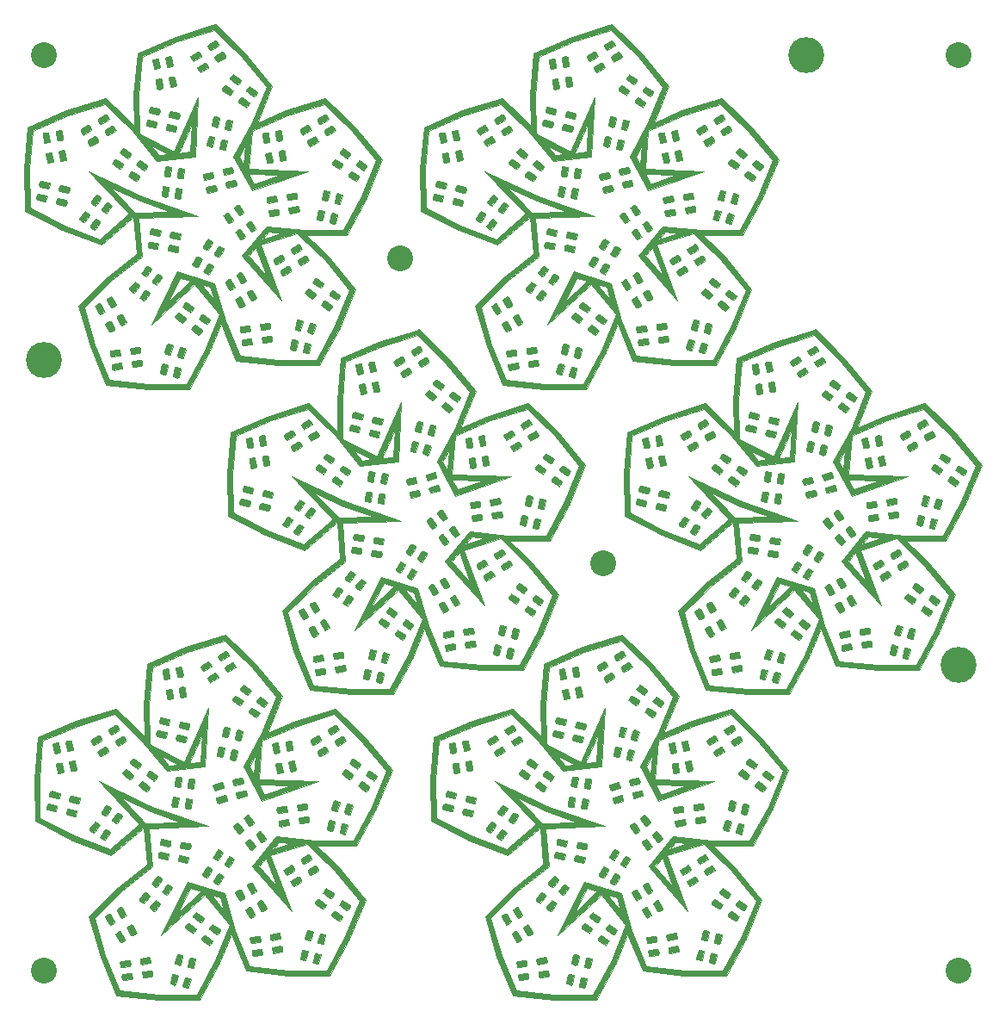
<source format=gts>
G04 #@! TF.FileFunction,Soldermask,Top*
%FSLAX46Y46*%
G04 Gerber Fmt 4.6, Leading zero omitted, Abs format (unit mm)*
G04 Created by KiCad (PCBNEW 4.0.5+dfsg1-4) date Mon Jul 17 17:59:51 2017*
%MOMM*%
%LPD*%
G01*
G04 APERTURE LIST*
%ADD10C,0.100000*%
%ADD11C,0.002540*%
%ADD12C,3.540000*%
%ADD13C,2.540000*%
G04 APERTURE END LIST*
D10*
D11*
G36*
X21864580Y-2000000D02*
X21580100Y-2088900D01*
X21729960Y-2566420D01*
X24442680Y-5220720D01*
X26858220Y-8149340D01*
X25423120Y-11662160D01*
X23624800Y-15004800D01*
X24193760Y-15004800D01*
X24803360Y-13871960D01*
X24638260Y-15832840D01*
X24193760Y-15004800D01*
X23624800Y-15004800D01*
X25423120Y-18347440D01*
X30937460Y-16429740D01*
X25105620Y-16246860D01*
X25128480Y-16744700D01*
X28227280Y-16843760D01*
X25659340Y-17735300D01*
X25128480Y-16744700D01*
X25105620Y-16246860D01*
X25423120Y-12464800D01*
X28905460Y-10953500D01*
X32527500Y-9820660D01*
X35240220Y-12477500D01*
X37658300Y-15401040D01*
X36225740Y-18918940D01*
X34427420Y-22261580D01*
X30632660Y-22261580D01*
X26858220Y-21860260D01*
X27071580Y-22386040D01*
X28351740Y-22523200D01*
X26474680Y-23112480D01*
X27071580Y-22386040D01*
X26858220Y-21860260D01*
X24442680Y-24788880D01*
X28306020Y-29167840D01*
X26268940Y-23699220D01*
X25814280Y-23915120D01*
X26893780Y-26813260D01*
X25100540Y-24778720D01*
X25814280Y-23915120D01*
X26268940Y-23699220D01*
X29890980Y-22563840D01*
X32606240Y-25215600D01*
X35024320Y-28141680D01*
X33591760Y-31657040D01*
X31795980Y-35002220D01*
X28001220Y-35004760D01*
X24226780Y-34605980D01*
X22791680Y-31090620D01*
X21732500Y-27445720D01*
X21328640Y-27844500D01*
X21686780Y-29081480D01*
X20432020Y-27565100D01*
X21328640Y-27844500D01*
X21732500Y-27445720D01*
X18110460Y-26317960D01*
X15514580Y-31550360D01*
X19809720Y-27595580D01*
X19438880Y-27255220D01*
X17163040Y-29353260D01*
X18367000Y-26922480D01*
X19438880Y-27255220D01*
X19809720Y-27595580D01*
X22230340Y-30519120D01*
X20800320Y-34037020D01*
X19007080Y-37379660D01*
X15209780Y-37384740D01*
X11435340Y-36988500D01*
X9997700Y-33475680D01*
X8941060Y-29828240D01*
X11651240Y-27171400D01*
X14625580Y-24814280D01*
X14297920Y-21032220D01*
X20137380Y-20839180D01*
X14620500Y-18918940D01*
X9339840Y-16429740D01*
X13375900Y-20643600D01*
X10500620Y-23120100D01*
X6957320Y-21761200D01*
X3579120Y-20031460D01*
X3500380Y-16236700D01*
X3822960Y-12457180D01*
X7307840Y-10948420D01*
X10932420Y-9820660D01*
X13640060Y-12477500D01*
X16055600Y-15406120D01*
X16268960Y-14880340D01*
X15451080Y-13887200D01*
X17203680Y-14781280D01*
X16268960Y-14880340D01*
X16055600Y-15406120D01*
X19830040Y-15004800D01*
X20137380Y-9175500D01*
X17762480Y-14506960D01*
X18237460Y-14672060D01*
X19497300Y-11845040D01*
X19352520Y-14552680D01*
X18237460Y-14672060D01*
X17762480Y-14506960D01*
X14381740Y-12779760D01*
X14300460Y-8985000D01*
X14623040Y-5205480D01*
X18105380Y-3696720D01*
X21729960Y-2566420D01*
X21580100Y-2088900D01*
X17932660Y-3226820D01*
X14150600Y-4862580D01*
X13800080Y-8969760D01*
X13866120Y-11994900D01*
X11067040Y-9254240D01*
X7132580Y-10481060D01*
X3350520Y-12114280D01*
X3000000Y-16221460D01*
X3083820Y-20341340D01*
X6751580Y-22218400D01*
X10599680Y-23694140D01*
X13789920Y-20945860D01*
X13972800Y-20542000D01*
X11567420Y-18032480D01*
X14432540Y-19383760D01*
X17434820Y-20430240D01*
X13972800Y-20542000D01*
X13789920Y-20945860D01*
X14104880Y-24590760D01*
X11318500Y-26798020D01*
X8377180Y-29680920D01*
X9525260Y-33638240D01*
X11084820Y-37453320D01*
X15184380Y-37885120D01*
X19304260Y-37880040D01*
X21252440Y-34250380D01*
X22395440Y-31441140D01*
X23876260Y-35070800D01*
X27975820Y-35505140D01*
X32095700Y-35502600D01*
X34043880Y-31870400D01*
X35598360Y-28055320D01*
X32974540Y-24877780D01*
X30805380Y-22761960D01*
X34727140Y-22761960D01*
X36677860Y-19129760D01*
X38232340Y-15314680D01*
X35608520Y-12137140D01*
X32664660Y-9254240D01*
X28730200Y-10483600D01*
X25951440Y-11690100D01*
X27434800Y-8062980D01*
X24810980Y-4882900D01*
X21864580Y-2000000D01*
X21864580Y-2000000D01*
G37*
X21864580Y-2000000D02*
X21580100Y-2088900D01*
X21729960Y-2566420D01*
X24442680Y-5220720D01*
X26858220Y-8149340D01*
X25423120Y-11662160D01*
X23624800Y-15004800D01*
X24193760Y-15004800D01*
X24803360Y-13871960D01*
X24638260Y-15832840D01*
X24193760Y-15004800D01*
X23624800Y-15004800D01*
X25423120Y-18347440D01*
X30937460Y-16429740D01*
X25105620Y-16246860D01*
X25128480Y-16744700D01*
X28227280Y-16843760D01*
X25659340Y-17735300D01*
X25128480Y-16744700D01*
X25105620Y-16246860D01*
X25423120Y-12464800D01*
X28905460Y-10953500D01*
X32527500Y-9820660D01*
X35240220Y-12477500D01*
X37658300Y-15401040D01*
X36225740Y-18918940D01*
X34427420Y-22261580D01*
X30632660Y-22261580D01*
X26858220Y-21860260D01*
X27071580Y-22386040D01*
X28351740Y-22523200D01*
X26474680Y-23112480D01*
X27071580Y-22386040D01*
X26858220Y-21860260D01*
X24442680Y-24788880D01*
X28306020Y-29167840D01*
X26268940Y-23699220D01*
X25814280Y-23915120D01*
X26893780Y-26813260D01*
X25100540Y-24778720D01*
X25814280Y-23915120D01*
X26268940Y-23699220D01*
X29890980Y-22563840D01*
X32606240Y-25215600D01*
X35024320Y-28141680D01*
X33591760Y-31657040D01*
X31795980Y-35002220D01*
X28001220Y-35004760D01*
X24226780Y-34605980D01*
X22791680Y-31090620D01*
X21732500Y-27445720D01*
X21328640Y-27844500D01*
X21686780Y-29081480D01*
X20432020Y-27565100D01*
X21328640Y-27844500D01*
X21732500Y-27445720D01*
X18110460Y-26317960D01*
X15514580Y-31550360D01*
X19809720Y-27595580D01*
X19438880Y-27255220D01*
X17163040Y-29353260D01*
X18367000Y-26922480D01*
X19438880Y-27255220D01*
X19809720Y-27595580D01*
X22230340Y-30519120D01*
X20800320Y-34037020D01*
X19007080Y-37379660D01*
X15209780Y-37384740D01*
X11435340Y-36988500D01*
X9997700Y-33475680D01*
X8941060Y-29828240D01*
X11651240Y-27171400D01*
X14625580Y-24814280D01*
X14297920Y-21032220D01*
X20137380Y-20839180D01*
X14620500Y-18918940D01*
X9339840Y-16429740D01*
X13375900Y-20643600D01*
X10500620Y-23120100D01*
X6957320Y-21761200D01*
X3579120Y-20031460D01*
X3500380Y-16236700D01*
X3822960Y-12457180D01*
X7307840Y-10948420D01*
X10932420Y-9820660D01*
X13640060Y-12477500D01*
X16055600Y-15406120D01*
X16268960Y-14880340D01*
X15451080Y-13887200D01*
X17203680Y-14781280D01*
X16268960Y-14880340D01*
X16055600Y-15406120D01*
X19830040Y-15004800D01*
X20137380Y-9175500D01*
X17762480Y-14506960D01*
X18237460Y-14672060D01*
X19497300Y-11845040D01*
X19352520Y-14552680D01*
X18237460Y-14672060D01*
X17762480Y-14506960D01*
X14381740Y-12779760D01*
X14300460Y-8985000D01*
X14623040Y-5205480D01*
X18105380Y-3696720D01*
X21729960Y-2566420D01*
X21580100Y-2088900D01*
X17932660Y-3226820D01*
X14150600Y-4862580D01*
X13800080Y-8969760D01*
X13866120Y-11994900D01*
X11067040Y-9254240D01*
X7132580Y-10481060D01*
X3350520Y-12114280D01*
X3000000Y-16221460D01*
X3083820Y-20341340D01*
X6751580Y-22218400D01*
X10599680Y-23694140D01*
X13789920Y-20945860D01*
X13972800Y-20542000D01*
X11567420Y-18032480D01*
X14432540Y-19383760D01*
X17434820Y-20430240D01*
X13972800Y-20542000D01*
X13789920Y-20945860D01*
X14104880Y-24590760D01*
X11318500Y-26798020D01*
X8377180Y-29680920D01*
X9525260Y-33638240D01*
X11084820Y-37453320D01*
X15184380Y-37885120D01*
X19304260Y-37880040D01*
X21252440Y-34250380D01*
X22395440Y-31441140D01*
X23876260Y-35070800D01*
X27975820Y-35505140D01*
X32095700Y-35502600D01*
X34043880Y-31870400D01*
X35598360Y-28055320D01*
X32974540Y-24877780D01*
X30805380Y-22761960D01*
X34727140Y-22761960D01*
X36677860Y-19129760D01*
X38232340Y-15314680D01*
X35608520Y-12137140D01*
X32664660Y-9254240D01*
X28730200Y-10483600D01*
X25951440Y-11690100D01*
X27434800Y-8062980D01*
X24810980Y-4882900D01*
X21864580Y-2000000D01*
G36*
X21839180Y-3612900D02*
X21839180Y-3612900D01*
X21801080Y-3625600D01*
X21117820Y-4044700D01*
X21074640Y-4105660D01*
X21084800Y-4181860D01*
X21295620Y-4522220D01*
X21356580Y-4567940D01*
X21432780Y-4555240D01*
X22116040Y-4138680D01*
X22123660Y-4133600D01*
X22161760Y-4072640D01*
X22149060Y-4001520D01*
X21938240Y-3658620D01*
X21877280Y-3615440D01*
X21839180Y-3612900D01*
X21839180Y-3612900D01*
X21839180Y-3612900D01*
G37*
X21839180Y-3612900D02*
X21839180Y-3612900D01*
X21801080Y-3625600D01*
X21117820Y-4044700D01*
X21074640Y-4105660D01*
X21084800Y-4181860D01*
X21295620Y-4522220D01*
X21356580Y-4567940D01*
X21432780Y-4555240D01*
X22116040Y-4138680D01*
X22123660Y-4133600D01*
X22161760Y-4072640D01*
X22149060Y-4001520D01*
X21938240Y-3658620D01*
X21877280Y-3615440D01*
X21839180Y-3612900D01*
X21839180Y-3612900D01*
G36*
X20132300Y-4656840D02*
X20096740Y-4669540D01*
X19413480Y-5088640D01*
X19367760Y-5152140D01*
X19380460Y-5225800D01*
X19588740Y-5566160D01*
X19652240Y-5611880D01*
X19725900Y-5599180D01*
X20409160Y-5182620D01*
X20419320Y-5177540D01*
X20454880Y-5116580D01*
X20442180Y-5045460D01*
X20233900Y-4705100D01*
X20170400Y-4659380D01*
X20170400Y-4659380D01*
X20132300Y-4656840D01*
X20132300Y-4656840D01*
X20132300Y-4656840D01*
G37*
X20132300Y-4656840D02*
X20096740Y-4669540D01*
X19413480Y-5088640D01*
X19367760Y-5152140D01*
X19380460Y-5225800D01*
X19588740Y-5566160D01*
X19652240Y-5611880D01*
X19725900Y-5599180D01*
X20409160Y-5182620D01*
X20419320Y-5177540D01*
X20454880Y-5116580D01*
X20442180Y-5045460D01*
X20233900Y-4705100D01*
X20170400Y-4659380D01*
X20170400Y-4659380D01*
X20132300Y-4656840D01*
X20132300Y-4656840D01*
G36*
X22517360Y-4722880D02*
X22479260Y-4735580D01*
X21798540Y-5152140D01*
X21752820Y-5215640D01*
X21762980Y-5289300D01*
X21973800Y-5629660D01*
X22034760Y-5675380D01*
X22110960Y-5662680D01*
X22794220Y-5246120D01*
X22801840Y-5241040D01*
X22839940Y-5180080D01*
X22824700Y-5111500D01*
X22616420Y-4768600D01*
X22555460Y-4722880D01*
X22517360Y-4722880D01*
X22517360Y-4722880D01*
X22517360Y-4722880D01*
G37*
X22517360Y-4722880D02*
X22479260Y-4735580D01*
X21798540Y-5152140D01*
X21752820Y-5215640D01*
X21762980Y-5289300D01*
X21973800Y-5629660D01*
X22034760Y-5675380D01*
X22110960Y-5662680D01*
X22794220Y-5246120D01*
X22801840Y-5241040D01*
X22839940Y-5180080D01*
X22824700Y-5111500D01*
X22616420Y-4768600D01*
X22555460Y-4722880D01*
X22517360Y-4722880D01*
X22517360Y-4722880D01*
G36*
X17394180Y-5149600D02*
X16997940Y-5215640D01*
X16934440Y-5256280D01*
X16916660Y-5329940D01*
X17043660Y-6119880D01*
X17084300Y-6183380D01*
X17157960Y-6201160D01*
X17554200Y-6137660D01*
X17617700Y-6097020D01*
X17635480Y-6023360D01*
X17508480Y-5233420D01*
X17505940Y-5223260D01*
X17462760Y-5164840D01*
X17394180Y-5149600D01*
X17394180Y-5149600D01*
X17394180Y-5149600D01*
G37*
X17394180Y-5149600D02*
X16997940Y-5215640D01*
X16934440Y-5256280D01*
X16916660Y-5329940D01*
X17043660Y-6119880D01*
X17084300Y-6183380D01*
X17157960Y-6201160D01*
X17554200Y-6137660D01*
X17617700Y-6097020D01*
X17635480Y-6023360D01*
X17508480Y-5233420D01*
X17505940Y-5223260D01*
X17462760Y-5164840D01*
X17394180Y-5149600D01*
X17394180Y-5149600D01*
G36*
X16111480Y-5357880D02*
X15715240Y-5423920D01*
X15651740Y-5464560D01*
X15651740Y-5464560D01*
X15633960Y-5538220D01*
X15760960Y-6328160D01*
X15801600Y-6394200D01*
X15877800Y-6411980D01*
X16271500Y-6345940D01*
X16337540Y-6307840D01*
X16355320Y-6231640D01*
X16225780Y-5441700D01*
X16223240Y-5431540D01*
X16180060Y-5373120D01*
X16111480Y-5357880D01*
X16111480Y-5357880D01*
X16111480Y-5357880D01*
G37*
X16111480Y-5357880D02*
X15715240Y-5423920D01*
X15651740Y-5464560D01*
X15651740Y-5464560D01*
X15633960Y-5538220D01*
X15760960Y-6328160D01*
X15801600Y-6394200D01*
X15877800Y-6411980D01*
X16271500Y-6345940D01*
X16337540Y-6307840D01*
X16355320Y-6231640D01*
X16225780Y-5441700D01*
X16223240Y-5431540D01*
X16180060Y-5373120D01*
X16111480Y-5357880D01*
X16111480Y-5357880D01*
G36*
X20813020Y-5766820D02*
X20774920Y-5779520D01*
X20091660Y-6196080D01*
X20048480Y-6259580D01*
X20058640Y-6333240D01*
X20269460Y-6676140D01*
X20330420Y-6719320D01*
X20404080Y-6709160D01*
X21087340Y-6290060D01*
X21097500Y-6284980D01*
X21133060Y-6224020D01*
X21120360Y-6152900D01*
X20912080Y-5812540D01*
X20851120Y-5766820D01*
X20813020Y-5766820D01*
X20813020Y-5766820D01*
X20813020Y-5766820D01*
G37*
X20813020Y-5766820D02*
X20774920Y-5779520D01*
X20091660Y-6196080D01*
X20048480Y-6259580D01*
X20058640Y-6333240D01*
X20269460Y-6676140D01*
X20330420Y-6719320D01*
X20404080Y-6709160D01*
X21087340Y-6290060D01*
X21097500Y-6284980D01*
X21133060Y-6224020D01*
X21120360Y-6152900D01*
X20912080Y-5812540D01*
X20851120Y-5766820D01*
X20813020Y-5766820D01*
X20813020Y-5766820D01*
G36*
X23571460Y-6937760D02*
X23507960Y-6978400D01*
X23269200Y-7300980D01*
X23251420Y-7374640D01*
X23292060Y-7440680D01*
X23934680Y-7913120D01*
X23944840Y-7920740D01*
X24015960Y-7930900D01*
X24074380Y-7892800D01*
X24313140Y-7570220D01*
X24330920Y-7496560D01*
X24330920Y-7496560D01*
X24292820Y-7430520D01*
X23645120Y-6955540D01*
X23571460Y-6937760D01*
X23571460Y-6937760D01*
X23571460Y-6937760D01*
G37*
X23571460Y-6937760D02*
X23507960Y-6978400D01*
X23269200Y-7300980D01*
X23251420Y-7374640D01*
X23292060Y-7440680D01*
X23934680Y-7913120D01*
X23944840Y-7920740D01*
X24015960Y-7930900D01*
X24074380Y-7892800D01*
X24313140Y-7570220D01*
X24330920Y-7496560D01*
X24330920Y-7496560D01*
X24292820Y-7430520D01*
X23645120Y-6955540D01*
X23571460Y-6937760D01*
X23571460Y-6937760D01*
G36*
X17714220Y-7123180D02*
X17320520Y-7189220D01*
X17254480Y-7229860D01*
X17254480Y-7229860D01*
X17239240Y-7303520D01*
X17366240Y-8093460D01*
X17406880Y-8159500D01*
X17480540Y-8174740D01*
X17876780Y-8111240D01*
X17940280Y-8070600D01*
X17958060Y-7996940D01*
X17828520Y-7207000D01*
X17828520Y-7196840D01*
X17785340Y-7138420D01*
X17714220Y-7123180D01*
X17714220Y-7123180D01*
X17714220Y-7123180D01*
G37*
X17714220Y-7123180D02*
X17320520Y-7189220D01*
X17254480Y-7229860D01*
X17254480Y-7229860D01*
X17239240Y-7303520D01*
X17366240Y-8093460D01*
X17406880Y-8159500D01*
X17480540Y-8174740D01*
X17876780Y-8111240D01*
X17940280Y-8070600D01*
X17958060Y-7996940D01*
X17828520Y-7207000D01*
X17828520Y-7196840D01*
X17785340Y-7138420D01*
X17714220Y-7123180D01*
X17714220Y-7123180D01*
G36*
X16431520Y-7334000D02*
X16037820Y-7397500D01*
X15971780Y-7438140D01*
X15956540Y-7511800D01*
X16083540Y-8301740D01*
X16124180Y-8367780D01*
X16197840Y-8385560D01*
X16594080Y-8319520D01*
X16657580Y-8278880D01*
X16675360Y-8205220D01*
X16548360Y-7415280D01*
X16545820Y-7405120D01*
X16502640Y-7346700D01*
X16431520Y-7334000D01*
X16431520Y-7334000D01*
X16431520Y-7334000D01*
G37*
X16431520Y-7334000D02*
X16037820Y-7397500D01*
X15971780Y-7438140D01*
X15956540Y-7511800D01*
X16083540Y-8301740D01*
X16124180Y-8367780D01*
X16197840Y-8385560D01*
X16594080Y-8319520D01*
X16657580Y-8278880D01*
X16675360Y-8205220D01*
X16548360Y-7415280D01*
X16545820Y-7405120D01*
X16502640Y-7346700D01*
X16431520Y-7334000D01*
X16431520Y-7334000D01*
G36*
X22801840Y-7984240D02*
X22738340Y-8024880D01*
X22499580Y-8347460D01*
X22481800Y-8421120D01*
X22522440Y-8487160D01*
X23165060Y-8959600D01*
X23175220Y-8967220D01*
X23243800Y-8977380D01*
X23304760Y-8939280D01*
X23543520Y-8616700D01*
X23561300Y-8543040D01*
X23520660Y-8477000D01*
X22875500Y-8002020D01*
X22801840Y-7984240D01*
X22801840Y-7984240D01*
X22801840Y-7984240D01*
G37*
X22801840Y-7984240D02*
X22738340Y-8024880D01*
X22499580Y-8347460D01*
X22481800Y-8421120D01*
X22522440Y-8487160D01*
X23165060Y-8959600D01*
X23175220Y-8967220D01*
X23243800Y-8977380D01*
X23304760Y-8939280D01*
X23543520Y-8616700D01*
X23561300Y-8543040D01*
X23520660Y-8477000D01*
X22875500Y-8002020D01*
X22801840Y-7984240D01*
X22801840Y-7984240D01*
G36*
X25184360Y-8123940D02*
X25118320Y-8164580D01*
X24879560Y-8487160D01*
X24861780Y-8560820D01*
X24902420Y-8624320D01*
X25547580Y-9099300D01*
X25555200Y-9106920D01*
X25626320Y-9117080D01*
X25684740Y-9078980D01*
X25923500Y-8756400D01*
X25941280Y-8682740D01*
X25941280Y-8682740D01*
X25903180Y-8616700D01*
X25258020Y-8141720D01*
X25184360Y-8123940D01*
X25184360Y-8123940D01*
X25184360Y-8123940D01*
G37*
X25184360Y-8123940D02*
X25118320Y-8164580D01*
X24879560Y-8487160D01*
X24861780Y-8560820D01*
X24902420Y-8624320D01*
X25547580Y-9099300D01*
X25555200Y-9106920D01*
X25626320Y-9117080D01*
X25684740Y-9078980D01*
X25923500Y-8756400D01*
X25941280Y-8682740D01*
X25941280Y-8682740D01*
X25903180Y-8616700D01*
X25258020Y-8141720D01*
X25184360Y-8123940D01*
X25184360Y-8123940D01*
G36*
X24412200Y-9170420D02*
X24348700Y-9208520D01*
X24109940Y-9531100D01*
X24092160Y-9604760D01*
X24132800Y-9670800D01*
X24775420Y-10145780D01*
X24785580Y-10153400D01*
X24854160Y-10163560D01*
X24915120Y-10125460D01*
X25153880Y-9802880D01*
X25171660Y-9729220D01*
X25171660Y-9729220D01*
X25131020Y-9663180D01*
X24485860Y-9188200D01*
X24412200Y-9170420D01*
X24412200Y-9170420D01*
X24412200Y-9170420D01*
G37*
X24412200Y-9170420D02*
X24348700Y-9208520D01*
X24109940Y-9531100D01*
X24092160Y-9604760D01*
X24132800Y-9670800D01*
X24775420Y-10145780D01*
X24785580Y-10153400D01*
X24854160Y-10163560D01*
X24915120Y-10125460D01*
X25153880Y-9802880D01*
X25171660Y-9729220D01*
X25171660Y-9729220D01*
X25131020Y-9663180D01*
X24485860Y-9188200D01*
X24412200Y-9170420D01*
X24412200Y-9170420D01*
G36*
X15486640Y-10117840D02*
X15418060Y-10135620D01*
X15377420Y-10196580D01*
X15288520Y-10585200D01*
X15301220Y-10658860D01*
X15301220Y-10658860D01*
X15364720Y-10704580D01*
X16144500Y-10882380D01*
X16218160Y-10869680D01*
X16263880Y-10808720D01*
X16352780Y-10417560D01*
X16340080Y-10343900D01*
X16276580Y-10298180D01*
X15496800Y-10120380D01*
X15486640Y-10117840D01*
X15486640Y-10117840D01*
X15486640Y-10117840D01*
G37*
X15486640Y-10117840D02*
X15418060Y-10135620D01*
X15377420Y-10196580D01*
X15288520Y-10585200D01*
X15301220Y-10658860D01*
X15301220Y-10658860D01*
X15364720Y-10704580D01*
X16144500Y-10882380D01*
X16218160Y-10869680D01*
X16263880Y-10808720D01*
X16352780Y-10417560D01*
X16340080Y-10343900D01*
X16276580Y-10298180D01*
X15496800Y-10120380D01*
X15486640Y-10117840D01*
X15486640Y-10117840D01*
G36*
X17437360Y-10564880D02*
X17366240Y-10582660D01*
X17328140Y-10641080D01*
X17236700Y-11032240D01*
X17251940Y-11105900D01*
X17312900Y-11149080D01*
X18092680Y-11329420D01*
X18168880Y-11316720D01*
X18212060Y-11255760D01*
X18303500Y-10864600D01*
X18288260Y-10788400D01*
X18227300Y-10745220D01*
X17447520Y-10564880D01*
X17437360Y-10564880D01*
X17437360Y-10564880D01*
X17437360Y-10564880D01*
G37*
X17437360Y-10564880D02*
X17366240Y-10582660D01*
X17328140Y-10641080D01*
X17236700Y-11032240D01*
X17251940Y-11105900D01*
X17312900Y-11149080D01*
X18092680Y-11329420D01*
X18168880Y-11316720D01*
X18212060Y-11255760D01*
X18303500Y-10864600D01*
X18288260Y-10788400D01*
X18227300Y-10745220D01*
X17447520Y-10564880D01*
X17437360Y-10564880D01*
X17437360Y-10564880D01*
G36*
X11039100Y-10867140D02*
X11003540Y-10882380D01*
X10320280Y-11298940D01*
X10274560Y-11359900D01*
X10287260Y-11436100D01*
X10495540Y-11776460D01*
X10556500Y-11822180D01*
X10632700Y-11812020D01*
X11315960Y-11392920D01*
X11323580Y-11387840D01*
X11361680Y-11326880D01*
X11348980Y-11255760D01*
X11140700Y-10915400D01*
X11077200Y-10869680D01*
X11077200Y-10869680D01*
X11039100Y-10869680D01*
X11039100Y-10867140D01*
X11039100Y-10867140D01*
G37*
X11039100Y-10867140D02*
X11003540Y-10882380D01*
X10320280Y-11298940D01*
X10274560Y-11359900D01*
X10287260Y-11436100D01*
X10495540Y-11776460D01*
X10556500Y-11822180D01*
X10632700Y-11812020D01*
X11315960Y-11392920D01*
X11323580Y-11387840D01*
X11361680Y-11326880D01*
X11348980Y-11255760D01*
X11140700Y-10915400D01*
X11077200Y-10869680D01*
X11077200Y-10869680D01*
X11039100Y-10869680D01*
X11039100Y-10867140D01*
G36*
X32636720Y-10869680D02*
X32636720Y-10869680D01*
X32601160Y-10884920D01*
X31917900Y-11301480D01*
X31872180Y-11362440D01*
X31884880Y-11438640D01*
X32093160Y-11781540D01*
X32154120Y-11824720D01*
X32230320Y-11814560D01*
X32913580Y-11395460D01*
X32921200Y-11390380D01*
X32959300Y-11329420D01*
X32946600Y-11258300D01*
X32738320Y-10917940D01*
X32674820Y-10872220D01*
X32636720Y-10869680D01*
X32636720Y-10869680D01*
X32636720Y-10869680D01*
G37*
X32636720Y-10869680D02*
X32636720Y-10869680D01*
X32601160Y-10884920D01*
X31917900Y-11301480D01*
X31872180Y-11362440D01*
X31884880Y-11438640D01*
X32093160Y-11781540D01*
X32154120Y-11824720D01*
X32230320Y-11814560D01*
X32913580Y-11395460D01*
X32921200Y-11390380D01*
X32959300Y-11329420D01*
X32946600Y-11258300D01*
X32738320Y-10917940D01*
X32674820Y-10872220D01*
X32636720Y-10869680D01*
X32636720Y-10869680D01*
G36*
X21755360Y-11044940D02*
X21704560Y-11067800D01*
X21674080Y-11118600D01*
X21478500Y-11895840D01*
X21475960Y-11906000D01*
X21491200Y-11974580D01*
X21549620Y-12015220D01*
X21938240Y-12114280D01*
X22014440Y-12101580D01*
X22060160Y-12040620D01*
X22255740Y-11265920D01*
X22243040Y-11189720D01*
X22182080Y-11144000D01*
X21793460Y-11047480D01*
X21755360Y-11044940D01*
X21755360Y-11044940D01*
X21755360Y-11044940D01*
G37*
X21755360Y-11044940D02*
X21704560Y-11067800D01*
X21674080Y-11118600D01*
X21478500Y-11895840D01*
X21475960Y-11906000D01*
X21491200Y-11974580D01*
X21549620Y-12015220D01*
X21938240Y-12114280D01*
X22014440Y-12101580D01*
X22060160Y-12040620D01*
X22255740Y-11265920D01*
X22243040Y-11189720D01*
X22182080Y-11144000D01*
X21793460Y-11047480D01*
X21755360Y-11044940D01*
X21755360Y-11044940D01*
G36*
X23015200Y-11362440D02*
X22964400Y-11385300D01*
X22933920Y-11436100D01*
X22738340Y-12210800D01*
X22735800Y-12220960D01*
X22751040Y-12292080D01*
X22809460Y-12332720D01*
X23198080Y-12429240D01*
X23274280Y-12419080D01*
X23320000Y-12358120D01*
X23515580Y-11580880D01*
X23502880Y-11507220D01*
X23441920Y-11461500D01*
X23053300Y-11364980D01*
X23015200Y-11362440D01*
X23015200Y-11362440D01*
X23015200Y-11362440D01*
G37*
X23015200Y-11362440D02*
X22964400Y-11385300D01*
X22933920Y-11436100D01*
X22738340Y-12210800D01*
X22735800Y-12220960D01*
X22751040Y-12292080D01*
X22809460Y-12332720D01*
X23198080Y-12429240D01*
X23274280Y-12419080D01*
X23320000Y-12358120D01*
X23515580Y-11580880D01*
X23502880Y-11507220D01*
X23441920Y-11461500D01*
X23053300Y-11364980D01*
X23015200Y-11362440D01*
X23015200Y-11362440D01*
G36*
X15197080Y-11382760D02*
X15128500Y-11400540D01*
X15087860Y-11461500D01*
X14998960Y-11852660D01*
X15011660Y-11926320D01*
X15072620Y-11972040D01*
X15854940Y-12149840D01*
X15928600Y-12137140D01*
X15974320Y-12076180D01*
X16063220Y-11685020D01*
X16050520Y-11608820D01*
X15987020Y-11565640D01*
X15207240Y-11387840D01*
X15197080Y-11382760D01*
X15197080Y-11382760D01*
X15197080Y-11382760D01*
G37*
X15197080Y-11382760D02*
X15128500Y-11400540D01*
X15087860Y-11461500D01*
X14998960Y-11852660D01*
X15011660Y-11926320D01*
X15072620Y-11972040D01*
X15854940Y-12149840D01*
X15928600Y-12137140D01*
X15974320Y-12076180D01*
X16063220Y-11685020D01*
X16050520Y-11608820D01*
X15987020Y-11565640D01*
X15207240Y-11387840D01*
X15197080Y-11382760D01*
X15197080Y-11382760D01*
G36*
X17147800Y-11829800D02*
X17076680Y-11847580D01*
X17038580Y-11908540D01*
X16949680Y-12299700D01*
X16959840Y-12373360D01*
X17023340Y-12416540D01*
X17803120Y-12596880D01*
X17879320Y-12584180D01*
X17922500Y-12520680D01*
X18011400Y-12132060D01*
X17998700Y-12055860D01*
X17937740Y-12012680D01*
X17157960Y-11832340D01*
X17147800Y-11829800D01*
X17147800Y-11829800D01*
X17147800Y-11829800D01*
G37*
X17147800Y-11829800D02*
X17076680Y-11847580D01*
X17038580Y-11908540D01*
X16949680Y-12299700D01*
X16959840Y-12373360D01*
X17023340Y-12416540D01*
X17803120Y-12596880D01*
X17879320Y-12584180D01*
X17922500Y-12520680D01*
X18011400Y-12132060D01*
X17998700Y-12055860D01*
X17937740Y-12012680D01*
X17157960Y-11832340D01*
X17147800Y-11829800D01*
X17147800Y-11829800D01*
G36*
X9332220Y-11911080D02*
X9296660Y-11923780D01*
X8613400Y-12342880D01*
X8567680Y-12403840D01*
X8580380Y-12480040D01*
X8788660Y-12820400D01*
X8849620Y-12866120D01*
X8925820Y-12853420D01*
X9609080Y-12436860D01*
X9616700Y-12431780D01*
X9654800Y-12370820D01*
X9642100Y-12299700D01*
X9433820Y-11959340D01*
X9372860Y-11913620D01*
X9372860Y-11913620D01*
X9332220Y-11911080D01*
X9332220Y-11911080D01*
X9332220Y-11911080D01*
G37*
X9332220Y-11911080D02*
X9296660Y-11923780D01*
X8613400Y-12342880D01*
X8567680Y-12403840D01*
X8580380Y-12480040D01*
X8788660Y-12820400D01*
X8849620Y-12866120D01*
X8925820Y-12853420D01*
X9609080Y-12436860D01*
X9616700Y-12431780D01*
X9654800Y-12370820D01*
X9642100Y-12299700D01*
X9433820Y-11959340D01*
X9372860Y-11913620D01*
X9372860Y-11913620D01*
X9332220Y-11911080D01*
X9332220Y-11911080D01*
G36*
X30932380Y-11916160D02*
X30894280Y-11928860D01*
X30211020Y-12345420D01*
X30167840Y-12408920D01*
X30178000Y-12485120D01*
X30388820Y-12825480D01*
X30449780Y-12868660D01*
X30525980Y-12858500D01*
X31206700Y-12439400D01*
X31216860Y-12434320D01*
X31254960Y-12373360D01*
X31239720Y-12302240D01*
X31031440Y-11961880D01*
X30970480Y-11916160D01*
X30970480Y-11916160D01*
X30932380Y-11916160D01*
X30932380Y-11916160D01*
X30932380Y-11916160D01*
G37*
X30932380Y-11916160D02*
X30894280Y-11928860D01*
X30211020Y-12345420D01*
X30167840Y-12408920D01*
X30178000Y-12485120D01*
X30388820Y-12825480D01*
X30449780Y-12868660D01*
X30525980Y-12858500D01*
X31206700Y-12439400D01*
X31216860Y-12434320D01*
X31254960Y-12373360D01*
X31239720Y-12302240D01*
X31031440Y-11961880D01*
X30970480Y-11916160D01*
X30970480Y-11916160D01*
X30932380Y-11916160D01*
X30932380Y-11916160D01*
G36*
X11717280Y-11977120D02*
X11717280Y-11977120D01*
X11681720Y-11992360D01*
X10998460Y-12408920D01*
X10952740Y-12469880D01*
X10962900Y-12546080D01*
X11173720Y-12886440D01*
X11234680Y-12932160D01*
X11310880Y-12919460D01*
X11991600Y-12502900D01*
X12001760Y-12497820D01*
X12039860Y-12436860D01*
X12024620Y-12365740D01*
X11816340Y-12025380D01*
X11755380Y-11979660D01*
X11755380Y-11979660D01*
X11717280Y-11977120D01*
X11717280Y-11977120D01*
X11717280Y-11977120D01*
G37*
X11717280Y-11977120D02*
X11717280Y-11977120D01*
X11681720Y-11992360D01*
X10998460Y-12408920D01*
X10952740Y-12469880D01*
X10962900Y-12546080D01*
X11173720Y-12886440D01*
X11234680Y-12932160D01*
X11310880Y-12919460D01*
X11991600Y-12502900D01*
X12001760Y-12497820D01*
X12039860Y-12436860D01*
X12024620Y-12365740D01*
X11816340Y-12025380D01*
X11755380Y-11979660D01*
X11755380Y-11979660D01*
X11717280Y-11977120D01*
X11717280Y-11977120D01*
G36*
X33314900Y-11979660D02*
X33279340Y-11992360D01*
X32596080Y-12411460D01*
X32550360Y-12472420D01*
X32563060Y-12546080D01*
X32771340Y-12888980D01*
X32834840Y-12932160D01*
X32908500Y-12922000D01*
X33591760Y-12502900D01*
X33601920Y-12497820D01*
X33637480Y-12436860D01*
X33624780Y-12365740D01*
X33413960Y-12025380D01*
X33353000Y-11979660D01*
X33314900Y-11979660D01*
X33314900Y-11979660D01*
X33314900Y-11979660D01*
G37*
X33314900Y-11979660D02*
X33279340Y-11992360D01*
X32596080Y-12411460D01*
X32550360Y-12472420D01*
X32563060Y-12546080D01*
X32771340Y-12888980D01*
X32834840Y-12932160D01*
X32908500Y-12922000D01*
X33591760Y-12502900D01*
X33601920Y-12497820D01*
X33637480Y-12436860D01*
X33624780Y-12365740D01*
X33413960Y-12025380D01*
X33353000Y-11979660D01*
X33314900Y-11979660D01*
X33314900Y-11979660D01*
G36*
X6591560Y-12403840D02*
X6197860Y-12469880D01*
X6134360Y-12507980D01*
X6116580Y-12581640D01*
X6243580Y-13371580D01*
X6284220Y-13437620D01*
X6357880Y-13455400D01*
X6754120Y-13389360D01*
X6817620Y-13351260D01*
X6835400Y-13275060D01*
X6705860Y-12485120D01*
X6705860Y-12474960D01*
X6662680Y-12419080D01*
X6594100Y-12403840D01*
X6591560Y-12403840D01*
X6591560Y-12403840D01*
G37*
X6591560Y-12403840D02*
X6197860Y-12469880D01*
X6134360Y-12507980D01*
X6116580Y-12581640D01*
X6243580Y-13371580D01*
X6284220Y-13437620D01*
X6357880Y-13455400D01*
X6754120Y-13389360D01*
X6817620Y-13351260D01*
X6835400Y-13275060D01*
X6705860Y-12485120D01*
X6705860Y-12474960D01*
X6662680Y-12419080D01*
X6594100Y-12403840D01*
X6591560Y-12403840D01*
G36*
X28194260Y-12408920D02*
X27798020Y-12474960D01*
X27734520Y-12513060D01*
X27716740Y-12589260D01*
X27846280Y-13379200D01*
X27886920Y-13442700D01*
X27960580Y-13460480D01*
X28354280Y-13396980D01*
X28420320Y-13356340D01*
X28435560Y-13280140D01*
X28308560Y-12490200D01*
X28306020Y-12480040D01*
X28262840Y-12424160D01*
X28194260Y-12408920D01*
X28194260Y-12408920D01*
X28194260Y-12408920D01*
G37*
X28194260Y-12408920D02*
X27798020Y-12474960D01*
X27734520Y-12513060D01*
X27716740Y-12589260D01*
X27846280Y-13379200D01*
X27886920Y-13442700D01*
X27960580Y-13460480D01*
X28354280Y-13396980D01*
X28420320Y-13356340D01*
X28435560Y-13280140D01*
X28308560Y-12490200D01*
X28306020Y-12480040D01*
X28262840Y-12424160D01*
X28194260Y-12408920D01*
X28194260Y-12408920D01*
G36*
X5311400Y-12612120D02*
X4915160Y-12678160D01*
X4851660Y-12718800D01*
X4851660Y-12718800D01*
X4833880Y-12792460D01*
X4960880Y-13582400D01*
X5001520Y-13648440D01*
X5075180Y-13666220D01*
X5471420Y-13600180D01*
X5534920Y-13559540D01*
X5552700Y-13485880D01*
X5425700Y-12695940D01*
X5423160Y-12685780D01*
X5379980Y-12627360D01*
X5311400Y-12612120D01*
X5311400Y-12612120D01*
X5311400Y-12612120D01*
G37*
X5311400Y-12612120D02*
X4915160Y-12678160D01*
X4851660Y-12718800D01*
X4851660Y-12718800D01*
X4833880Y-12792460D01*
X4960880Y-13582400D01*
X5001520Y-13648440D01*
X5075180Y-13666220D01*
X5471420Y-13600180D01*
X5534920Y-13559540D01*
X5552700Y-13485880D01*
X5425700Y-12695940D01*
X5423160Y-12685780D01*
X5379980Y-12627360D01*
X5311400Y-12612120D01*
X5311400Y-12612120D01*
G36*
X26911560Y-12619740D02*
X26515320Y-12685780D01*
X26451820Y-12723880D01*
X26434040Y-12800080D01*
X26563580Y-13590020D01*
X26604220Y-13653520D01*
X26677880Y-13671300D01*
X27074120Y-13607800D01*
X27137620Y-13567160D01*
X27155400Y-13490960D01*
X27025860Y-12701020D01*
X27023320Y-12690860D01*
X26982680Y-12634980D01*
X26911560Y-12619740D01*
X26911560Y-12619740D01*
X26911560Y-12619740D01*
G37*
X26911560Y-12619740D02*
X26515320Y-12685780D01*
X26451820Y-12723880D01*
X26434040Y-12800080D01*
X26563580Y-13590020D01*
X26604220Y-13653520D01*
X26677880Y-13671300D01*
X27074120Y-13607800D01*
X27137620Y-13567160D01*
X27155400Y-13490960D01*
X27025860Y-12701020D01*
X27023320Y-12690860D01*
X26982680Y-12634980D01*
X26911560Y-12619740D01*
X26911560Y-12619740D01*
G36*
X21267680Y-12985500D02*
X21214340Y-13008360D01*
X21186400Y-13059160D01*
X20990820Y-13836400D01*
X20988280Y-13846560D01*
X21003520Y-13915140D01*
X21061940Y-13955780D01*
X21450560Y-14054840D01*
X21524220Y-14042140D01*
X21524220Y-14042140D01*
X21569940Y-13981180D01*
X21765520Y-13203940D01*
X21755360Y-13130280D01*
X21694400Y-13084560D01*
X21305780Y-12988040D01*
X21267680Y-12985500D01*
X21267680Y-12985500D01*
X21267680Y-12985500D01*
G37*
X21267680Y-12985500D02*
X21214340Y-13008360D01*
X21186400Y-13059160D01*
X20990820Y-13836400D01*
X20988280Y-13846560D01*
X21003520Y-13915140D01*
X21061940Y-13955780D01*
X21450560Y-14054840D01*
X21524220Y-14042140D01*
X21524220Y-14042140D01*
X21569940Y-13981180D01*
X21765520Y-13203940D01*
X21755360Y-13130280D01*
X21694400Y-13084560D01*
X21305780Y-12988040D01*
X21267680Y-12985500D01*
X21267680Y-12985500D01*
G36*
X10010400Y-13021060D02*
X9974840Y-13033760D01*
X9291580Y-13452860D01*
X9245860Y-13513820D01*
X9258560Y-13590020D01*
X9466840Y-13930380D01*
X9527800Y-13976100D01*
X9604000Y-13963400D01*
X10287260Y-13546840D01*
X10294880Y-13541760D01*
X10332980Y-13480800D01*
X10320280Y-13409680D01*
X10109460Y-13069320D01*
X10048500Y-13023600D01*
X10048500Y-13023600D01*
X10010400Y-13021060D01*
X10010400Y-13021060D01*
X10010400Y-13021060D01*
G37*
X10010400Y-13021060D02*
X9974840Y-13033760D01*
X9291580Y-13452860D01*
X9245860Y-13513820D01*
X9258560Y-13590020D01*
X9466840Y-13930380D01*
X9527800Y-13976100D01*
X9604000Y-13963400D01*
X10287260Y-13546840D01*
X10294880Y-13541760D01*
X10332980Y-13480800D01*
X10320280Y-13409680D01*
X10109460Y-13069320D01*
X10048500Y-13023600D01*
X10048500Y-13023600D01*
X10010400Y-13021060D01*
X10010400Y-13021060D01*
G36*
X31610560Y-13023600D02*
X31610560Y-13023600D01*
X31572460Y-13038840D01*
X30889200Y-13455400D01*
X30846020Y-13516360D01*
X30858720Y-13592560D01*
X31067000Y-13935460D01*
X31127960Y-13978640D01*
X31204160Y-13968480D01*
X31887420Y-13549380D01*
X31895040Y-13544300D01*
X31933140Y-13483340D01*
X31920440Y-13412220D01*
X31709620Y-13069320D01*
X31648660Y-13026140D01*
X31648660Y-13026140D01*
X31610560Y-13023600D01*
X31610560Y-13023600D01*
X31610560Y-13023600D01*
G37*
X31610560Y-13023600D02*
X31610560Y-13023600D01*
X31572460Y-13038840D01*
X30889200Y-13455400D01*
X30846020Y-13516360D01*
X30858720Y-13592560D01*
X31067000Y-13935460D01*
X31127960Y-13978640D01*
X31204160Y-13968480D01*
X31887420Y-13549380D01*
X31895040Y-13544300D01*
X31933140Y-13483340D01*
X31920440Y-13412220D01*
X31709620Y-13069320D01*
X31648660Y-13026140D01*
X31648660Y-13026140D01*
X31610560Y-13023600D01*
X31610560Y-13023600D01*
G36*
X22527520Y-13303000D02*
X22527520Y-13303000D01*
X22474180Y-13325860D01*
X22443700Y-13376660D01*
X22250660Y-14153900D01*
X22245580Y-14164060D01*
X22263360Y-14232640D01*
X22321780Y-14273280D01*
X22710400Y-14372340D01*
X22786600Y-14359640D01*
X22829780Y-14298680D01*
X23027900Y-13523980D01*
X23015200Y-13447780D01*
X22954240Y-13402060D01*
X22565620Y-13303000D01*
X22527520Y-13303000D01*
X22527520Y-13303000D01*
X22527520Y-13303000D01*
G37*
X22527520Y-13303000D02*
X22527520Y-13303000D01*
X22474180Y-13325860D01*
X22443700Y-13376660D01*
X22250660Y-14153900D01*
X22245580Y-14164060D01*
X22263360Y-14232640D01*
X22321780Y-14273280D01*
X22710400Y-14372340D01*
X22786600Y-14359640D01*
X22829780Y-14298680D01*
X23027900Y-13523980D01*
X23015200Y-13447780D01*
X22954240Y-13402060D01*
X22565620Y-13303000D01*
X22527520Y-13303000D01*
X22527520Y-13303000D01*
G36*
X12771380Y-14197080D02*
X12705340Y-14235180D01*
X12469120Y-14557760D01*
X12451340Y-14631420D01*
X12489440Y-14697460D01*
X13134600Y-15172440D01*
X13142220Y-15177520D01*
X13213340Y-15190220D01*
X13274300Y-15152120D01*
X13510520Y-14829540D01*
X13528300Y-14753340D01*
X13490200Y-14689840D01*
X12845040Y-14214860D01*
X12771380Y-14197080D01*
X12771380Y-14197080D01*
X12771380Y-14197080D01*
G37*
X12771380Y-14197080D02*
X12705340Y-14235180D01*
X12469120Y-14557760D01*
X12451340Y-14631420D01*
X12489440Y-14697460D01*
X13134600Y-15172440D01*
X13142220Y-15177520D01*
X13213340Y-15190220D01*
X13274300Y-15152120D01*
X13510520Y-14829540D01*
X13528300Y-14753340D01*
X13490200Y-14689840D01*
X12845040Y-14214860D01*
X12771380Y-14197080D01*
X12771380Y-14197080D01*
G36*
X34371540Y-14197080D02*
X34305500Y-14235180D01*
X34069280Y-14557760D01*
X34051500Y-14631420D01*
X34089600Y-14697460D01*
X34734760Y-15172440D01*
X34742380Y-15177520D01*
X34813500Y-15190220D01*
X34874460Y-15149580D01*
X35110680Y-14827000D01*
X35131000Y-14753340D01*
X35090360Y-14687300D01*
X34445200Y-14214860D01*
X34371540Y-14197080D01*
X34371540Y-14197080D01*
X34371540Y-14197080D01*
G37*
X34371540Y-14197080D02*
X34305500Y-14235180D01*
X34069280Y-14557760D01*
X34051500Y-14631420D01*
X34089600Y-14697460D01*
X34734760Y-15172440D01*
X34742380Y-15177520D01*
X34813500Y-15190220D01*
X34874460Y-15149580D01*
X35110680Y-14827000D01*
X35131000Y-14753340D01*
X35090360Y-14687300D01*
X34445200Y-14214860D01*
X34371540Y-14197080D01*
X34371540Y-14197080D01*
G36*
X6914140Y-14377420D02*
X6517900Y-14443460D01*
X6454400Y-14484100D01*
X6436620Y-14557760D01*
X6566160Y-15347700D01*
X6606800Y-15411200D01*
X6680460Y-15428980D01*
X7074160Y-15365480D01*
X7140200Y-15324840D01*
X7157980Y-15251180D01*
X7028440Y-14461240D01*
X7025900Y-14451080D01*
X6985260Y-14392660D01*
X6914140Y-14377420D01*
X6914140Y-14377420D01*
X6914140Y-14377420D01*
G37*
X6914140Y-14377420D02*
X6517900Y-14443460D01*
X6454400Y-14484100D01*
X6436620Y-14557760D01*
X6566160Y-15347700D01*
X6606800Y-15411200D01*
X6680460Y-15428980D01*
X7074160Y-15365480D01*
X7140200Y-15324840D01*
X7157980Y-15251180D01*
X7028440Y-14461240D01*
X7025900Y-14451080D01*
X6985260Y-14392660D01*
X6914140Y-14377420D01*
X6914140Y-14377420D01*
G36*
X28516840Y-14385040D02*
X28123140Y-14448540D01*
X28057100Y-14489180D01*
X28039320Y-14562840D01*
X28168860Y-15352780D01*
X28209500Y-15418820D01*
X28283160Y-15436600D01*
X28679400Y-15370560D01*
X28742900Y-15329920D01*
X28760680Y-15256260D01*
X28631140Y-14466320D01*
X28631140Y-14456160D01*
X28587960Y-14397740D01*
X28516840Y-14382500D01*
X28516840Y-14385040D01*
X28516840Y-14385040D01*
G37*
X28516840Y-14385040D02*
X28123140Y-14448540D01*
X28057100Y-14489180D01*
X28039320Y-14562840D01*
X28168860Y-15352780D01*
X28209500Y-15418820D01*
X28283160Y-15436600D01*
X28679400Y-15370560D01*
X28742900Y-15329920D01*
X28760680Y-15256260D01*
X28631140Y-14466320D01*
X28631140Y-14456160D01*
X28587960Y-14397740D01*
X28516840Y-14382500D01*
X28516840Y-14385040D01*
G36*
X5631440Y-14588240D02*
X5237740Y-14651740D01*
X5171700Y-14692380D01*
X5171700Y-14692380D01*
X5153920Y-14766040D01*
X5283460Y-15555980D01*
X5324100Y-15622020D01*
X5397760Y-15639800D01*
X5791460Y-15573760D01*
X5857500Y-15535660D01*
X5875280Y-15459460D01*
X5745740Y-14669520D01*
X5745740Y-14659360D01*
X5702560Y-14603480D01*
X5631440Y-14588240D01*
X5631440Y-14588240D01*
X5631440Y-14588240D01*
G37*
X5631440Y-14588240D02*
X5237740Y-14651740D01*
X5171700Y-14692380D01*
X5171700Y-14692380D01*
X5153920Y-14766040D01*
X5283460Y-15555980D01*
X5324100Y-15622020D01*
X5397760Y-15639800D01*
X5791460Y-15573760D01*
X5857500Y-15535660D01*
X5875280Y-15459460D01*
X5745740Y-14669520D01*
X5745740Y-14659360D01*
X5702560Y-14603480D01*
X5631440Y-14588240D01*
X5631440Y-14588240D01*
G36*
X27234140Y-14593320D02*
X26840440Y-14659360D01*
X26774400Y-14700000D01*
X26756620Y-14773660D01*
X26886160Y-15563600D01*
X26926800Y-15627100D01*
X27000460Y-15644880D01*
X27396700Y-15581380D01*
X27460200Y-15540740D01*
X27477980Y-15464540D01*
X27348440Y-14674600D01*
X27348440Y-14664440D01*
X27305260Y-14608560D01*
X27234140Y-14593320D01*
X27234140Y-14593320D01*
X27234140Y-14593320D01*
G37*
X27234140Y-14593320D02*
X26840440Y-14659360D01*
X26774400Y-14700000D01*
X26756620Y-14773660D01*
X26886160Y-15563600D01*
X26926800Y-15627100D01*
X27000460Y-15644880D01*
X27396700Y-15581380D01*
X27460200Y-15540740D01*
X27477980Y-15464540D01*
X27348440Y-14674600D01*
X27348440Y-14664440D01*
X27305260Y-14608560D01*
X27234140Y-14593320D01*
X27234140Y-14593320D01*
G36*
X11999220Y-15243560D02*
X11935720Y-15281660D01*
X11696960Y-15604240D01*
X11679180Y-15677900D01*
X11719820Y-15743940D01*
X12364980Y-16218920D01*
X12372600Y-16226540D01*
X12443720Y-16236700D01*
X12502140Y-16198600D01*
X12740900Y-15876020D01*
X12758680Y-15802360D01*
X12718040Y-15736320D01*
X12075420Y-15261340D01*
X11999220Y-15243560D01*
X11999220Y-15243560D01*
X11999220Y-15243560D01*
G37*
X11999220Y-15243560D02*
X11935720Y-15281660D01*
X11696960Y-15604240D01*
X11679180Y-15677900D01*
X11719820Y-15743940D01*
X12364980Y-16218920D01*
X12372600Y-16226540D01*
X12443720Y-16236700D01*
X12502140Y-16198600D01*
X12740900Y-15876020D01*
X12758680Y-15802360D01*
X12718040Y-15736320D01*
X12075420Y-15261340D01*
X11999220Y-15243560D01*
X11999220Y-15243560D01*
G36*
X33601920Y-15243560D02*
X33535880Y-15281660D01*
X33299660Y-15606780D01*
X33281880Y-15680440D01*
X33319980Y-15746480D01*
X33967680Y-16218920D01*
X33975300Y-16224000D01*
X34043880Y-16236700D01*
X34104840Y-16198600D01*
X34341060Y-15876020D01*
X34361380Y-15802360D01*
X34320740Y-15736320D01*
X33675580Y-15261340D01*
X33601920Y-15243560D01*
X33601920Y-15243560D01*
X33601920Y-15243560D01*
G37*
X33601920Y-15243560D02*
X33535880Y-15281660D01*
X33299660Y-15606780D01*
X33281880Y-15680440D01*
X33319980Y-15746480D01*
X33967680Y-16218920D01*
X33975300Y-16224000D01*
X34043880Y-16236700D01*
X34104840Y-16198600D01*
X34341060Y-15876020D01*
X34361380Y-15802360D01*
X34320740Y-15736320D01*
X33675580Y-15261340D01*
X33601920Y-15243560D01*
X33601920Y-15243560D01*
G36*
X35981900Y-15380720D02*
X35918400Y-15418820D01*
X35679640Y-15741400D01*
X35661860Y-15817600D01*
X35702500Y-15881100D01*
X36347660Y-16356080D01*
X36355280Y-16363700D01*
X36426400Y-16373860D01*
X36484820Y-16335760D01*
X36723580Y-16013180D01*
X36741360Y-15936980D01*
X36700720Y-15873480D01*
X36058100Y-15398500D01*
X35981900Y-15380720D01*
X35981900Y-15380720D01*
X35981900Y-15380720D01*
G37*
X35981900Y-15380720D02*
X35918400Y-15418820D01*
X35679640Y-15741400D01*
X35661860Y-15817600D01*
X35702500Y-15881100D01*
X36347660Y-16356080D01*
X36355280Y-16363700D01*
X36426400Y-16373860D01*
X36484820Y-16335760D01*
X36723580Y-16013180D01*
X36741360Y-15936980D01*
X36700720Y-15873480D01*
X36058100Y-15398500D01*
X35981900Y-15380720D01*
X35981900Y-15380720D01*
G36*
X14381740Y-15383260D02*
X14315700Y-15421360D01*
X14079480Y-15743940D01*
X14061700Y-15817600D01*
X14099800Y-15883640D01*
X14744960Y-16358620D01*
X14752580Y-16366240D01*
X14823700Y-16376400D01*
X14884660Y-16338300D01*
X15120880Y-16015720D01*
X15138660Y-15942060D01*
X15138660Y-15939520D01*
X15100560Y-15876020D01*
X14455400Y-15401040D01*
X14381740Y-15383260D01*
X14381740Y-15383260D01*
X14381740Y-15383260D01*
G37*
X14381740Y-15383260D02*
X14315700Y-15421360D01*
X14079480Y-15743940D01*
X14061700Y-15817600D01*
X14099800Y-15883640D01*
X14744960Y-16358620D01*
X14752580Y-16366240D01*
X14823700Y-16376400D01*
X14884660Y-16338300D01*
X15120880Y-16015720D01*
X15138660Y-15942060D01*
X15138660Y-15939520D01*
X15100560Y-15876020D01*
X14455400Y-15401040D01*
X14381740Y-15383260D01*
X14381740Y-15383260D01*
G36*
X17033500Y-15944600D02*
X16959840Y-15962380D01*
X16919200Y-16028420D01*
X16807440Y-16820900D01*
X16827760Y-16894560D01*
X16891260Y-16935200D01*
X17287500Y-16991080D01*
X17361160Y-16970760D01*
X17401800Y-16904720D01*
X17513560Y-16112240D01*
X17516100Y-16102080D01*
X17493240Y-16036040D01*
X17429740Y-16000480D01*
X17033500Y-15944600D01*
X17033500Y-15944600D01*
G37*
X17033500Y-15944600D02*
X16959840Y-15962380D01*
X16919200Y-16028420D01*
X16807440Y-16820900D01*
X16827760Y-16894560D01*
X16891260Y-16935200D01*
X17287500Y-16991080D01*
X17361160Y-16970760D01*
X17401800Y-16904720D01*
X17513560Y-16112240D01*
X17516100Y-16102080D01*
X17493240Y-16036040D01*
X17429740Y-16000480D01*
X17033500Y-15944600D01*
G36*
X23416520Y-16041120D02*
X23378420Y-16043660D01*
X22601180Y-16239240D01*
X22540220Y-16284960D01*
X22530060Y-16358620D01*
X22626580Y-16747240D01*
X22672300Y-16808200D01*
X22748500Y-16820900D01*
X23523200Y-16625320D01*
X23533360Y-16622780D01*
X23586700Y-16574520D01*
X23596860Y-16503400D01*
X23497800Y-16114780D01*
X23452080Y-16053820D01*
X23416520Y-16041120D01*
X23416520Y-16041120D01*
X23416520Y-16041120D01*
G37*
X23416520Y-16041120D02*
X23378420Y-16043660D01*
X22601180Y-16239240D01*
X22540220Y-16284960D01*
X22530060Y-16358620D01*
X22626580Y-16747240D01*
X22672300Y-16808200D01*
X22748500Y-16820900D01*
X23523200Y-16625320D01*
X23533360Y-16622780D01*
X23586700Y-16574520D01*
X23596860Y-16503400D01*
X23497800Y-16114780D01*
X23452080Y-16053820D01*
X23416520Y-16041120D01*
X23416520Y-16041120D01*
G36*
X18318740Y-16127480D02*
X18245080Y-16145260D01*
X18206980Y-16211300D01*
X18095220Y-17003780D01*
X18113000Y-17077440D01*
X18179040Y-17115540D01*
X18575280Y-17171420D01*
X18648940Y-17153640D01*
X18687040Y-17087600D01*
X18798800Y-16295120D01*
X18801340Y-16284960D01*
X18778480Y-16218920D01*
X18714980Y-16183360D01*
X18318740Y-16127480D01*
X18318740Y-16127480D01*
G37*
X18318740Y-16127480D02*
X18245080Y-16145260D01*
X18206980Y-16211300D01*
X18095220Y-17003780D01*
X18113000Y-17077440D01*
X18179040Y-17115540D01*
X18575280Y-17171420D01*
X18648940Y-17153640D01*
X18687040Y-17087600D01*
X18798800Y-16295120D01*
X18801340Y-16284960D01*
X18778480Y-16218920D01*
X18714980Y-16183360D01*
X18318740Y-16127480D01*
G36*
X35212280Y-16429740D02*
X35148780Y-16467840D01*
X34912560Y-16790420D01*
X34894780Y-16864080D01*
X34932880Y-16930120D01*
X35578040Y-17402560D01*
X35585660Y-17410180D01*
X35656780Y-17422880D01*
X35717740Y-17382240D01*
X35953960Y-17059660D01*
X35971740Y-16986000D01*
X35971740Y-16986000D01*
X35933640Y-16919960D01*
X35288480Y-16447520D01*
X35214820Y-16429740D01*
X35212280Y-16429740D01*
X35212280Y-16429740D01*
G37*
X35212280Y-16429740D02*
X35148780Y-16467840D01*
X34912560Y-16790420D01*
X34894780Y-16864080D01*
X34932880Y-16930120D01*
X35578040Y-17402560D01*
X35585660Y-17410180D01*
X35656780Y-17422880D01*
X35717740Y-17382240D01*
X35953960Y-17059660D01*
X35971740Y-16986000D01*
X35971740Y-16986000D01*
X35933640Y-16919960D01*
X35288480Y-16447520D01*
X35214820Y-16429740D01*
X35212280Y-16429740D01*
G36*
X13612120Y-16429740D02*
X13546080Y-16467840D01*
X13309860Y-16790420D01*
X13292080Y-16864080D01*
X13330180Y-16930120D01*
X13975340Y-17405100D01*
X13982960Y-17410180D01*
X14054080Y-17422880D01*
X14112500Y-17384780D01*
X14351260Y-17062200D01*
X14369040Y-16986000D01*
X14369040Y-16986000D01*
X14330940Y-16922500D01*
X13685780Y-16447520D01*
X13612120Y-16429740D01*
X13612120Y-16429740D01*
X13612120Y-16429740D01*
G37*
X13612120Y-16429740D02*
X13546080Y-16467840D01*
X13309860Y-16790420D01*
X13292080Y-16864080D01*
X13330180Y-16930120D01*
X13975340Y-17405100D01*
X13982960Y-17410180D01*
X14054080Y-17422880D01*
X14112500Y-17384780D01*
X14351260Y-17062200D01*
X14369040Y-16986000D01*
X14369040Y-16986000D01*
X14330940Y-16922500D01*
X13685780Y-16447520D01*
X13612120Y-16429740D01*
X13612120Y-16429740D01*
G36*
X21478500Y-16528800D02*
X21478500Y-16528800D01*
X21437860Y-16531340D01*
X20663160Y-16726920D01*
X20602200Y-16772640D01*
X20589500Y-16848840D01*
X20688560Y-17234920D01*
X20734280Y-17295880D01*
X20810480Y-17308580D01*
X21585180Y-17113000D01*
X21595340Y-17110460D01*
X21648680Y-17062200D01*
X21656300Y-16991080D01*
X21559780Y-16602460D01*
X21514060Y-16541500D01*
X21514060Y-16541500D01*
X21478500Y-16528800D01*
X21478500Y-16528800D01*
X21478500Y-16528800D01*
G37*
X21478500Y-16528800D02*
X21478500Y-16528800D01*
X21437860Y-16531340D01*
X20663160Y-16726920D01*
X20602200Y-16772640D01*
X20589500Y-16848840D01*
X20688560Y-17234920D01*
X20734280Y-17295880D01*
X20810480Y-17308580D01*
X21585180Y-17113000D01*
X21595340Y-17110460D01*
X21648680Y-17062200D01*
X21656300Y-16991080D01*
X21559780Y-16602460D01*
X21514060Y-16541500D01*
X21514060Y-16541500D01*
X21478500Y-16528800D01*
X21478500Y-16528800D01*
G36*
X23734020Y-17300960D02*
X23695920Y-17303500D01*
X22918680Y-17499080D01*
X22857720Y-17544800D01*
X22847560Y-17621000D01*
X22944080Y-18007080D01*
X22989800Y-18068040D01*
X23066000Y-18080740D01*
X23840700Y-17885160D01*
X23850860Y-17882620D01*
X23904200Y-17834360D01*
X23914360Y-17763240D01*
X23815300Y-17374620D01*
X23769580Y-17313660D01*
X23734020Y-17300960D01*
X23734020Y-17300960D01*
X23734020Y-17300960D01*
G37*
X23734020Y-17300960D02*
X23695920Y-17303500D01*
X22918680Y-17499080D01*
X22857720Y-17544800D01*
X22847560Y-17621000D01*
X22944080Y-18007080D01*
X22989800Y-18068040D01*
X23066000Y-18080740D01*
X23840700Y-17885160D01*
X23850860Y-17882620D01*
X23904200Y-17834360D01*
X23914360Y-17763240D01*
X23815300Y-17374620D01*
X23769580Y-17313660D01*
X23734020Y-17300960D01*
X23734020Y-17300960D01*
G36*
X4684020Y-17372080D02*
X4615440Y-17389860D01*
X4577340Y-17450820D01*
X4485900Y-17839440D01*
X4498600Y-17915640D01*
X4562100Y-17958820D01*
X5341880Y-18139160D01*
X5415540Y-18126460D01*
X5461260Y-18065500D01*
X5550160Y-17674340D01*
X5537460Y-17600680D01*
X5476500Y-17554960D01*
X4696720Y-17374620D01*
X4684020Y-17372080D01*
X4684020Y-17372080D01*
X4684020Y-17372080D01*
G37*
X4684020Y-17372080D02*
X4615440Y-17389860D01*
X4577340Y-17450820D01*
X4485900Y-17839440D01*
X4498600Y-17915640D01*
X4562100Y-17958820D01*
X5341880Y-18139160D01*
X5415540Y-18126460D01*
X5461260Y-18065500D01*
X5550160Y-17674340D01*
X5537460Y-17600680D01*
X5476500Y-17554960D01*
X4696720Y-17374620D01*
X4684020Y-17372080D01*
X4684020Y-17372080D01*
G36*
X21796000Y-17788640D02*
X21755360Y-17791180D01*
X20980660Y-17986760D01*
X20919700Y-18032480D01*
X20907000Y-18108680D01*
X21003520Y-18497300D01*
X21049240Y-18558260D01*
X21125440Y-18568420D01*
X21902680Y-18372840D01*
X21912840Y-18370300D01*
X21966180Y-18324580D01*
X21973800Y-18253460D01*
X21877280Y-17864840D01*
X21831560Y-17803880D01*
X21796000Y-17788640D01*
X21796000Y-17788640D01*
X21796000Y-17788640D01*
G37*
X21796000Y-17788640D02*
X21755360Y-17791180D01*
X20980660Y-17986760D01*
X20919700Y-18032480D01*
X20907000Y-18108680D01*
X21003520Y-18497300D01*
X21049240Y-18558260D01*
X21125440Y-18568420D01*
X21902680Y-18372840D01*
X21912840Y-18370300D01*
X21966180Y-18324580D01*
X21973800Y-18253460D01*
X21877280Y-17864840D01*
X21831560Y-17803880D01*
X21796000Y-17788640D01*
X21796000Y-17788640D01*
G36*
X6634740Y-17819120D02*
X6634740Y-17821660D01*
X6566160Y-17839440D01*
X6525520Y-17897860D01*
X6436620Y-18289020D01*
X6446780Y-18362680D01*
X6510280Y-18408400D01*
X7290060Y-18586200D01*
X7366260Y-18573500D01*
X7409440Y-18512540D01*
X7498340Y-18121380D01*
X7485640Y-18047720D01*
X7424680Y-18002000D01*
X6644900Y-17824200D01*
X6634740Y-17819120D01*
X6634740Y-17819120D01*
X6634740Y-17819120D01*
G37*
X6634740Y-17819120D02*
X6634740Y-17821660D01*
X6566160Y-17839440D01*
X6525520Y-17897860D01*
X6436620Y-18289020D01*
X6446780Y-18362680D01*
X6510280Y-18408400D01*
X7290060Y-18586200D01*
X7366260Y-18573500D01*
X7409440Y-18512540D01*
X7498340Y-18121380D01*
X7485640Y-18047720D01*
X7424680Y-18002000D01*
X6644900Y-17824200D01*
X6634740Y-17819120D01*
X6634740Y-17819120D01*
G36*
X16751560Y-17923260D02*
X16677900Y-17943580D01*
X16639800Y-18009620D01*
X16525500Y-18802100D01*
X16545820Y-18875760D01*
X16611860Y-18913860D01*
X17008100Y-18969740D01*
X17081760Y-18949420D01*
X17119860Y-18885920D01*
X17231620Y-18093440D01*
X17234160Y-18083280D01*
X17211300Y-18014700D01*
X17147800Y-17979140D01*
X16751560Y-17923260D01*
X16751560Y-17923260D01*
G37*
X16751560Y-17923260D02*
X16677900Y-17943580D01*
X16639800Y-18009620D01*
X16525500Y-18802100D01*
X16545820Y-18875760D01*
X16611860Y-18913860D01*
X17008100Y-18969740D01*
X17081760Y-18949420D01*
X17119860Y-18885920D01*
X17231620Y-18093440D01*
X17234160Y-18083280D01*
X17211300Y-18014700D01*
X17147800Y-17979140D01*
X16751560Y-17923260D01*
G36*
X18039340Y-18106140D02*
X17963140Y-18126460D01*
X17925040Y-18192500D01*
X17813280Y-18982440D01*
X17831060Y-19058640D01*
X17897100Y-19096740D01*
X18293340Y-19152620D01*
X18367000Y-19132300D01*
X18405100Y-19068800D01*
X18519400Y-18276320D01*
X18521940Y-18266160D01*
X18496540Y-18197580D01*
X18435580Y-18162020D01*
X18039340Y-18106140D01*
X18039340Y-18106140D01*
G37*
X18039340Y-18106140D02*
X17963140Y-18126460D01*
X17925040Y-18192500D01*
X17813280Y-18982440D01*
X17831060Y-19058640D01*
X17897100Y-19096740D01*
X18293340Y-19152620D01*
X18367000Y-19132300D01*
X18405100Y-19068800D01*
X18519400Y-18276320D01*
X18521940Y-18266160D01*
X18496540Y-18197580D01*
X18435580Y-18162020D01*
X18039340Y-18106140D01*
G36*
X32557980Y-18301720D02*
X32557980Y-18301720D01*
X32504640Y-18327120D01*
X32474160Y-18377920D01*
X32281120Y-19152620D01*
X32276040Y-19162780D01*
X32293820Y-19231360D01*
X32352240Y-19274540D01*
X32740860Y-19371060D01*
X32814520Y-19360900D01*
X32860240Y-19299940D01*
X33055820Y-18522700D01*
X33045660Y-18446500D01*
X32984700Y-18400780D01*
X32596080Y-18304260D01*
X32557980Y-18301720D01*
X32557980Y-18301720D01*
X32557980Y-18301720D01*
G37*
X32557980Y-18301720D02*
X32557980Y-18301720D01*
X32504640Y-18327120D01*
X32474160Y-18377920D01*
X32281120Y-19152620D01*
X32276040Y-19162780D01*
X32293820Y-19231360D01*
X32352240Y-19274540D01*
X32740860Y-19371060D01*
X32814520Y-19360900D01*
X32860240Y-19299940D01*
X33055820Y-18522700D01*
X33045660Y-18446500D01*
X32984700Y-18400780D01*
X32596080Y-18304260D01*
X32557980Y-18301720D01*
X32557980Y-18301720D01*
G36*
X29718260Y-18586200D02*
X29718260Y-18588740D01*
X28925780Y-18700500D01*
X28915620Y-18700500D01*
X28857200Y-18741140D01*
X28841960Y-18809720D01*
X28897840Y-19208500D01*
X28935940Y-19274540D01*
X29009600Y-19292320D01*
X29802080Y-19180560D01*
X29868120Y-19139920D01*
X29888440Y-19066260D01*
X29832560Y-18672560D01*
X29791920Y-18606520D01*
X29718260Y-18586200D01*
X29718260Y-18586200D01*
X29718260Y-18586200D01*
G37*
X29718260Y-18586200D02*
X29718260Y-18588740D01*
X28925780Y-18700500D01*
X28915620Y-18700500D01*
X28857200Y-18741140D01*
X28841960Y-18809720D01*
X28897840Y-19208500D01*
X28935940Y-19274540D01*
X29009600Y-19292320D01*
X29802080Y-19180560D01*
X29868120Y-19139920D01*
X29888440Y-19066260D01*
X29832560Y-18672560D01*
X29791920Y-18606520D01*
X29718260Y-18586200D01*
X29718260Y-18586200D01*
G36*
X33817820Y-18619220D02*
X33817820Y-18619220D01*
X33767020Y-18644620D01*
X33736540Y-18692880D01*
X33540960Y-19470120D01*
X33538420Y-19480280D01*
X33553660Y-19551400D01*
X33612080Y-19592040D01*
X34000700Y-19688560D01*
X34076900Y-19678400D01*
X34122620Y-19617440D01*
X34318200Y-18840200D01*
X34305500Y-18764000D01*
X34244540Y-18718280D01*
X33855920Y-18621760D01*
X33817820Y-18619220D01*
X33817820Y-18619220D01*
X33817820Y-18619220D01*
G37*
X33817820Y-18619220D02*
X33817820Y-18619220D01*
X33767020Y-18644620D01*
X33736540Y-18692880D01*
X33540960Y-19470120D01*
X33538420Y-19480280D01*
X33553660Y-19551400D01*
X33612080Y-19592040D01*
X34000700Y-19688560D01*
X34076900Y-19678400D01*
X34122620Y-19617440D01*
X34318200Y-18840200D01*
X34305500Y-18764000D01*
X34244540Y-18718280D01*
X33855920Y-18621760D01*
X33817820Y-18619220D01*
X33817820Y-18619220D01*
G36*
X4394460Y-18637000D02*
X4394460Y-18639540D01*
X4325880Y-18654780D01*
X4285240Y-18715740D01*
X4193800Y-19106900D01*
X4209040Y-19180560D01*
X4206500Y-19180560D01*
X4270000Y-19226280D01*
X5049780Y-19404080D01*
X5125980Y-19391380D01*
X5169160Y-19330420D01*
X5258060Y-18939260D01*
X5245360Y-18865600D01*
X5184400Y-18819880D01*
X4404620Y-18642080D01*
X4394460Y-18637000D01*
X4394460Y-18637000D01*
X4394460Y-18637000D01*
G37*
X4394460Y-18637000D02*
X4394460Y-18639540D01*
X4325880Y-18654780D01*
X4285240Y-18715740D01*
X4193800Y-19106900D01*
X4209040Y-19180560D01*
X4206500Y-19180560D01*
X4270000Y-19226280D01*
X5049780Y-19404080D01*
X5125980Y-19391380D01*
X5169160Y-19330420D01*
X5258060Y-18939260D01*
X5245360Y-18865600D01*
X5184400Y-18819880D01*
X4404620Y-18642080D01*
X4394460Y-18637000D01*
X4394460Y-18637000D01*
G36*
X10134860Y-18751300D02*
X10134860Y-18753840D01*
X10071360Y-18794480D01*
X9609080Y-19447260D01*
X9604000Y-19457420D01*
X9593840Y-19526000D01*
X9634480Y-19586960D01*
X9962140Y-19818100D01*
X10035800Y-19833340D01*
X10099300Y-19792700D01*
X10561580Y-19137380D01*
X10576820Y-19063720D01*
X10536180Y-18997680D01*
X10211060Y-18769080D01*
X10134860Y-18751300D01*
X10134860Y-18751300D01*
X10134860Y-18751300D01*
G37*
X10134860Y-18751300D02*
X10134860Y-18753840D01*
X10071360Y-18794480D01*
X9609080Y-19447260D01*
X9604000Y-19457420D01*
X9593840Y-19526000D01*
X9634480Y-19586960D01*
X9962140Y-19818100D01*
X10035800Y-19833340D01*
X10099300Y-19792700D01*
X10561580Y-19137380D01*
X10576820Y-19063720D01*
X10536180Y-18997680D01*
X10211060Y-18769080D01*
X10134860Y-18751300D01*
X10134860Y-18751300D01*
G36*
X27739600Y-18865600D02*
X27739600Y-18868140D01*
X26944580Y-18982440D01*
X26936960Y-18982440D01*
X26878540Y-19023080D01*
X26860760Y-19091660D01*
X26919180Y-19487900D01*
X26957280Y-19553940D01*
X27030940Y-19571720D01*
X27823420Y-19459960D01*
X27889460Y-19421860D01*
X27907240Y-19348200D01*
X27851360Y-18951960D01*
X27813260Y-18885920D01*
X27739600Y-18865600D01*
X27739600Y-18865600D01*
X27739600Y-18865600D01*
G37*
X27739600Y-18865600D02*
X27739600Y-18868140D01*
X26944580Y-18982440D01*
X26936960Y-18982440D01*
X26878540Y-19023080D01*
X26860760Y-19091660D01*
X26919180Y-19487900D01*
X26957280Y-19553940D01*
X27030940Y-19571720D01*
X27823420Y-19459960D01*
X27889460Y-19421860D01*
X27907240Y-19348200D01*
X27851360Y-18951960D01*
X27813260Y-18885920D01*
X27739600Y-18865600D01*
X27739600Y-18865600D01*
G36*
X6342640Y-19086580D02*
X6342640Y-19089120D01*
X6274060Y-19104360D01*
X6233420Y-19165320D01*
X6144520Y-19556480D01*
X6157220Y-19630140D01*
X6218180Y-19675860D01*
X6997960Y-19853660D01*
X7074160Y-19840960D01*
X7119880Y-19780000D01*
X7208780Y-19388840D01*
X7196080Y-19315180D01*
X7132580Y-19269460D01*
X6352800Y-19089120D01*
X6342640Y-19086580D01*
X6342640Y-19086580D01*
X6342640Y-19086580D01*
G37*
X6342640Y-19086580D02*
X6342640Y-19089120D01*
X6274060Y-19104360D01*
X6233420Y-19165320D01*
X6144520Y-19556480D01*
X6157220Y-19630140D01*
X6218180Y-19675860D01*
X6997960Y-19853660D01*
X7074160Y-19840960D01*
X7119880Y-19780000D01*
X7208780Y-19388840D01*
X7196080Y-19315180D01*
X7132580Y-19269460D01*
X6352800Y-19089120D01*
X6342640Y-19086580D01*
X6342640Y-19086580D01*
G36*
X11196580Y-19500600D02*
X11133080Y-19541240D01*
X10673340Y-20196560D01*
X10665720Y-20204180D01*
X10655560Y-20275300D01*
X10696200Y-20333720D01*
X11023860Y-20564860D01*
X11100060Y-20582640D01*
X11163560Y-20542000D01*
X11623300Y-19886680D01*
X11641080Y-19813020D01*
X11600440Y-19746980D01*
X11272780Y-19518380D01*
X11196580Y-19500600D01*
X11196580Y-19500600D01*
X11196580Y-19500600D01*
G37*
X11196580Y-19500600D02*
X11133080Y-19541240D01*
X10673340Y-20196560D01*
X10665720Y-20204180D01*
X10655560Y-20275300D01*
X10696200Y-20333720D01*
X11023860Y-20564860D01*
X11100060Y-20582640D01*
X11163560Y-20542000D01*
X11623300Y-19886680D01*
X11641080Y-19813020D01*
X11600440Y-19746980D01*
X11272780Y-19518380D01*
X11196580Y-19500600D01*
X11196580Y-19500600D01*
G36*
X24082000Y-19731740D02*
X24005800Y-19749520D01*
X23685760Y-19988280D01*
X23645120Y-20051780D01*
X23662900Y-20125440D01*
X24137880Y-20770600D01*
X24142960Y-20778220D01*
X24206460Y-20811240D01*
X24277580Y-20790920D01*
X24600160Y-20554700D01*
X24638260Y-20488660D01*
X24620480Y-20415000D01*
X24145500Y-19769840D01*
X24082000Y-19731740D01*
X24082000Y-19731740D01*
X24082000Y-19731740D01*
G37*
X24082000Y-19731740D02*
X24005800Y-19749520D01*
X23685760Y-19988280D01*
X23645120Y-20051780D01*
X23662900Y-20125440D01*
X24137880Y-20770600D01*
X24142960Y-20778220D01*
X24206460Y-20811240D01*
X24277580Y-20790920D01*
X24600160Y-20554700D01*
X24638260Y-20488660D01*
X24620480Y-20415000D01*
X24145500Y-19769840D01*
X24082000Y-19731740D01*
X24082000Y-19731740D01*
G36*
X29901140Y-19871440D02*
X29901140Y-19873980D01*
X29108660Y-19985740D01*
X29098500Y-19985740D01*
X29040080Y-20026380D01*
X29024840Y-20097500D01*
X29080720Y-20493740D01*
X29118820Y-20559780D01*
X29192480Y-20577560D01*
X29984960Y-20465800D01*
X30051000Y-20425160D01*
X30071320Y-20351500D01*
X30012900Y-19955260D01*
X29974800Y-19889220D01*
X29901140Y-19871440D01*
X29901140Y-19871440D01*
X29901140Y-19871440D01*
G37*
X29901140Y-19871440D02*
X29901140Y-19873980D01*
X29108660Y-19985740D01*
X29098500Y-19985740D01*
X29040080Y-20026380D01*
X29024840Y-20097500D01*
X29080720Y-20493740D01*
X29118820Y-20559780D01*
X29192480Y-20577560D01*
X29984960Y-20465800D01*
X30051000Y-20425160D01*
X30071320Y-20351500D01*
X30012900Y-19955260D01*
X29974800Y-19889220D01*
X29901140Y-19871440D01*
X29901140Y-19871440D01*
G36*
X27922480Y-20153380D02*
X27922480Y-20155920D01*
X27130000Y-20267680D01*
X27117300Y-20267680D01*
X27061420Y-20308320D01*
X27043640Y-20379440D01*
X27102060Y-20775680D01*
X27140160Y-20841720D01*
X27213820Y-20859500D01*
X28006300Y-20747740D01*
X28072340Y-20709640D01*
X28090120Y-20635980D01*
X28034240Y-20239740D01*
X27996140Y-20173700D01*
X27922480Y-20153380D01*
X27922480Y-20153380D01*
X27922480Y-20153380D01*
G37*
X27922480Y-20153380D02*
X27922480Y-20155920D01*
X27130000Y-20267680D01*
X27117300Y-20267680D01*
X27061420Y-20308320D01*
X27043640Y-20379440D01*
X27102060Y-20775680D01*
X27140160Y-20841720D01*
X27213820Y-20859500D01*
X28006300Y-20747740D01*
X28072340Y-20709640D01*
X28090120Y-20635980D01*
X28034240Y-20239740D01*
X27996140Y-20173700D01*
X27922480Y-20153380D01*
X27922480Y-20153380D01*
G36*
X32067760Y-20239740D02*
X32067760Y-20242280D01*
X32016960Y-20267680D01*
X31986480Y-20315940D01*
X31790900Y-21093180D01*
X31788360Y-21103340D01*
X31806140Y-21171920D01*
X31864560Y-21212560D01*
X32253180Y-21311620D01*
X32326840Y-21298920D01*
X32326840Y-21298920D01*
X32372560Y-21237960D01*
X32568140Y-20463260D01*
X32557980Y-20387060D01*
X32497020Y-20341340D01*
X32108400Y-20244820D01*
X32070300Y-20239740D01*
X32067760Y-20239740D01*
X32067760Y-20239740D01*
G37*
X32067760Y-20239740D02*
X32067760Y-20242280D01*
X32016960Y-20267680D01*
X31986480Y-20315940D01*
X31790900Y-21093180D01*
X31788360Y-21103340D01*
X31806140Y-21171920D01*
X31864560Y-21212560D01*
X32253180Y-21311620D01*
X32326840Y-21298920D01*
X32326840Y-21298920D01*
X32372560Y-21237960D01*
X32568140Y-20463260D01*
X32557980Y-20387060D01*
X32497020Y-20341340D01*
X32108400Y-20244820D01*
X32070300Y-20239740D01*
X32067760Y-20239740D01*
G36*
X8984240Y-20389600D02*
X8984240Y-20389600D01*
X8920740Y-20430240D01*
X8458460Y-21085560D01*
X8453380Y-21093180D01*
X8443220Y-21164300D01*
X8483860Y-21222720D01*
X8811520Y-21453860D01*
X8885180Y-21469100D01*
X8948680Y-21428460D01*
X9410960Y-20773140D01*
X9426200Y-20699480D01*
X9385560Y-20635980D01*
X9057900Y-20404840D01*
X8984240Y-20389600D01*
X8984240Y-20389600D01*
X8984240Y-20389600D01*
G37*
X8984240Y-20389600D02*
X8984240Y-20389600D01*
X8920740Y-20430240D01*
X8458460Y-21085560D01*
X8453380Y-21093180D01*
X8443220Y-21164300D01*
X8483860Y-21222720D01*
X8811520Y-21453860D01*
X8885180Y-21469100D01*
X8948680Y-21428460D01*
X9410960Y-20773140D01*
X9426200Y-20699480D01*
X9385560Y-20635980D01*
X9057900Y-20404840D01*
X8984240Y-20389600D01*
X8984240Y-20389600D01*
G36*
X23035520Y-20501360D02*
X22959320Y-20519140D01*
X22639280Y-20757900D01*
X22598640Y-20821400D01*
X22616420Y-20897600D01*
X23091400Y-21540220D01*
X23096480Y-21550380D01*
X23162520Y-21580860D01*
X23231100Y-21563080D01*
X23553680Y-21324320D01*
X23591780Y-21258280D01*
X23574000Y-21184620D01*
X23099020Y-20542000D01*
X23035520Y-20501360D01*
X23035520Y-20501360D01*
X23035520Y-20501360D01*
G37*
X23035520Y-20501360D02*
X22959320Y-20519140D01*
X22639280Y-20757900D01*
X22598640Y-20821400D01*
X22616420Y-20897600D01*
X23091400Y-21540220D01*
X23096480Y-21550380D01*
X23162520Y-21580860D01*
X23231100Y-21563080D01*
X23553680Y-21324320D01*
X23591780Y-21258280D01*
X23574000Y-21184620D01*
X23099020Y-20542000D01*
X23035520Y-20501360D01*
X23035520Y-20501360D01*
G36*
X33330140Y-20557240D02*
X33330140Y-20559780D01*
X33276800Y-20582640D01*
X33246320Y-20633440D01*
X33050740Y-21410680D01*
X33048200Y-21418300D01*
X33065980Y-21489420D01*
X33124400Y-21530060D01*
X33513020Y-21626580D01*
X33586680Y-21616420D01*
X33632400Y-21555460D01*
X33827980Y-20778220D01*
X33817820Y-20704560D01*
X33756860Y-20658840D01*
X33368240Y-20559780D01*
X33330140Y-20557240D01*
X33330140Y-20557240D01*
X33330140Y-20557240D01*
G37*
X33330140Y-20557240D02*
X33330140Y-20559780D01*
X33276800Y-20582640D01*
X33246320Y-20633440D01*
X33050740Y-21410680D01*
X33048200Y-21418300D01*
X33065980Y-21489420D01*
X33124400Y-21530060D01*
X33513020Y-21626580D01*
X33586680Y-21616420D01*
X33632400Y-21555460D01*
X33827980Y-20778220D01*
X33817820Y-20704560D01*
X33756860Y-20658840D01*
X33368240Y-20559780D01*
X33330140Y-20557240D01*
X33330140Y-20557240D01*
G36*
X10045960Y-21136360D02*
X9982460Y-21177000D01*
X9522720Y-21832320D01*
X9515100Y-21839940D01*
X9504940Y-21911060D01*
X9545580Y-21972020D01*
X9873240Y-22200620D01*
X9946900Y-22218400D01*
X9949440Y-22218400D01*
X10012940Y-22177760D01*
X10472680Y-21522440D01*
X10490460Y-21448780D01*
X10449820Y-21382740D01*
X10122160Y-21151600D01*
X10045960Y-21136360D01*
X10045960Y-21136360D01*
X10045960Y-21136360D01*
G37*
X10045960Y-21136360D02*
X9982460Y-21177000D01*
X9522720Y-21832320D01*
X9515100Y-21839940D01*
X9504940Y-21911060D01*
X9545580Y-21972020D01*
X9873240Y-22200620D01*
X9946900Y-22218400D01*
X9949440Y-22218400D01*
X10012940Y-22177760D01*
X10472680Y-21522440D01*
X10490460Y-21448780D01*
X10449820Y-21382740D01*
X10122160Y-21151600D01*
X10045960Y-21136360D01*
X10045960Y-21136360D01*
G36*
X25265640Y-21342100D02*
X25191980Y-21359880D01*
X24869400Y-21596100D01*
X24831300Y-21662140D01*
X24849080Y-21735800D01*
X25324060Y-22380960D01*
X25329140Y-22388580D01*
X25392640Y-22421600D01*
X25463760Y-22401280D01*
X25786340Y-22165060D01*
X25824440Y-22099020D01*
X25806660Y-22025360D01*
X25331680Y-21380200D01*
X25265640Y-21342100D01*
X25265640Y-21342100D01*
X25265640Y-21342100D01*
G37*
X25265640Y-21342100D02*
X25191980Y-21359880D01*
X24869400Y-21596100D01*
X24831300Y-21662140D01*
X24849080Y-21735800D01*
X25324060Y-22380960D01*
X25329140Y-22388580D01*
X25392640Y-22421600D01*
X25463760Y-22401280D01*
X25786340Y-22165060D01*
X25824440Y-22099020D01*
X25806660Y-22025360D01*
X25331680Y-21380200D01*
X25265640Y-21342100D01*
X25265640Y-21342100D01*
G36*
X15555220Y-22086320D02*
X15555220Y-22088860D01*
X15486640Y-22111720D01*
X15451080Y-22172680D01*
X15387580Y-22568920D01*
X15405360Y-22642580D01*
X15468860Y-22680680D01*
X16261340Y-22810220D01*
X16335000Y-22792440D01*
X16375640Y-22726400D01*
X16439140Y-22332700D01*
X16421360Y-22259040D01*
X16355320Y-22218400D01*
X15565380Y-22091400D01*
X15555220Y-22086320D01*
X15555220Y-22086320D01*
X15555220Y-22086320D01*
G37*
X15555220Y-22086320D02*
X15555220Y-22088860D01*
X15486640Y-22111720D01*
X15451080Y-22172680D01*
X15387580Y-22568920D01*
X15405360Y-22642580D01*
X15468860Y-22680680D01*
X16261340Y-22810220D01*
X16335000Y-22792440D01*
X16375640Y-22726400D01*
X16439140Y-22332700D01*
X16421360Y-22259040D01*
X16355320Y-22218400D01*
X15565380Y-22091400D01*
X15555220Y-22086320D01*
X15555220Y-22086320D01*
G36*
X24219160Y-22111720D02*
X24145500Y-22129500D01*
X23822920Y-22368260D01*
X23784820Y-22434300D01*
X23802600Y-22507960D01*
X24277580Y-23150580D01*
X24282660Y-23160740D01*
X24346160Y-23191220D01*
X24417280Y-23170900D01*
X24739860Y-22934680D01*
X24777960Y-22871180D01*
X24760180Y-22797520D01*
X24285200Y-22152360D01*
X24219160Y-22111720D01*
X24219160Y-22111720D01*
X24219160Y-22111720D01*
G37*
X24219160Y-22111720D02*
X24145500Y-22129500D01*
X23822920Y-22368260D01*
X23784820Y-22434300D01*
X23802600Y-22507960D01*
X24277580Y-23150580D01*
X24282660Y-23160740D01*
X24346160Y-23191220D01*
X24417280Y-23170900D01*
X24739860Y-22934680D01*
X24777960Y-22871180D01*
X24760180Y-22797520D01*
X24285200Y-22152360D01*
X24219160Y-22111720D01*
X24219160Y-22111720D01*
G36*
X17531340Y-22406360D02*
X17531340Y-22408900D01*
X17462760Y-22429220D01*
X17427200Y-22492720D01*
X17361160Y-22886420D01*
X17378940Y-22962620D01*
X17444980Y-23000720D01*
X18234920Y-23130260D01*
X18308580Y-23112480D01*
X18349220Y-23048980D01*
X18412720Y-22652740D01*
X18394940Y-22579080D01*
X18331440Y-22538440D01*
X17538960Y-22408900D01*
X17531340Y-22406360D01*
X17531340Y-22406360D01*
X17531340Y-22406360D01*
G37*
X17531340Y-22406360D02*
X17531340Y-22408900D01*
X17462760Y-22429220D01*
X17427200Y-22492720D01*
X17361160Y-22886420D01*
X17378940Y-22962620D01*
X17444980Y-23000720D01*
X18234920Y-23130260D01*
X18308580Y-23112480D01*
X18349220Y-23048980D01*
X18412720Y-22652740D01*
X18394940Y-22579080D01*
X18331440Y-22538440D01*
X17538960Y-22408900D01*
X17531340Y-22406360D01*
X17531340Y-22406360D01*
G36*
X21125440Y-23109940D02*
X21069560Y-23117560D01*
X21026380Y-23158200D01*
X20607280Y-23841460D01*
X20602200Y-23849080D01*
X20597120Y-23920200D01*
X20640300Y-23978620D01*
X20983200Y-24186900D01*
X21059400Y-24197060D01*
X21120360Y-24153880D01*
X21536920Y-23470620D01*
X21549620Y-23394420D01*
X21503900Y-23333460D01*
X21163540Y-23125180D01*
X21125440Y-23112480D01*
X21125440Y-23109940D01*
X21125440Y-23109940D01*
G37*
X21125440Y-23109940D02*
X21069560Y-23117560D01*
X21026380Y-23158200D01*
X20607280Y-23841460D01*
X20602200Y-23849080D01*
X20597120Y-23920200D01*
X20640300Y-23978620D01*
X20983200Y-24186900D01*
X21059400Y-24197060D01*
X21120360Y-24153880D01*
X21536920Y-23470620D01*
X21549620Y-23394420D01*
X21503900Y-23333460D01*
X21163540Y-23125180D01*
X21125440Y-23112480D01*
X21125440Y-23109940D01*
G36*
X15349480Y-23369020D02*
X15349480Y-23371560D01*
X15280900Y-23394420D01*
X15245340Y-23455380D01*
X15179300Y-23851620D01*
X15197080Y-23925280D01*
X15263120Y-23965920D01*
X16053060Y-24092920D01*
X16126720Y-24075140D01*
X16167360Y-24011640D01*
X16230860Y-23615400D01*
X16213080Y-23541740D01*
X16149580Y-23501100D01*
X15357100Y-23374100D01*
X15349480Y-23369020D01*
X15349480Y-23369020D01*
X15349480Y-23369020D01*
G37*
X15349480Y-23369020D02*
X15349480Y-23371560D01*
X15280900Y-23394420D01*
X15245340Y-23455380D01*
X15179300Y-23851620D01*
X15197080Y-23925280D01*
X15263120Y-23965920D01*
X16053060Y-24092920D01*
X16126720Y-24075140D01*
X16167360Y-24011640D01*
X16230860Y-23615400D01*
X16213080Y-23541740D01*
X16149580Y-23501100D01*
X15357100Y-23374100D01*
X15349480Y-23369020D01*
X15349480Y-23369020D01*
G36*
X30000200Y-23612860D02*
X30000200Y-23615400D01*
X29964640Y-23628100D01*
X29281380Y-24047200D01*
X29238200Y-24108160D01*
X29248360Y-24184360D01*
X29459180Y-24524720D01*
X29520140Y-24570440D01*
X29596340Y-24557740D01*
X30277060Y-24138640D01*
X30287220Y-24133560D01*
X30322780Y-24072600D01*
X30310080Y-24001480D01*
X30101800Y-23661120D01*
X30038300Y-23615400D01*
X30000200Y-23612860D01*
X30000200Y-23612860D01*
X30000200Y-23612860D01*
G37*
X30000200Y-23612860D02*
X30000200Y-23615400D01*
X29964640Y-23628100D01*
X29281380Y-24047200D01*
X29238200Y-24108160D01*
X29248360Y-24184360D01*
X29459180Y-24524720D01*
X29520140Y-24570440D01*
X29596340Y-24557740D01*
X30277060Y-24138640D01*
X30287220Y-24133560D01*
X30322780Y-24072600D01*
X30310080Y-24001480D01*
X30101800Y-23661120D01*
X30038300Y-23615400D01*
X30000200Y-23612860D01*
X30000200Y-23612860D01*
G36*
X17323060Y-23689060D02*
X17323060Y-23691600D01*
X17254480Y-23711920D01*
X17218920Y-23775420D01*
X17155420Y-24169120D01*
X17170660Y-24245320D01*
X17236700Y-24283420D01*
X18026640Y-24412960D01*
X18100300Y-24395180D01*
X18140940Y-24329140D01*
X18204440Y-23935440D01*
X18186660Y-23861780D01*
X18123160Y-23821140D01*
X17333220Y-23691600D01*
X17323060Y-23689060D01*
X17323060Y-23689060D01*
X17323060Y-23689060D01*
G37*
X17323060Y-23689060D02*
X17323060Y-23691600D01*
X17254480Y-23711920D01*
X17218920Y-23775420D01*
X17155420Y-24169120D01*
X17170660Y-24245320D01*
X17236700Y-24283420D01*
X18026640Y-24412960D01*
X18100300Y-24395180D01*
X18140940Y-24329140D01*
X18204440Y-23935440D01*
X18186660Y-23861780D01*
X18123160Y-23821140D01*
X17333220Y-23691600D01*
X17323060Y-23689060D01*
X17323060Y-23689060D01*
G36*
X22232880Y-23788120D02*
X22177000Y-23795740D01*
X22133820Y-23833840D01*
X21717260Y-24517100D01*
X21712180Y-24527260D01*
X21704560Y-24598380D01*
X21750280Y-24654260D01*
X22090640Y-24862540D01*
X22166840Y-24875240D01*
X22227800Y-24832060D01*
X22646900Y-24148800D01*
X22657060Y-24072600D01*
X22613880Y-24011640D01*
X22270980Y-23803360D01*
X22232880Y-23788120D01*
X22232880Y-23788120D01*
X22232880Y-23788120D01*
G37*
X22232880Y-23788120D02*
X22177000Y-23795740D01*
X22133820Y-23833840D01*
X21717260Y-24517100D01*
X21712180Y-24527260D01*
X21704560Y-24598380D01*
X21750280Y-24654260D01*
X22090640Y-24862540D01*
X22166840Y-24875240D01*
X22227800Y-24832060D01*
X22646900Y-24148800D01*
X22657060Y-24072600D01*
X22613880Y-24011640D01*
X22270980Y-23803360D01*
X22232880Y-23788120D01*
X22232880Y-23788120D01*
G36*
X28295860Y-24659340D02*
X28295860Y-24661880D01*
X28260300Y-24674580D01*
X27577040Y-25093680D01*
X27533860Y-25154640D01*
X27544020Y-25230840D01*
X27754840Y-25571200D01*
X27815800Y-25616920D01*
X27892000Y-25604220D01*
X28572720Y-25185120D01*
X28582880Y-25180040D01*
X28618440Y-25119080D01*
X28605740Y-25047960D01*
X28397460Y-24707600D01*
X28333960Y-24661880D01*
X28295860Y-24659340D01*
X28295860Y-24659340D01*
X28295860Y-24659340D01*
G37*
X28295860Y-24659340D02*
X28295860Y-24661880D01*
X28260300Y-24674580D01*
X27577040Y-25093680D01*
X27533860Y-25154640D01*
X27544020Y-25230840D01*
X27754840Y-25571200D01*
X27815800Y-25616920D01*
X27892000Y-25604220D01*
X28572720Y-25185120D01*
X28582880Y-25180040D01*
X28618440Y-25119080D01*
X28605740Y-25047960D01*
X28397460Y-24707600D01*
X28333960Y-24661880D01*
X28295860Y-24659340D01*
X28295860Y-24659340D01*
G36*
X30680920Y-24722840D02*
X30642820Y-24735540D01*
X29962100Y-25154640D01*
X29916380Y-25215600D01*
X29929080Y-25291800D01*
X30137360Y-25632160D01*
X30200860Y-25677880D01*
X30274520Y-25665180D01*
X30957780Y-25246080D01*
X30965400Y-25241000D01*
X31003500Y-25180040D01*
X30990800Y-25108920D01*
X30779980Y-24768560D01*
X30719020Y-24725380D01*
X30680920Y-24722840D01*
X30680920Y-24722840D01*
X30680920Y-24722840D01*
G37*
X30680920Y-24722840D02*
X30642820Y-24735540D01*
X29962100Y-25154640D01*
X29916380Y-25215600D01*
X29929080Y-25291800D01*
X30137360Y-25632160D01*
X30200860Y-25677880D01*
X30274520Y-25665180D01*
X30957780Y-25246080D01*
X30965400Y-25241000D01*
X31003500Y-25180040D01*
X30990800Y-25108920D01*
X30779980Y-24768560D01*
X30719020Y-24725380D01*
X30680920Y-24722840D01*
X30680920Y-24722840D01*
G36*
X20081500Y-24816820D02*
X20025620Y-24824440D01*
X19982440Y-24865080D01*
X19565880Y-25545800D01*
X19560800Y-25555960D01*
X19553180Y-25627080D01*
X19598900Y-25682960D01*
X19939260Y-25891240D01*
X20015460Y-25903940D01*
X20076420Y-25860760D01*
X20492980Y-25177500D01*
X20505680Y-25101300D01*
X20462500Y-25040340D01*
X20119600Y-24832060D01*
X20081500Y-24816820D01*
X20081500Y-24816820D01*
X20081500Y-24816820D01*
G37*
X20081500Y-24816820D02*
X20025620Y-24824440D01*
X19982440Y-24865080D01*
X19565880Y-25545800D01*
X19560800Y-25555960D01*
X19553180Y-25627080D01*
X19598900Y-25682960D01*
X19939260Y-25891240D01*
X20015460Y-25903940D01*
X20076420Y-25860760D01*
X20492980Y-25177500D01*
X20505680Y-25101300D01*
X20462500Y-25040340D01*
X20119600Y-24832060D01*
X20081500Y-24816820D01*
X20081500Y-24816820D01*
G36*
X21191480Y-25495000D02*
X21191480Y-25495000D01*
X21135600Y-25502620D01*
X21092420Y-25540720D01*
X20673320Y-26223980D01*
X20668240Y-26231600D01*
X20663160Y-26302720D01*
X20706340Y-26361140D01*
X21049240Y-26569420D01*
X21122900Y-26582120D01*
X21186400Y-26536400D01*
X21602960Y-25853140D01*
X21615660Y-25779480D01*
X21569940Y-25715980D01*
X21229580Y-25507700D01*
X21191480Y-25495000D01*
X21191480Y-25495000D01*
X21191480Y-25495000D01*
G37*
X21191480Y-25495000D02*
X21191480Y-25495000D01*
X21135600Y-25502620D01*
X21092420Y-25540720D01*
X20673320Y-26223980D01*
X20668240Y-26231600D01*
X20663160Y-26302720D01*
X20706340Y-26361140D01*
X21049240Y-26569420D01*
X21122900Y-26582120D01*
X21186400Y-26536400D01*
X21602960Y-25853140D01*
X21615660Y-25779480D01*
X21569940Y-25715980D01*
X21229580Y-25507700D01*
X21191480Y-25495000D01*
X21191480Y-25495000D01*
G36*
X15138660Y-25743920D02*
X15072620Y-25782020D01*
X14587480Y-26417020D01*
X14567160Y-26490680D01*
X14605260Y-26556720D01*
X14922760Y-26800560D01*
X14996420Y-26820880D01*
X15062460Y-26782780D01*
X15550140Y-26145240D01*
X15555220Y-26137620D01*
X15567920Y-26069040D01*
X15529820Y-26005540D01*
X15212320Y-25761700D01*
X15138660Y-25743920D01*
X15138660Y-25743920D01*
X15138660Y-25743920D01*
G37*
X15138660Y-25743920D02*
X15072620Y-25782020D01*
X14587480Y-26417020D01*
X14567160Y-26490680D01*
X14605260Y-26556720D01*
X14922760Y-26800560D01*
X14996420Y-26820880D01*
X15062460Y-26782780D01*
X15550140Y-26145240D01*
X15555220Y-26137620D01*
X15567920Y-26069040D01*
X15529820Y-26005540D01*
X15212320Y-25761700D01*
X15138660Y-25743920D01*
X15138660Y-25743920D01*
G36*
X28976580Y-25766780D02*
X28976580Y-25769320D01*
X28938480Y-25782020D01*
X28257760Y-26201120D01*
X28212040Y-26262080D01*
X28224740Y-26338280D01*
X28433020Y-26678640D01*
X28493980Y-26724360D01*
X28570180Y-26711660D01*
X29253440Y-26292560D01*
X29261060Y-26287480D01*
X29299160Y-26226520D01*
X29286460Y-26155400D01*
X29075640Y-25815040D01*
X29014680Y-25769320D01*
X28976580Y-25766780D01*
X28976580Y-25766780D01*
X28976580Y-25766780D01*
G37*
X28976580Y-25766780D02*
X28976580Y-25769320D01*
X28938480Y-25782020D01*
X28257760Y-26201120D01*
X28212040Y-26262080D01*
X28224740Y-26338280D01*
X28433020Y-26678640D01*
X28493980Y-26724360D01*
X28570180Y-26711660D01*
X29253440Y-26292560D01*
X29261060Y-26287480D01*
X29299160Y-26226520D01*
X29286460Y-26155400D01*
X29075640Y-25815040D01*
X29014680Y-25769320D01*
X28976580Y-25766780D01*
X28976580Y-25766780D01*
G36*
X24333460Y-26391620D02*
X24300440Y-26404320D01*
X23955000Y-26607520D01*
X23909280Y-26668480D01*
X23906740Y-26668480D01*
X23916900Y-26742140D01*
X24323300Y-27433020D01*
X24381720Y-27478740D01*
X24457920Y-27468580D01*
X24803360Y-27267920D01*
X24849080Y-27206960D01*
X24838920Y-27130760D01*
X24435060Y-26439880D01*
X24429980Y-26432260D01*
X24386800Y-26399240D01*
X24333460Y-26391620D01*
X24333460Y-26391620D01*
X24333460Y-26391620D01*
G37*
X24333460Y-26391620D02*
X24300440Y-26404320D01*
X23955000Y-26607520D01*
X23909280Y-26668480D01*
X23906740Y-26668480D01*
X23916900Y-26742140D01*
X24323300Y-27433020D01*
X24381720Y-27478740D01*
X24457920Y-27468580D01*
X24803360Y-27267920D01*
X24849080Y-27206960D01*
X24838920Y-27130760D01*
X24435060Y-26439880D01*
X24429980Y-26432260D01*
X24386800Y-26399240D01*
X24333460Y-26391620D01*
X24333460Y-26391620D01*
G36*
X16169900Y-26533860D02*
X16106400Y-26571960D01*
X15618720Y-27206960D01*
X15598400Y-27280620D01*
X15636500Y-27346660D01*
X15954000Y-27590500D01*
X16027660Y-27610820D01*
X16093700Y-27572720D01*
X16581380Y-26937720D01*
X16586460Y-26930100D01*
X16599160Y-26858980D01*
X16561060Y-26798020D01*
X16243560Y-26554180D01*
X16169900Y-26533860D01*
X16169900Y-26533860D01*
X16169900Y-26533860D01*
G37*
X16169900Y-26533860D02*
X16106400Y-26571960D01*
X15618720Y-27206960D01*
X15598400Y-27280620D01*
X15636500Y-27346660D01*
X15954000Y-27590500D01*
X16027660Y-27610820D01*
X16093700Y-27572720D01*
X16581380Y-26937720D01*
X16586460Y-26930100D01*
X16599160Y-26858980D01*
X16561060Y-26798020D01*
X16243560Y-26554180D01*
X16169900Y-26533860D01*
X16169900Y-26533860D01*
G36*
X31737560Y-26937720D02*
X31671520Y-26975820D01*
X31435300Y-27298400D01*
X31417520Y-27374600D01*
X31455620Y-27438100D01*
X32100780Y-27913080D01*
X32108400Y-27918160D01*
X32179520Y-27930860D01*
X32240480Y-27890220D01*
X32476700Y-27570180D01*
X32494480Y-27493980D01*
X32456380Y-27430480D01*
X31811220Y-26955500D01*
X31737560Y-26937720D01*
X31737560Y-26937720D01*
X31737560Y-26937720D01*
G37*
X31737560Y-26937720D02*
X31671520Y-26975820D01*
X31435300Y-27298400D01*
X31417520Y-27374600D01*
X31455620Y-27438100D01*
X32100780Y-27913080D01*
X32108400Y-27918160D01*
X32179520Y-27930860D01*
X32240480Y-27890220D01*
X32476700Y-27570180D01*
X32494480Y-27493980D01*
X32456380Y-27430480D01*
X31811220Y-26955500D01*
X31737560Y-26937720D01*
X31737560Y-26937720D01*
G36*
X23213320Y-27046940D02*
X23177760Y-27059640D01*
X22832320Y-27262840D01*
X22786600Y-27323800D01*
X22796760Y-27397460D01*
X23200620Y-28090880D01*
X23261580Y-28136600D01*
X23335240Y-28126440D01*
X23680680Y-27923240D01*
X23728940Y-27862280D01*
X23718780Y-27786080D01*
X23312380Y-27095200D01*
X23309840Y-27087580D01*
X23266660Y-27054560D01*
X23213320Y-27049480D01*
X23213320Y-27046940D01*
X23213320Y-27046940D01*
G37*
X23213320Y-27046940D02*
X23177760Y-27059640D01*
X22832320Y-27262840D01*
X22786600Y-27323800D01*
X22796760Y-27397460D01*
X23200620Y-28090880D01*
X23261580Y-28136600D01*
X23335240Y-28126440D01*
X23680680Y-27923240D01*
X23728940Y-27862280D01*
X23718780Y-27786080D01*
X23312380Y-27095200D01*
X23309840Y-27087580D01*
X23266660Y-27054560D01*
X23213320Y-27049480D01*
X23213320Y-27046940D01*
G36*
X13922000Y-27331420D02*
X13855960Y-27369520D01*
X13370820Y-28004520D01*
X13350500Y-28078180D01*
X13388600Y-28144220D01*
X13706100Y-28388060D01*
X13779760Y-28405840D01*
X13845800Y-28367740D01*
X14333480Y-27732740D01*
X14338560Y-27725120D01*
X14351260Y-27656540D01*
X14315700Y-27595580D01*
X13995660Y-27351740D01*
X13922000Y-27331420D01*
X13922000Y-27331420D01*
X13922000Y-27331420D01*
G37*
X13922000Y-27331420D02*
X13855960Y-27369520D01*
X13370820Y-28004520D01*
X13350500Y-28078180D01*
X13388600Y-28144220D01*
X13706100Y-28388060D01*
X13779760Y-28405840D01*
X13845800Y-28367740D01*
X14333480Y-27732740D01*
X14338560Y-27725120D01*
X14351260Y-27656540D01*
X14315700Y-27595580D01*
X13995660Y-27351740D01*
X13922000Y-27331420D01*
X13922000Y-27331420D01*
G36*
X30967940Y-27984200D02*
X30901900Y-28024840D01*
X30665680Y-28347420D01*
X30647900Y-28421080D01*
X30686000Y-28487120D01*
X31333700Y-28959560D01*
X31338780Y-28964640D01*
X31409900Y-28977340D01*
X31470860Y-28939240D01*
X31707080Y-28616660D01*
X31727400Y-28543000D01*
X31686760Y-28476960D01*
X31041600Y-28001980D01*
X30967940Y-27984200D01*
X30967940Y-27984200D01*
X30967940Y-27984200D01*
G37*
X30967940Y-27984200D02*
X30901900Y-28024840D01*
X30665680Y-28347420D01*
X30647900Y-28421080D01*
X30686000Y-28487120D01*
X31333700Y-28959560D01*
X31338780Y-28964640D01*
X31409900Y-28977340D01*
X31470860Y-28939240D01*
X31707080Y-28616660D01*
X31727400Y-28543000D01*
X31686760Y-28476960D01*
X31041600Y-28001980D01*
X30967940Y-27984200D01*
X30967940Y-27984200D01*
G36*
X25344380Y-28118820D02*
X25308820Y-28131520D01*
X24963380Y-28332180D01*
X24917660Y-28393140D01*
X24927820Y-28469340D01*
X25331680Y-29160220D01*
X25392640Y-29205940D01*
X25466300Y-29195780D01*
X25814280Y-28995120D01*
X25860000Y-28934160D01*
X25849840Y-28857960D01*
X25445980Y-28167080D01*
X25440900Y-28156920D01*
X25397720Y-28123900D01*
X25344380Y-28118820D01*
X25344380Y-28118820D01*
X25344380Y-28118820D01*
G37*
X25344380Y-28118820D02*
X25308820Y-28131520D01*
X24963380Y-28332180D01*
X24917660Y-28393140D01*
X24927820Y-28469340D01*
X25331680Y-29160220D01*
X25392640Y-29205940D01*
X25466300Y-29195780D01*
X25814280Y-28995120D01*
X25860000Y-28934160D01*
X25849840Y-28857960D01*
X25445980Y-28167080D01*
X25440900Y-28156920D01*
X25397720Y-28123900D01*
X25344380Y-28118820D01*
X25344380Y-28118820D01*
G36*
X14953240Y-28121360D02*
X14887200Y-28159460D01*
X14402060Y-28794460D01*
X14381740Y-28868120D01*
X14419840Y-28934160D01*
X14737340Y-29178000D01*
X14811000Y-29198320D01*
X14877040Y-29160220D01*
X15364720Y-28525220D01*
X15369800Y-28517600D01*
X15382500Y-28446480D01*
X15344400Y-28385520D01*
X15026900Y-28141680D01*
X14953240Y-28121360D01*
X14953240Y-28121360D01*
X14953240Y-28121360D01*
G37*
X14953240Y-28121360D02*
X14887200Y-28159460D01*
X14402060Y-28794460D01*
X14381740Y-28868120D01*
X14419840Y-28934160D01*
X14737340Y-29178000D01*
X14811000Y-29198320D01*
X14877040Y-29160220D01*
X15364720Y-28525220D01*
X15369800Y-28517600D01*
X15382500Y-28446480D01*
X15344400Y-28385520D01*
X15026900Y-28141680D01*
X14953240Y-28121360D01*
X14953240Y-28121360D01*
G36*
X33347920Y-28121360D02*
X33284420Y-28159460D01*
X33045660Y-28484580D01*
X33027880Y-28558240D01*
X33068520Y-28624280D01*
X33713680Y-29096720D01*
X33721300Y-29104340D01*
X33792420Y-29114500D01*
X33850840Y-29076400D01*
X34089600Y-28753820D01*
X34107380Y-28680160D01*
X34066740Y-28614120D01*
X33424120Y-28139140D01*
X33347920Y-28121360D01*
X33347920Y-28121360D01*
X33347920Y-28121360D01*
G37*
X33347920Y-28121360D02*
X33284420Y-28159460D01*
X33045660Y-28484580D01*
X33027880Y-28558240D01*
X33068520Y-28624280D01*
X33713680Y-29096720D01*
X33721300Y-29104340D01*
X33792420Y-29114500D01*
X33850840Y-29076400D01*
X34089600Y-28753820D01*
X34107380Y-28680160D01*
X34066740Y-28614120D01*
X33424120Y-28139140D01*
X33347920Y-28121360D01*
X33347920Y-28121360D01*
G36*
X11542020Y-28774140D02*
X11506460Y-28786840D01*
X11161020Y-28990040D01*
X11115300Y-29048460D01*
X11125460Y-29124660D01*
X11529320Y-29815540D01*
X11590280Y-29861260D01*
X11663940Y-29851100D01*
X12009380Y-29650440D01*
X12055100Y-29589480D01*
X12044940Y-29513280D01*
X11643620Y-28822400D01*
X11636000Y-28812240D01*
X11595360Y-28779220D01*
X11542020Y-28774140D01*
X11542020Y-28774140D01*
X11542020Y-28774140D01*
G37*
X11542020Y-28774140D02*
X11506460Y-28786840D01*
X11161020Y-28990040D01*
X11115300Y-29048460D01*
X11125460Y-29124660D01*
X11529320Y-29815540D01*
X11590280Y-29861260D01*
X11663940Y-29851100D01*
X12009380Y-29650440D01*
X12055100Y-29589480D01*
X12044940Y-29513280D01*
X11643620Y-28822400D01*
X11636000Y-28812240D01*
X11595360Y-28779220D01*
X11542020Y-28774140D01*
X11542020Y-28774140D01*
G36*
X24221700Y-28774140D02*
X24186140Y-28786840D01*
X23840700Y-28990040D01*
X23794980Y-29051000D01*
X23805140Y-29124660D01*
X24209000Y-29815540D01*
X24269960Y-29861260D01*
X24346160Y-29851100D01*
X24691600Y-29650440D01*
X24737320Y-29589480D01*
X24727160Y-29513280D01*
X24323300Y-28822400D01*
X24318220Y-28814780D01*
X24275040Y-28779220D01*
X24221700Y-28774140D01*
X24221700Y-28774140D01*
X24221700Y-28774140D01*
G37*
X24221700Y-28774140D02*
X24186140Y-28786840D01*
X23840700Y-28990040D01*
X23794980Y-29051000D01*
X23805140Y-29124660D01*
X24209000Y-29815540D01*
X24269960Y-29861260D01*
X24346160Y-29851100D01*
X24691600Y-29650440D01*
X24737320Y-29589480D01*
X24727160Y-29513280D01*
X24323300Y-28822400D01*
X24318220Y-28814780D01*
X24275040Y-28779220D01*
X24221700Y-28774140D01*
X24221700Y-28774140D01*
G36*
X32580840Y-29167840D02*
X32514800Y-29205940D01*
X32278580Y-29528520D01*
X32260800Y-29604720D01*
X32298900Y-29668220D01*
X32944060Y-30143200D01*
X32951680Y-30150820D01*
X33022800Y-30160980D01*
X33083760Y-30122880D01*
X33319980Y-29800300D01*
X33337760Y-29726640D01*
X33299660Y-29660600D01*
X32654500Y-29188160D01*
X32580840Y-29167840D01*
X32580840Y-29167840D01*
X32580840Y-29167840D01*
G37*
X32580840Y-29167840D02*
X32514800Y-29205940D01*
X32278580Y-29528520D01*
X32260800Y-29604720D01*
X32298900Y-29668220D01*
X32944060Y-30143200D01*
X32951680Y-30150820D01*
X33022800Y-30160980D01*
X33083760Y-30122880D01*
X33319980Y-29800300D01*
X33337760Y-29726640D01*
X33299660Y-29660600D01*
X32654500Y-29188160D01*
X32580840Y-29167840D01*
X32580840Y-29167840D01*
G36*
X18941040Y-29317700D02*
X18875000Y-29355800D01*
X18638780Y-29680920D01*
X18621000Y-29754580D01*
X18661640Y-29820620D01*
X19306800Y-30293060D01*
X19314420Y-30298140D01*
X19385540Y-30310840D01*
X19446500Y-30272740D01*
X19682720Y-29947620D01*
X19700500Y-29873960D01*
X19659860Y-29807920D01*
X19014700Y-29335480D01*
X18941040Y-29317700D01*
X18941040Y-29317700D01*
X18941040Y-29317700D01*
G37*
X18941040Y-29317700D02*
X18875000Y-29355800D01*
X18638780Y-29680920D01*
X18621000Y-29754580D01*
X18661640Y-29820620D01*
X19306800Y-30293060D01*
X19314420Y-30298140D01*
X19385540Y-30310840D01*
X19446500Y-30272740D01*
X19682720Y-29947620D01*
X19700500Y-29873960D01*
X19659860Y-29807920D01*
X19014700Y-29335480D01*
X18941040Y-29317700D01*
X18941040Y-29317700D01*
G36*
X10419340Y-29429460D02*
X10383780Y-29442160D01*
X10038340Y-29642820D01*
X9992620Y-29703780D01*
X10002780Y-29779980D01*
X10406640Y-30470860D01*
X10467600Y-30516580D01*
X10543800Y-30506420D01*
X10889240Y-30305760D01*
X10934960Y-30244800D01*
X10924800Y-30168600D01*
X10520940Y-29477720D01*
X10515860Y-29467560D01*
X10472680Y-29434540D01*
X10419340Y-29429460D01*
X10419340Y-29429460D01*
X10419340Y-29429460D01*
G37*
X10419340Y-29429460D02*
X10383780Y-29442160D01*
X10038340Y-29642820D01*
X9992620Y-29703780D01*
X10002780Y-29779980D01*
X10406640Y-30470860D01*
X10467600Y-30516580D01*
X10543800Y-30506420D01*
X10889240Y-30305760D01*
X10934960Y-30244800D01*
X10924800Y-30168600D01*
X10520940Y-29477720D01*
X10515860Y-29467560D01*
X10472680Y-29434540D01*
X10419340Y-29429460D01*
X10419340Y-29429460D01*
G36*
X18173960Y-30366720D02*
X18107920Y-30404820D01*
X17871700Y-30727400D01*
X17853920Y-30801060D01*
X17892020Y-30867100D01*
X18539720Y-31342080D01*
X18547340Y-31347160D01*
X18618460Y-31357320D01*
X18676880Y-31319220D01*
X18915640Y-30996640D01*
X18933420Y-30922980D01*
X18892780Y-30856940D01*
X18247620Y-30384500D01*
X18173960Y-30366720D01*
X18173960Y-30366720D01*
X18173960Y-30366720D01*
G37*
X18173960Y-30366720D02*
X18107920Y-30404820D01*
X17871700Y-30727400D01*
X17853920Y-30801060D01*
X17892020Y-30867100D01*
X18539720Y-31342080D01*
X18547340Y-31347160D01*
X18618460Y-31357320D01*
X18676880Y-31319220D01*
X18915640Y-30996640D01*
X18933420Y-30922980D01*
X18892780Y-30856940D01*
X18247620Y-30384500D01*
X18173960Y-30366720D01*
X18173960Y-30366720D01*
G36*
X12550400Y-30501340D02*
X12514840Y-30511500D01*
X12169400Y-30714700D01*
X12123680Y-30775660D01*
X12123680Y-30775660D01*
X12133840Y-30849320D01*
X12537700Y-31542740D01*
X12598660Y-31588460D01*
X12674860Y-31578300D01*
X13020300Y-31377640D01*
X13066020Y-31316680D01*
X13055860Y-31240480D01*
X12652000Y-30549600D01*
X12646920Y-30539440D01*
X12603740Y-30506420D01*
X12550400Y-30501340D01*
X12550400Y-30501340D01*
X12550400Y-30501340D01*
G37*
X12550400Y-30501340D02*
X12514840Y-30511500D01*
X12169400Y-30714700D01*
X12123680Y-30775660D01*
X12123680Y-30775660D01*
X12133840Y-30849320D01*
X12537700Y-31542740D01*
X12598660Y-31588460D01*
X12674860Y-31578300D01*
X13020300Y-31377640D01*
X13066020Y-31316680D01*
X13055860Y-31240480D01*
X12652000Y-30549600D01*
X12646920Y-30539440D01*
X12603740Y-30506420D01*
X12550400Y-30501340D01*
X12550400Y-30501340D01*
G36*
X20553940Y-30501340D02*
X20490440Y-30539440D01*
X20251680Y-30862020D01*
X20233900Y-30935680D01*
X20274540Y-31001720D01*
X20919700Y-31474160D01*
X20927320Y-31481780D01*
X20998440Y-31491940D01*
X21059400Y-31453840D01*
X21295620Y-31131260D01*
X21313400Y-31057600D01*
X21313400Y-31057600D01*
X21275300Y-30991560D01*
X20630140Y-30519120D01*
X20553940Y-30501340D01*
X20553940Y-30501340D01*
X20553940Y-30501340D01*
G37*
X20553940Y-30501340D02*
X20490440Y-30539440D01*
X20251680Y-30862020D01*
X20233900Y-30935680D01*
X20274540Y-31001720D01*
X20919700Y-31474160D01*
X20927320Y-31481780D01*
X20998440Y-31491940D01*
X21059400Y-31453840D01*
X21295620Y-31131260D01*
X21313400Y-31057600D01*
X21313400Y-31057600D01*
X21275300Y-30991560D01*
X20630140Y-30519120D01*
X20553940Y-30501340D01*
X20553940Y-30501340D01*
G36*
X29924000Y-31042360D02*
X29924000Y-31044900D01*
X29870660Y-31067760D01*
X29842720Y-31118560D01*
X29647140Y-31893260D01*
X29644600Y-31903420D01*
X29659840Y-31972000D01*
X29718260Y-32015180D01*
X30106880Y-32111700D01*
X30183080Y-32101540D01*
X30228800Y-32038040D01*
X30421840Y-31263340D01*
X30411680Y-31187140D01*
X30350720Y-31141420D01*
X29962100Y-31044900D01*
X29924000Y-31042360D01*
X29924000Y-31042360D01*
X29924000Y-31042360D01*
G37*
X29924000Y-31042360D02*
X29924000Y-31044900D01*
X29870660Y-31067760D01*
X29842720Y-31118560D01*
X29647140Y-31893260D01*
X29644600Y-31903420D01*
X29659840Y-31972000D01*
X29718260Y-32015180D01*
X30106880Y-32111700D01*
X30183080Y-32101540D01*
X30228800Y-32038040D01*
X30421840Y-31263340D01*
X30411680Y-31187140D01*
X30350720Y-31141420D01*
X29962100Y-31044900D01*
X29924000Y-31042360D01*
X29924000Y-31042360D01*
G36*
X11427720Y-31154120D02*
X11427720Y-31156660D01*
X11392160Y-31169360D01*
X11046720Y-31370020D01*
X11001000Y-31430980D01*
X11011160Y-31507180D01*
X11415020Y-32198060D01*
X11475980Y-32243780D01*
X11552180Y-32233620D01*
X11897620Y-32030420D01*
X11943340Y-31969460D01*
X11933180Y-31893260D01*
X11529320Y-31202380D01*
X11524240Y-31194760D01*
X11481060Y-31161740D01*
X11427720Y-31154120D01*
X11427720Y-31154120D01*
X11427720Y-31154120D01*
G37*
X11427720Y-31154120D02*
X11427720Y-31156660D01*
X11392160Y-31169360D01*
X11046720Y-31370020D01*
X11001000Y-31430980D01*
X11011160Y-31507180D01*
X11415020Y-32198060D01*
X11475980Y-32243780D01*
X11552180Y-32233620D01*
X11897620Y-32030420D01*
X11943340Y-31969460D01*
X11933180Y-31893260D01*
X11529320Y-31202380D01*
X11524240Y-31194760D01*
X11481060Y-31161740D01*
X11427720Y-31154120D01*
X11427720Y-31154120D01*
G36*
X27086820Y-31329380D02*
X27086820Y-31329380D01*
X26294340Y-31443680D01*
X26284180Y-31443680D01*
X26225760Y-31484320D01*
X26207980Y-31555440D01*
X26266400Y-31951680D01*
X26304500Y-32015180D01*
X26378160Y-32035500D01*
X27170640Y-31923740D01*
X27236680Y-31883100D01*
X27254460Y-31809440D01*
X27198580Y-31413200D01*
X27160480Y-31347160D01*
X27086820Y-31329380D01*
X27086820Y-31329380D01*
X27086820Y-31329380D01*
G37*
X27086820Y-31329380D02*
X27086820Y-31329380D01*
X26294340Y-31443680D01*
X26284180Y-31443680D01*
X26225760Y-31484320D01*
X26207980Y-31555440D01*
X26266400Y-31951680D01*
X26304500Y-32015180D01*
X26378160Y-32035500D01*
X27170640Y-31923740D01*
X27236680Y-31883100D01*
X27254460Y-31809440D01*
X27198580Y-31413200D01*
X27160480Y-31347160D01*
X27086820Y-31329380D01*
X27086820Y-31329380D01*
G36*
X31183840Y-31357320D02*
X31183840Y-31359860D01*
X31133040Y-31385260D01*
X31102560Y-31433520D01*
X30906980Y-32210760D01*
X30904440Y-32220920D01*
X30919680Y-32289500D01*
X30980640Y-32332680D01*
X31369260Y-32429200D01*
X31442920Y-32419040D01*
X31488640Y-32355540D01*
X31684220Y-31580840D01*
X31671520Y-31504640D01*
X31610560Y-31458920D01*
X31221940Y-31362400D01*
X31183840Y-31357320D01*
X31183840Y-31357320D01*
X31183840Y-31357320D01*
G37*
X31183840Y-31357320D02*
X31183840Y-31359860D01*
X31133040Y-31385260D01*
X31102560Y-31433520D01*
X30906980Y-32210760D01*
X30904440Y-32220920D01*
X30919680Y-32289500D01*
X30980640Y-32332680D01*
X31369260Y-32429200D01*
X31442920Y-32419040D01*
X31488640Y-32355540D01*
X31684220Y-31580840D01*
X31671520Y-31504640D01*
X31610560Y-31458920D01*
X31221940Y-31362400D01*
X31183840Y-31357320D01*
X31183840Y-31357320D01*
G36*
X19786860Y-31547820D02*
X19720820Y-31588460D01*
X19484600Y-31911040D01*
X19466820Y-31984700D01*
X19504920Y-32050740D01*
X20152620Y-32523180D01*
X20160240Y-32528260D01*
X20231360Y-32540960D01*
X20289780Y-32500320D01*
X20526000Y-32177740D01*
X20546320Y-32104080D01*
X20505680Y-32040580D01*
X19860520Y-31565600D01*
X19786860Y-31547820D01*
X19786860Y-31547820D01*
X19786860Y-31547820D01*
G37*
X19786860Y-31547820D02*
X19720820Y-31588460D01*
X19484600Y-31911040D01*
X19466820Y-31984700D01*
X19504920Y-32050740D01*
X20152620Y-32523180D01*
X20160240Y-32528260D01*
X20231360Y-32540960D01*
X20289780Y-32500320D01*
X20526000Y-32177740D01*
X20546320Y-32104080D01*
X20505680Y-32040580D01*
X19860520Y-31565600D01*
X19786860Y-31547820D01*
X19786860Y-31547820D01*
G36*
X25105620Y-31611320D02*
X24313140Y-31723080D01*
X24302980Y-31723080D01*
X24244560Y-31766260D01*
X24229320Y-31834840D01*
X24285200Y-32231080D01*
X24325840Y-32297120D01*
X24396960Y-32317440D01*
X25189440Y-32205680D01*
X25255480Y-32167580D01*
X25275800Y-32093920D01*
X25219920Y-31697680D01*
X25179280Y-31631640D01*
X25105620Y-31613860D01*
X25105620Y-31611320D01*
X25105620Y-31611320D01*
G37*
X25105620Y-31611320D02*
X24313140Y-31723080D01*
X24302980Y-31723080D01*
X24244560Y-31766260D01*
X24229320Y-31834840D01*
X24285200Y-32231080D01*
X24325840Y-32297120D01*
X24396960Y-32317440D01*
X25189440Y-32205680D01*
X25255480Y-32167580D01*
X25275800Y-32093920D01*
X25219920Y-31697680D01*
X25179280Y-31631640D01*
X25105620Y-31613860D01*
X25105620Y-31611320D01*
G36*
X27269700Y-32614620D02*
X27269700Y-32617160D01*
X26477220Y-32728920D01*
X26467060Y-32728920D01*
X26408640Y-32769560D01*
X26390860Y-32840680D01*
X26449280Y-33236920D01*
X26487380Y-33302960D01*
X26561040Y-33320740D01*
X27353520Y-33208980D01*
X27419560Y-33168340D01*
X27437340Y-33094680D01*
X27381460Y-32700980D01*
X27343360Y-32634940D01*
X27269700Y-32614620D01*
X27269700Y-32614620D01*
X27269700Y-32614620D01*
G37*
X27269700Y-32614620D02*
X27269700Y-32617160D01*
X26477220Y-32728920D01*
X26467060Y-32728920D01*
X26408640Y-32769560D01*
X26390860Y-32840680D01*
X26449280Y-33236920D01*
X26487380Y-33302960D01*
X26561040Y-33320740D01*
X27353520Y-33208980D01*
X27419560Y-33168340D01*
X27437340Y-33094680D01*
X27381460Y-32700980D01*
X27343360Y-32634940D01*
X27269700Y-32614620D01*
X27269700Y-32614620D01*
G36*
X25288500Y-32896560D02*
X25288500Y-32899100D01*
X24496020Y-33010860D01*
X24485860Y-33010860D01*
X24427440Y-33051500D01*
X24412200Y-33122620D01*
X24468080Y-33518860D01*
X24506180Y-33584900D01*
X24582380Y-33602680D01*
X25374860Y-33490920D01*
X25438360Y-33452820D01*
X25458680Y-33379160D01*
X25402800Y-32982920D01*
X25362160Y-32916880D01*
X25288500Y-32896560D01*
X25288500Y-32896560D01*
X25288500Y-32896560D01*
G37*
X25288500Y-32896560D02*
X25288500Y-32899100D01*
X24496020Y-33010860D01*
X24485860Y-33010860D01*
X24427440Y-33051500D01*
X24412200Y-33122620D01*
X24468080Y-33518860D01*
X24506180Y-33584900D01*
X24582380Y-33602680D01*
X25374860Y-33490920D01*
X25438360Y-33452820D01*
X25458680Y-33379160D01*
X25402800Y-32982920D01*
X25362160Y-32916880D01*
X25288500Y-32896560D01*
X25288500Y-32896560D01*
G36*
X29436320Y-32980380D02*
X29436320Y-32982920D01*
X29385520Y-33008320D01*
X29355040Y-33059120D01*
X29159460Y-33833820D01*
X29156920Y-33843980D01*
X29174700Y-33912560D01*
X29233120Y-33955740D01*
X29621740Y-34052260D01*
X29695400Y-34039560D01*
X29695400Y-34039560D01*
X29741120Y-33978600D01*
X29936700Y-33203900D01*
X29926540Y-33127700D01*
X29865580Y-33081980D01*
X29476960Y-32985460D01*
X29436320Y-32980380D01*
X29436320Y-32980380D01*
X29436320Y-32980380D01*
G37*
X29436320Y-32980380D02*
X29436320Y-32982920D01*
X29385520Y-33008320D01*
X29355040Y-33059120D01*
X29159460Y-33833820D01*
X29156920Y-33843980D01*
X29174700Y-33912560D01*
X29233120Y-33955740D01*
X29621740Y-34052260D01*
X29695400Y-34039560D01*
X29695400Y-34039560D01*
X29741120Y-33978600D01*
X29936700Y-33203900D01*
X29926540Y-33127700D01*
X29865580Y-33081980D01*
X29476960Y-32985460D01*
X29436320Y-32980380D01*
X29436320Y-32980380D01*
G36*
X30696160Y-33297880D02*
X30696160Y-33300420D01*
X30645360Y-33323280D01*
X30614880Y-33374080D01*
X30419300Y-34151320D01*
X30416760Y-34158940D01*
X30434540Y-34230060D01*
X30492960Y-34270700D01*
X30881580Y-34367220D01*
X30955240Y-34357060D01*
X31000960Y-34296100D01*
X31196540Y-33518860D01*
X31186380Y-33442660D01*
X31125420Y-33396940D01*
X30736800Y-33300420D01*
X30696160Y-33297880D01*
X30696160Y-33297880D01*
X30696160Y-33297880D01*
G37*
X30696160Y-33297880D02*
X30696160Y-33300420D01*
X30645360Y-33323280D01*
X30614880Y-33374080D01*
X30419300Y-34151320D01*
X30416760Y-34158940D01*
X30434540Y-34230060D01*
X30492960Y-34270700D01*
X30881580Y-34367220D01*
X30955240Y-34357060D01*
X31000960Y-34296100D01*
X31196540Y-33518860D01*
X31186380Y-33442660D01*
X31125420Y-33396940D01*
X30736800Y-33300420D01*
X30696160Y-33297880D01*
X30696160Y-33297880D01*
G36*
X17132560Y-33422340D02*
X17132560Y-33422340D01*
X17081760Y-33447740D01*
X17051280Y-33498540D01*
X16855700Y-34273240D01*
X16853160Y-34283400D01*
X16868400Y-34351980D01*
X16929360Y-34395160D01*
X17317980Y-34491680D01*
X17391640Y-34481520D01*
X17437360Y-34418020D01*
X17632940Y-33643320D01*
X17620240Y-33567120D01*
X17559280Y-33521400D01*
X17170660Y-33424880D01*
X17132560Y-33422340D01*
X17132560Y-33422340D01*
X17132560Y-33422340D01*
G37*
X17132560Y-33422340D02*
X17132560Y-33422340D01*
X17081760Y-33447740D01*
X17051280Y-33498540D01*
X16855700Y-34273240D01*
X16853160Y-34283400D01*
X16868400Y-34351980D01*
X16929360Y-34395160D01*
X17317980Y-34491680D01*
X17391640Y-34481520D01*
X17437360Y-34418020D01*
X17632940Y-33643320D01*
X17620240Y-33567120D01*
X17559280Y-33521400D01*
X17170660Y-33424880D01*
X17132560Y-33422340D01*
X17132560Y-33422340D01*
G36*
X14292840Y-33709360D02*
X14292840Y-33709360D01*
X13500360Y-33823660D01*
X13492740Y-33823660D01*
X13434320Y-33864300D01*
X13416540Y-33935420D01*
X13474960Y-34331660D01*
X13513060Y-34397700D01*
X13586720Y-34415480D01*
X14379200Y-34303720D01*
X14445240Y-34263080D01*
X14463020Y-34189420D01*
X14407140Y-33793180D01*
X14366500Y-33727140D01*
X14292840Y-33709360D01*
X14292840Y-33709360D01*
X14292840Y-33709360D01*
G37*
X14292840Y-33709360D02*
X14292840Y-33709360D01*
X13500360Y-33823660D01*
X13492740Y-33823660D01*
X13434320Y-33864300D01*
X13416540Y-33935420D01*
X13474960Y-34331660D01*
X13513060Y-34397700D01*
X13586720Y-34415480D01*
X14379200Y-34303720D01*
X14445240Y-34263080D01*
X14463020Y-34189420D01*
X14407140Y-33793180D01*
X14366500Y-33727140D01*
X14292840Y-33709360D01*
X14292840Y-33709360D01*
G36*
X18392400Y-33737300D02*
X18392400Y-33739840D01*
X18341600Y-33762700D01*
X18311120Y-33813500D01*
X18115540Y-34590740D01*
X18113000Y-34598360D01*
X18130780Y-34669480D01*
X18189200Y-34710120D01*
X18577820Y-34809180D01*
X18651480Y-34796480D01*
X18697200Y-34735520D01*
X18892780Y-33958280D01*
X18880080Y-33884620D01*
X18819120Y-33838900D01*
X18430500Y-33739840D01*
X18392400Y-33737300D01*
X18392400Y-33737300D01*
X18392400Y-33737300D01*
G37*
X18392400Y-33737300D02*
X18392400Y-33739840D01*
X18341600Y-33762700D01*
X18311120Y-33813500D01*
X18115540Y-34590740D01*
X18113000Y-34598360D01*
X18130780Y-34669480D01*
X18189200Y-34710120D01*
X18577820Y-34809180D01*
X18651480Y-34796480D01*
X18697200Y-34735520D01*
X18892780Y-33958280D01*
X18880080Y-33884620D01*
X18819120Y-33838900D01*
X18430500Y-33739840D01*
X18392400Y-33737300D01*
X18392400Y-33737300D01*
G36*
X12314180Y-33991300D02*
X12314180Y-33993840D01*
X11521700Y-34105600D01*
X11511540Y-34105600D01*
X11453120Y-34148780D01*
X11437880Y-34217360D01*
X11493760Y-34613600D01*
X11534400Y-34679640D01*
X11605520Y-34699960D01*
X12398000Y-34585660D01*
X12464040Y-34547560D01*
X12484360Y-34473900D01*
X12428480Y-34077660D01*
X12387840Y-34011620D01*
X12314180Y-33991300D01*
X12314180Y-33991300D01*
X12314180Y-33991300D01*
G37*
X12314180Y-33991300D02*
X12314180Y-33993840D01*
X11521700Y-34105600D01*
X11511540Y-34105600D01*
X11453120Y-34148780D01*
X11437880Y-34217360D01*
X11493760Y-34613600D01*
X11534400Y-34679640D01*
X11605520Y-34699960D01*
X12398000Y-34585660D01*
X12464040Y-34547560D01*
X12484360Y-34473900D01*
X12428480Y-34077660D01*
X12387840Y-34011620D01*
X12314180Y-33991300D01*
X12314180Y-33991300D01*
G36*
X14478260Y-34994600D02*
X14478260Y-34997140D01*
X13685780Y-35108900D01*
X13675620Y-35108900D01*
X13617200Y-35152080D01*
X13601960Y-35220660D01*
X13657840Y-35616900D01*
X13695940Y-35682940D01*
X13769600Y-35700720D01*
X14562080Y-35588960D01*
X14628120Y-35548320D01*
X14648440Y-35474660D01*
X14590020Y-35080960D01*
X14551920Y-35014920D01*
X14478260Y-34994600D01*
X14478260Y-34994600D01*
X14478260Y-34994600D01*
G37*
X14478260Y-34994600D02*
X14478260Y-34997140D01*
X13685780Y-35108900D01*
X13675620Y-35108900D01*
X13617200Y-35152080D01*
X13601960Y-35220660D01*
X13657840Y-35616900D01*
X13695940Y-35682940D01*
X13769600Y-35700720D01*
X14562080Y-35588960D01*
X14628120Y-35548320D01*
X14648440Y-35474660D01*
X14590020Y-35080960D01*
X14551920Y-35014920D01*
X14478260Y-34994600D01*
X14478260Y-34994600D01*
G36*
X12497060Y-35279080D02*
X12497060Y-35279080D01*
X11704580Y-35393380D01*
X11694420Y-35393380D01*
X11636000Y-35434020D01*
X11620760Y-35505140D01*
X11679180Y-35901380D01*
X11717280Y-35964880D01*
X11790940Y-35985200D01*
X12583420Y-35873440D01*
X12649460Y-35832800D01*
X12667240Y-35759140D01*
X12611360Y-35362900D01*
X12573260Y-35296860D01*
X12497060Y-35279080D01*
X12497060Y-35279080D01*
X12497060Y-35279080D01*
G37*
X12497060Y-35279080D02*
X12497060Y-35279080D01*
X11704580Y-35393380D01*
X11694420Y-35393380D01*
X11636000Y-35434020D01*
X11620760Y-35505140D01*
X11679180Y-35901380D01*
X11717280Y-35964880D01*
X11790940Y-35985200D01*
X12583420Y-35873440D01*
X12649460Y-35832800D01*
X12667240Y-35759140D01*
X12611360Y-35362900D01*
X12573260Y-35296860D01*
X12497060Y-35279080D01*
X12497060Y-35279080D01*
G36*
X16644880Y-35362900D02*
X16644880Y-35362900D01*
X16594080Y-35388300D01*
X16563600Y-35436560D01*
X16370560Y-36213800D01*
X16365480Y-36223960D01*
X16383260Y-36292540D01*
X16441680Y-36333180D01*
X16830300Y-36432240D01*
X16906500Y-36419540D01*
X16952220Y-36358580D01*
X17145260Y-35583880D01*
X17135100Y-35507680D01*
X17074140Y-35461960D01*
X16685520Y-35365440D01*
X16644880Y-35362900D01*
X16644880Y-35362900D01*
X16644880Y-35362900D01*
G37*
X16644880Y-35362900D02*
X16644880Y-35362900D01*
X16594080Y-35388300D01*
X16563600Y-35436560D01*
X16370560Y-36213800D01*
X16365480Y-36223960D01*
X16383260Y-36292540D01*
X16441680Y-36333180D01*
X16830300Y-36432240D01*
X16906500Y-36419540D01*
X16952220Y-36358580D01*
X17145260Y-35583880D01*
X17135100Y-35507680D01*
X17074140Y-35461960D01*
X16685520Y-35365440D01*
X16644880Y-35362900D01*
X16644880Y-35362900D01*
G36*
X17907260Y-35675320D02*
X17907260Y-35677860D01*
X17853920Y-35703260D01*
X17823440Y-35754060D01*
X17630400Y-36528760D01*
X17625320Y-36538920D01*
X17643100Y-36607500D01*
X17701520Y-36650680D01*
X18090140Y-36747200D01*
X18166340Y-36734500D01*
X18212060Y-36673540D01*
X18405100Y-35898840D01*
X18394940Y-35822640D01*
X18333980Y-35776920D01*
X17945360Y-35680400D01*
X17907260Y-35675320D01*
X17907260Y-35675320D01*
X17907260Y-35675320D01*
G37*
X17907260Y-35675320D02*
X17907260Y-35677860D01*
X17853920Y-35703260D01*
X17823440Y-35754060D01*
X17630400Y-36528760D01*
X17625320Y-36538920D01*
X17643100Y-36607500D01*
X17701520Y-36650680D01*
X18090140Y-36747200D01*
X18166340Y-36734500D01*
X18212060Y-36673540D01*
X18405100Y-35898840D01*
X18394940Y-35822640D01*
X18333980Y-35776920D01*
X17945360Y-35680400D01*
X17907260Y-35675320D01*
X17907260Y-35675320D01*
G36*
X60864580Y-2000000D02*
X60580100Y-2088900D01*
X60729960Y-2566420D01*
X63442680Y-5220720D01*
X65858220Y-8149340D01*
X64423120Y-11662160D01*
X62624800Y-15004800D01*
X63193760Y-15004800D01*
X63803360Y-13871960D01*
X63638260Y-15832840D01*
X63193760Y-15004800D01*
X62624800Y-15004800D01*
X64423120Y-18347440D01*
X69937460Y-16429740D01*
X64105620Y-16246860D01*
X64128480Y-16744700D01*
X67227280Y-16843760D01*
X64659340Y-17735300D01*
X64128480Y-16744700D01*
X64105620Y-16246860D01*
X64423120Y-12464800D01*
X67905460Y-10953500D01*
X71527500Y-9820660D01*
X74240220Y-12477500D01*
X76658300Y-15401040D01*
X75225740Y-18918940D01*
X73427420Y-22261580D01*
X69632660Y-22261580D01*
X65858220Y-21860260D01*
X66071580Y-22386040D01*
X67351740Y-22523200D01*
X65474680Y-23112480D01*
X66071580Y-22386040D01*
X65858220Y-21860260D01*
X63442680Y-24788880D01*
X67306020Y-29167840D01*
X65268940Y-23699220D01*
X64814280Y-23915120D01*
X65893780Y-26813260D01*
X64100540Y-24778720D01*
X64814280Y-23915120D01*
X65268940Y-23699220D01*
X68890980Y-22563840D01*
X71606240Y-25215600D01*
X74024320Y-28141680D01*
X72591760Y-31657040D01*
X70795980Y-35002220D01*
X67001220Y-35004760D01*
X63226780Y-34605980D01*
X61791680Y-31090620D01*
X60732500Y-27445720D01*
X60328640Y-27844500D01*
X60686780Y-29081480D01*
X59432020Y-27565100D01*
X60328640Y-27844500D01*
X60732500Y-27445720D01*
X57110460Y-26317960D01*
X54514580Y-31550360D01*
X58809720Y-27595580D01*
X58438880Y-27255220D01*
X56163040Y-29353260D01*
X57367000Y-26922480D01*
X58438880Y-27255220D01*
X58809720Y-27595580D01*
X61230340Y-30519120D01*
X59800320Y-34037020D01*
X58007080Y-37379660D01*
X54209780Y-37384740D01*
X50435340Y-36988500D01*
X48997700Y-33475680D01*
X47941060Y-29828240D01*
X50651240Y-27171400D01*
X53625580Y-24814280D01*
X53297920Y-21032220D01*
X59137380Y-20839180D01*
X53620500Y-18918940D01*
X48339840Y-16429740D01*
X52375900Y-20643600D01*
X49500620Y-23120100D01*
X45957320Y-21761200D01*
X42579120Y-20031460D01*
X42500380Y-16236700D01*
X42822960Y-12457180D01*
X46307840Y-10948420D01*
X49932420Y-9820660D01*
X52640060Y-12477500D01*
X55055600Y-15406120D01*
X55268960Y-14880340D01*
X54451080Y-13887200D01*
X56203680Y-14781280D01*
X55268960Y-14880340D01*
X55055600Y-15406120D01*
X58830040Y-15004800D01*
X59137380Y-9175500D01*
X56762480Y-14506960D01*
X57237460Y-14672060D01*
X58497300Y-11845040D01*
X58352520Y-14552680D01*
X57237460Y-14672060D01*
X56762480Y-14506960D01*
X53381740Y-12779760D01*
X53300460Y-8985000D01*
X53623040Y-5205480D01*
X57105380Y-3696720D01*
X60729960Y-2566420D01*
X60580100Y-2088900D01*
X56932660Y-3226820D01*
X53150600Y-4862580D01*
X52800080Y-8969760D01*
X52866120Y-11994900D01*
X50067040Y-9254240D01*
X46132580Y-10481060D01*
X42350520Y-12114280D01*
X42000000Y-16221460D01*
X42083820Y-20341340D01*
X45751580Y-22218400D01*
X49599680Y-23694140D01*
X52789920Y-20945860D01*
X52972800Y-20542000D01*
X50567420Y-18032480D01*
X53432540Y-19383760D01*
X56434820Y-20430240D01*
X52972800Y-20542000D01*
X52789920Y-20945860D01*
X53104880Y-24590760D01*
X50318500Y-26798020D01*
X47377180Y-29680920D01*
X48525260Y-33638240D01*
X50084820Y-37453320D01*
X54184380Y-37885120D01*
X58304260Y-37880040D01*
X60252440Y-34250380D01*
X61395440Y-31441140D01*
X62876260Y-35070800D01*
X66975820Y-35505140D01*
X71095700Y-35502600D01*
X73043880Y-31870400D01*
X74598360Y-28055320D01*
X71974540Y-24877780D01*
X69805380Y-22761960D01*
X73727140Y-22761960D01*
X75677860Y-19129760D01*
X77232340Y-15314680D01*
X74608520Y-12137140D01*
X71664660Y-9254240D01*
X67730200Y-10483600D01*
X64951440Y-11690100D01*
X66434800Y-8062980D01*
X63810980Y-4882900D01*
X60864580Y-2000000D01*
X60864580Y-2000000D01*
G37*
X60864580Y-2000000D02*
X60580100Y-2088900D01*
X60729960Y-2566420D01*
X63442680Y-5220720D01*
X65858220Y-8149340D01*
X64423120Y-11662160D01*
X62624800Y-15004800D01*
X63193760Y-15004800D01*
X63803360Y-13871960D01*
X63638260Y-15832840D01*
X63193760Y-15004800D01*
X62624800Y-15004800D01*
X64423120Y-18347440D01*
X69937460Y-16429740D01*
X64105620Y-16246860D01*
X64128480Y-16744700D01*
X67227280Y-16843760D01*
X64659340Y-17735300D01*
X64128480Y-16744700D01*
X64105620Y-16246860D01*
X64423120Y-12464800D01*
X67905460Y-10953500D01*
X71527500Y-9820660D01*
X74240220Y-12477500D01*
X76658300Y-15401040D01*
X75225740Y-18918940D01*
X73427420Y-22261580D01*
X69632660Y-22261580D01*
X65858220Y-21860260D01*
X66071580Y-22386040D01*
X67351740Y-22523200D01*
X65474680Y-23112480D01*
X66071580Y-22386040D01*
X65858220Y-21860260D01*
X63442680Y-24788880D01*
X67306020Y-29167840D01*
X65268940Y-23699220D01*
X64814280Y-23915120D01*
X65893780Y-26813260D01*
X64100540Y-24778720D01*
X64814280Y-23915120D01*
X65268940Y-23699220D01*
X68890980Y-22563840D01*
X71606240Y-25215600D01*
X74024320Y-28141680D01*
X72591760Y-31657040D01*
X70795980Y-35002220D01*
X67001220Y-35004760D01*
X63226780Y-34605980D01*
X61791680Y-31090620D01*
X60732500Y-27445720D01*
X60328640Y-27844500D01*
X60686780Y-29081480D01*
X59432020Y-27565100D01*
X60328640Y-27844500D01*
X60732500Y-27445720D01*
X57110460Y-26317960D01*
X54514580Y-31550360D01*
X58809720Y-27595580D01*
X58438880Y-27255220D01*
X56163040Y-29353260D01*
X57367000Y-26922480D01*
X58438880Y-27255220D01*
X58809720Y-27595580D01*
X61230340Y-30519120D01*
X59800320Y-34037020D01*
X58007080Y-37379660D01*
X54209780Y-37384740D01*
X50435340Y-36988500D01*
X48997700Y-33475680D01*
X47941060Y-29828240D01*
X50651240Y-27171400D01*
X53625580Y-24814280D01*
X53297920Y-21032220D01*
X59137380Y-20839180D01*
X53620500Y-18918940D01*
X48339840Y-16429740D01*
X52375900Y-20643600D01*
X49500620Y-23120100D01*
X45957320Y-21761200D01*
X42579120Y-20031460D01*
X42500380Y-16236700D01*
X42822960Y-12457180D01*
X46307840Y-10948420D01*
X49932420Y-9820660D01*
X52640060Y-12477500D01*
X55055600Y-15406120D01*
X55268960Y-14880340D01*
X54451080Y-13887200D01*
X56203680Y-14781280D01*
X55268960Y-14880340D01*
X55055600Y-15406120D01*
X58830040Y-15004800D01*
X59137380Y-9175500D01*
X56762480Y-14506960D01*
X57237460Y-14672060D01*
X58497300Y-11845040D01*
X58352520Y-14552680D01*
X57237460Y-14672060D01*
X56762480Y-14506960D01*
X53381740Y-12779760D01*
X53300460Y-8985000D01*
X53623040Y-5205480D01*
X57105380Y-3696720D01*
X60729960Y-2566420D01*
X60580100Y-2088900D01*
X56932660Y-3226820D01*
X53150600Y-4862580D01*
X52800080Y-8969760D01*
X52866120Y-11994900D01*
X50067040Y-9254240D01*
X46132580Y-10481060D01*
X42350520Y-12114280D01*
X42000000Y-16221460D01*
X42083820Y-20341340D01*
X45751580Y-22218400D01*
X49599680Y-23694140D01*
X52789920Y-20945860D01*
X52972800Y-20542000D01*
X50567420Y-18032480D01*
X53432540Y-19383760D01*
X56434820Y-20430240D01*
X52972800Y-20542000D01*
X52789920Y-20945860D01*
X53104880Y-24590760D01*
X50318500Y-26798020D01*
X47377180Y-29680920D01*
X48525260Y-33638240D01*
X50084820Y-37453320D01*
X54184380Y-37885120D01*
X58304260Y-37880040D01*
X60252440Y-34250380D01*
X61395440Y-31441140D01*
X62876260Y-35070800D01*
X66975820Y-35505140D01*
X71095700Y-35502600D01*
X73043880Y-31870400D01*
X74598360Y-28055320D01*
X71974540Y-24877780D01*
X69805380Y-22761960D01*
X73727140Y-22761960D01*
X75677860Y-19129760D01*
X77232340Y-15314680D01*
X74608520Y-12137140D01*
X71664660Y-9254240D01*
X67730200Y-10483600D01*
X64951440Y-11690100D01*
X66434800Y-8062980D01*
X63810980Y-4882900D01*
X60864580Y-2000000D01*
G36*
X60839180Y-3612900D02*
X60839180Y-3612900D01*
X60801080Y-3625600D01*
X60117820Y-4044700D01*
X60074640Y-4105660D01*
X60084800Y-4181860D01*
X60295620Y-4522220D01*
X60356580Y-4567940D01*
X60432780Y-4555240D01*
X61116040Y-4138680D01*
X61123660Y-4133600D01*
X61161760Y-4072640D01*
X61149060Y-4001520D01*
X60938240Y-3658620D01*
X60877280Y-3615440D01*
X60839180Y-3612900D01*
X60839180Y-3612900D01*
X60839180Y-3612900D01*
G37*
X60839180Y-3612900D02*
X60839180Y-3612900D01*
X60801080Y-3625600D01*
X60117820Y-4044700D01*
X60074640Y-4105660D01*
X60084800Y-4181860D01*
X60295620Y-4522220D01*
X60356580Y-4567940D01*
X60432780Y-4555240D01*
X61116040Y-4138680D01*
X61123660Y-4133600D01*
X61161760Y-4072640D01*
X61149060Y-4001520D01*
X60938240Y-3658620D01*
X60877280Y-3615440D01*
X60839180Y-3612900D01*
X60839180Y-3612900D01*
G36*
X59132300Y-4656840D02*
X59096740Y-4669540D01*
X58413480Y-5088640D01*
X58367760Y-5152140D01*
X58380460Y-5225800D01*
X58588740Y-5566160D01*
X58652240Y-5611880D01*
X58725900Y-5599180D01*
X59409160Y-5182620D01*
X59419320Y-5177540D01*
X59454880Y-5116580D01*
X59442180Y-5045460D01*
X59233900Y-4705100D01*
X59170400Y-4659380D01*
X59170400Y-4659380D01*
X59132300Y-4656840D01*
X59132300Y-4656840D01*
X59132300Y-4656840D01*
G37*
X59132300Y-4656840D02*
X59096740Y-4669540D01*
X58413480Y-5088640D01*
X58367760Y-5152140D01*
X58380460Y-5225800D01*
X58588740Y-5566160D01*
X58652240Y-5611880D01*
X58725900Y-5599180D01*
X59409160Y-5182620D01*
X59419320Y-5177540D01*
X59454880Y-5116580D01*
X59442180Y-5045460D01*
X59233900Y-4705100D01*
X59170400Y-4659380D01*
X59170400Y-4659380D01*
X59132300Y-4656840D01*
X59132300Y-4656840D01*
G36*
X61517360Y-4722880D02*
X61479260Y-4735580D01*
X60798540Y-5152140D01*
X60752820Y-5215640D01*
X60762980Y-5289300D01*
X60973800Y-5629660D01*
X61034760Y-5675380D01*
X61110960Y-5662680D01*
X61794220Y-5246120D01*
X61801840Y-5241040D01*
X61839940Y-5180080D01*
X61824700Y-5111500D01*
X61616420Y-4768600D01*
X61555460Y-4722880D01*
X61517360Y-4722880D01*
X61517360Y-4722880D01*
X61517360Y-4722880D01*
G37*
X61517360Y-4722880D02*
X61479260Y-4735580D01*
X60798540Y-5152140D01*
X60752820Y-5215640D01*
X60762980Y-5289300D01*
X60973800Y-5629660D01*
X61034760Y-5675380D01*
X61110960Y-5662680D01*
X61794220Y-5246120D01*
X61801840Y-5241040D01*
X61839940Y-5180080D01*
X61824700Y-5111500D01*
X61616420Y-4768600D01*
X61555460Y-4722880D01*
X61517360Y-4722880D01*
X61517360Y-4722880D01*
G36*
X56394180Y-5149600D02*
X55997940Y-5215640D01*
X55934440Y-5256280D01*
X55916660Y-5329940D01*
X56043660Y-6119880D01*
X56084300Y-6183380D01*
X56157960Y-6201160D01*
X56554200Y-6137660D01*
X56617700Y-6097020D01*
X56635480Y-6023360D01*
X56508480Y-5233420D01*
X56505940Y-5223260D01*
X56462760Y-5164840D01*
X56394180Y-5149600D01*
X56394180Y-5149600D01*
X56394180Y-5149600D01*
G37*
X56394180Y-5149600D02*
X55997940Y-5215640D01*
X55934440Y-5256280D01*
X55916660Y-5329940D01*
X56043660Y-6119880D01*
X56084300Y-6183380D01*
X56157960Y-6201160D01*
X56554200Y-6137660D01*
X56617700Y-6097020D01*
X56635480Y-6023360D01*
X56508480Y-5233420D01*
X56505940Y-5223260D01*
X56462760Y-5164840D01*
X56394180Y-5149600D01*
X56394180Y-5149600D01*
G36*
X55111480Y-5357880D02*
X54715240Y-5423920D01*
X54651740Y-5464560D01*
X54651740Y-5464560D01*
X54633960Y-5538220D01*
X54760960Y-6328160D01*
X54801600Y-6394200D01*
X54877800Y-6411980D01*
X55271500Y-6345940D01*
X55337540Y-6307840D01*
X55355320Y-6231640D01*
X55225780Y-5441700D01*
X55223240Y-5431540D01*
X55180060Y-5373120D01*
X55111480Y-5357880D01*
X55111480Y-5357880D01*
X55111480Y-5357880D01*
G37*
X55111480Y-5357880D02*
X54715240Y-5423920D01*
X54651740Y-5464560D01*
X54651740Y-5464560D01*
X54633960Y-5538220D01*
X54760960Y-6328160D01*
X54801600Y-6394200D01*
X54877800Y-6411980D01*
X55271500Y-6345940D01*
X55337540Y-6307840D01*
X55355320Y-6231640D01*
X55225780Y-5441700D01*
X55223240Y-5431540D01*
X55180060Y-5373120D01*
X55111480Y-5357880D01*
X55111480Y-5357880D01*
G36*
X59813020Y-5766820D02*
X59774920Y-5779520D01*
X59091660Y-6196080D01*
X59048480Y-6259580D01*
X59058640Y-6333240D01*
X59269460Y-6676140D01*
X59330420Y-6719320D01*
X59404080Y-6709160D01*
X60087340Y-6290060D01*
X60097500Y-6284980D01*
X60133060Y-6224020D01*
X60120360Y-6152900D01*
X59912080Y-5812540D01*
X59851120Y-5766820D01*
X59813020Y-5766820D01*
X59813020Y-5766820D01*
X59813020Y-5766820D01*
G37*
X59813020Y-5766820D02*
X59774920Y-5779520D01*
X59091660Y-6196080D01*
X59048480Y-6259580D01*
X59058640Y-6333240D01*
X59269460Y-6676140D01*
X59330420Y-6719320D01*
X59404080Y-6709160D01*
X60087340Y-6290060D01*
X60097500Y-6284980D01*
X60133060Y-6224020D01*
X60120360Y-6152900D01*
X59912080Y-5812540D01*
X59851120Y-5766820D01*
X59813020Y-5766820D01*
X59813020Y-5766820D01*
G36*
X62571460Y-6937760D02*
X62507960Y-6978400D01*
X62269200Y-7300980D01*
X62251420Y-7374640D01*
X62292060Y-7440680D01*
X62934680Y-7913120D01*
X62944840Y-7920740D01*
X63015960Y-7930900D01*
X63074380Y-7892800D01*
X63313140Y-7570220D01*
X63330920Y-7496560D01*
X63330920Y-7496560D01*
X63292820Y-7430520D01*
X62645120Y-6955540D01*
X62571460Y-6937760D01*
X62571460Y-6937760D01*
X62571460Y-6937760D01*
G37*
X62571460Y-6937760D02*
X62507960Y-6978400D01*
X62269200Y-7300980D01*
X62251420Y-7374640D01*
X62292060Y-7440680D01*
X62934680Y-7913120D01*
X62944840Y-7920740D01*
X63015960Y-7930900D01*
X63074380Y-7892800D01*
X63313140Y-7570220D01*
X63330920Y-7496560D01*
X63330920Y-7496560D01*
X63292820Y-7430520D01*
X62645120Y-6955540D01*
X62571460Y-6937760D01*
X62571460Y-6937760D01*
G36*
X56714220Y-7123180D02*
X56320520Y-7189220D01*
X56254480Y-7229860D01*
X56254480Y-7229860D01*
X56239240Y-7303520D01*
X56366240Y-8093460D01*
X56406880Y-8159500D01*
X56480540Y-8174740D01*
X56876780Y-8111240D01*
X56940280Y-8070600D01*
X56958060Y-7996940D01*
X56828520Y-7207000D01*
X56828520Y-7196840D01*
X56785340Y-7138420D01*
X56714220Y-7123180D01*
X56714220Y-7123180D01*
X56714220Y-7123180D01*
G37*
X56714220Y-7123180D02*
X56320520Y-7189220D01*
X56254480Y-7229860D01*
X56254480Y-7229860D01*
X56239240Y-7303520D01*
X56366240Y-8093460D01*
X56406880Y-8159500D01*
X56480540Y-8174740D01*
X56876780Y-8111240D01*
X56940280Y-8070600D01*
X56958060Y-7996940D01*
X56828520Y-7207000D01*
X56828520Y-7196840D01*
X56785340Y-7138420D01*
X56714220Y-7123180D01*
X56714220Y-7123180D01*
G36*
X55431520Y-7334000D02*
X55037820Y-7397500D01*
X54971780Y-7438140D01*
X54956540Y-7511800D01*
X55083540Y-8301740D01*
X55124180Y-8367780D01*
X55197840Y-8385560D01*
X55594080Y-8319520D01*
X55657580Y-8278880D01*
X55675360Y-8205220D01*
X55548360Y-7415280D01*
X55545820Y-7405120D01*
X55502640Y-7346700D01*
X55431520Y-7334000D01*
X55431520Y-7334000D01*
X55431520Y-7334000D01*
G37*
X55431520Y-7334000D02*
X55037820Y-7397500D01*
X54971780Y-7438140D01*
X54956540Y-7511800D01*
X55083540Y-8301740D01*
X55124180Y-8367780D01*
X55197840Y-8385560D01*
X55594080Y-8319520D01*
X55657580Y-8278880D01*
X55675360Y-8205220D01*
X55548360Y-7415280D01*
X55545820Y-7405120D01*
X55502640Y-7346700D01*
X55431520Y-7334000D01*
X55431520Y-7334000D01*
G36*
X61801840Y-7984240D02*
X61738340Y-8024880D01*
X61499580Y-8347460D01*
X61481800Y-8421120D01*
X61522440Y-8487160D01*
X62165060Y-8959600D01*
X62175220Y-8967220D01*
X62243800Y-8977380D01*
X62304760Y-8939280D01*
X62543520Y-8616700D01*
X62561300Y-8543040D01*
X62520660Y-8477000D01*
X61875500Y-8002020D01*
X61801840Y-7984240D01*
X61801840Y-7984240D01*
X61801840Y-7984240D01*
G37*
X61801840Y-7984240D02*
X61738340Y-8024880D01*
X61499580Y-8347460D01*
X61481800Y-8421120D01*
X61522440Y-8487160D01*
X62165060Y-8959600D01*
X62175220Y-8967220D01*
X62243800Y-8977380D01*
X62304760Y-8939280D01*
X62543520Y-8616700D01*
X62561300Y-8543040D01*
X62520660Y-8477000D01*
X61875500Y-8002020D01*
X61801840Y-7984240D01*
X61801840Y-7984240D01*
G36*
X64184360Y-8123940D02*
X64118320Y-8164580D01*
X63879560Y-8487160D01*
X63861780Y-8560820D01*
X63902420Y-8624320D01*
X64547580Y-9099300D01*
X64555200Y-9106920D01*
X64626320Y-9117080D01*
X64684740Y-9078980D01*
X64923500Y-8756400D01*
X64941280Y-8682740D01*
X64941280Y-8682740D01*
X64903180Y-8616700D01*
X64258020Y-8141720D01*
X64184360Y-8123940D01*
X64184360Y-8123940D01*
X64184360Y-8123940D01*
G37*
X64184360Y-8123940D02*
X64118320Y-8164580D01*
X63879560Y-8487160D01*
X63861780Y-8560820D01*
X63902420Y-8624320D01*
X64547580Y-9099300D01*
X64555200Y-9106920D01*
X64626320Y-9117080D01*
X64684740Y-9078980D01*
X64923500Y-8756400D01*
X64941280Y-8682740D01*
X64941280Y-8682740D01*
X64903180Y-8616700D01*
X64258020Y-8141720D01*
X64184360Y-8123940D01*
X64184360Y-8123940D01*
G36*
X63412200Y-9170420D02*
X63348700Y-9208520D01*
X63109940Y-9531100D01*
X63092160Y-9604760D01*
X63132800Y-9670800D01*
X63775420Y-10145780D01*
X63785580Y-10153400D01*
X63854160Y-10163560D01*
X63915120Y-10125460D01*
X64153880Y-9802880D01*
X64171660Y-9729220D01*
X64171660Y-9729220D01*
X64131020Y-9663180D01*
X63485860Y-9188200D01*
X63412200Y-9170420D01*
X63412200Y-9170420D01*
X63412200Y-9170420D01*
G37*
X63412200Y-9170420D02*
X63348700Y-9208520D01*
X63109940Y-9531100D01*
X63092160Y-9604760D01*
X63132800Y-9670800D01*
X63775420Y-10145780D01*
X63785580Y-10153400D01*
X63854160Y-10163560D01*
X63915120Y-10125460D01*
X64153880Y-9802880D01*
X64171660Y-9729220D01*
X64171660Y-9729220D01*
X64131020Y-9663180D01*
X63485860Y-9188200D01*
X63412200Y-9170420D01*
X63412200Y-9170420D01*
G36*
X54486640Y-10117840D02*
X54418060Y-10135620D01*
X54377420Y-10196580D01*
X54288520Y-10585200D01*
X54301220Y-10658860D01*
X54301220Y-10658860D01*
X54364720Y-10704580D01*
X55144500Y-10882380D01*
X55218160Y-10869680D01*
X55263880Y-10808720D01*
X55352780Y-10417560D01*
X55340080Y-10343900D01*
X55276580Y-10298180D01*
X54496800Y-10120380D01*
X54486640Y-10117840D01*
X54486640Y-10117840D01*
X54486640Y-10117840D01*
G37*
X54486640Y-10117840D02*
X54418060Y-10135620D01*
X54377420Y-10196580D01*
X54288520Y-10585200D01*
X54301220Y-10658860D01*
X54301220Y-10658860D01*
X54364720Y-10704580D01*
X55144500Y-10882380D01*
X55218160Y-10869680D01*
X55263880Y-10808720D01*
X55352780Y-10417560D01*
X55340080Y-10343900D01*
X55276580Y-10298180D01*
X54496800Y-10120380D01*
X54486640Y-10117840D01*
X54486640Y-10117840D01*
G36*
X56437360Y-10564880D02*
X56366240Y-10582660D01*
X56328140Y-10641080D01*
X56236700Y-11032240D01*
X56251940Y-11105900D01*
X56312900Y-11149080D01*
X57092680Y-11329420D01*
X57168880Y-11316720D01*
X57212060Y-11255760D01*
X57303500Y-10864600D01*
X57288260Y-10788400D01*
X57227300Y-10745220D01*
X56447520Y-10564880D01*
X56437360Y-10564880D01*
X56437360Y-10564880D01*
X56437360Y-10564880D01*
G37*
X56437360Y-10564880D02*
X56366240Y-10582660D01*
X56328140Y-10641080D01*
X56236700Y-11032240D01*
X56251940Y-11105900D01*
X56312900Y-11149080D01*
X57092680Y-11329420D01*
X57168880Y-11316720D01*
X57212060Y-11255760D01*
X57303500Y-10864600D01*
X57288260Y-10788400D01*
X57227300Y-10745220D01*
X56447520Y-10564880D01*
X56437360Y-10564880D01*
X56437360Y-10564880D01*
G36*
X50039100Y-10867140D02*
X50003540Y-10882380D01*
X49320280Y-11298940D01*
X49274560Y-11359900D01*
X49287260Y-11436100D01*
X49495540Y-11776460D01*
X49556500Y-11822180D01*
X49632700Y-11812020D01*
X50315960Y-11392920D01*
X50323580Y-11387840D01*
X50361680Y-11326880D01*
X50348980Y-11255760D01*
X50140700Y-10915400D01*
X50077200Y-10869680D01*
X50077200Y-10869680D01*
X50039100Y-10869680D01*
X50039100Y-10867140D01*
X50039100Y-10867140D01*
G37*
X50039100Y-10867140D02*
X50003540Y-10882380D01*
X49320280Y-11298940D01*
X49274560Y-11359900D01*
X49287260Y-11436100D01*
X49495540Y-11776460D01*
X49556500Y-11822180D01*
X49632700Y-11812020D01*
X50315960Y-11392920D01*
X50323580Y-11387840D01*
X50361680Y-11326880D01*
X50348980Y-11255760D01*
X50140700Y-10915400D01*
X50077200Y-10869680D01*
X50077200Y-10869680D01*
X50039100Y-10869680D01*
X50039100Y-10867140D01*
G36*
X71636720Y-10869680D02*
X71636720Y-10869680D01*
X71601160Y-10884920D01*
X70917900Y-11301480D01*
X70872180Y-11362440D01*
X70884880Y-11438640D01*
X71093160Y-11781540D01*
X71154120Y-11824720D01*
X71230320Y-11814560D01*
X71913580Y-11395460D01*
X71921200Y-11390380D01*
X71959300Y-11329420D01*
X71946600Y-11258300D01*
X71738320Y-10917940D01*
X71674820Y-10872220D01*
X71636720Y-10869680D01*
X71636720Y-10869680D01*
X71636720Y-10869680D01*
G37*
X71636720Y-10869680D02*
X71636720Y-10869680D01*
X71601160Y-10884920D01*
X70917900Y-11301480D01*
X70872180Y-11362440D01*
X70884880Y-11438640D01*
X71093160Y-11781540D01*
X71154120Y-11824720D01*
X71230320Y-11814560D01*
X71913580Y-11395460D01*
X71921200Y-11390380D01*
X71959300Y-11329420D01*
X71946600Y-11258300D01*
X71738320Y-10917940D01*
X71674820Y-10872220D01*
X71636720Y-10869680D01*
X71636720Y-10869680D01*
G36*
X60755360Y-11044940D02*
X60704560Y-11067800D01*
X60674080Y-11118600D01*
X60478500Y-11895840D01*
X60475960Y-11906000D01*
X60491200Y-11974580D01*
X60549620Y-12015220D01*
X60938240Y-12114280D01*
X61014440Y-12101580D01*
X61060160Y-12040620D01*
X61255740Y-11265920D01*
X61243040Y-11189720D01*
X61182080Y-11144000D01*
X60793460Y-11047480D01*
X60755360Y-11044940D01*
X60755360Y-11044940D01*
X60755360Y-11044940D01*
G37*
X60755360Y-11044940D02*
X60704560Y-11067800D01*
X60674080Y-11118600D01*
X60478500Y-11895840D01*
X60475960Y-11906000D01*
X60491200Y-11974580D01*
X60549620Y-12015220D01*
X60938240Y-12114280D01*
X61014440Y-12101580D01*
X61060160Y-12040620D01*
X61255740Y-11265920D01*
X61243040Y-11189720D01*
X61182080Y-11144000D01*
X60793460Y-11047480D01*
X60755360Y-11044940D01*
X60755360Y-11044940D01*
G36*
X62015200Y-11362440D02*
X61964400Y-11385300D01*
X61933920Y-11436100D01*
X61738340Y-12210800D01*
X61735800Y-12220960D01*
X61751040Y-12292080D01*
X61809460Y-12332720D01*
X62198080Y-12429240D01*
X62274280Y-12419080D01*
X62320000Y-12358120D01*
X62515580Y-11580880D01*
X62502880Y-11507220D01*
X62441920Y-11461500D01*
X62053300Y-11364980D01*
X62015200Y-11362440D01*
X62015200Y-11362440D01*
X62015200Y-11362440D01*
G37*
X62015200Y-11362440D02*
X61964400Y-11385300D01*
X61933920Y-11436100D01*
X61738340Y-12210800D01*
X61735800Y-12220960D01*
X61751040Y-12292080D01*
X61809460Y-12332720D01*
X62198080Y-12429240D01*
X62274280Y-12419080D01*
X62320000Y-12358120D01*
X62515580Y-11580880D01*
X62502880Y-11507220D01*
X62441920Y-11461500D01*
X62053300Y-11364980D01*
X62015200Y-11362440D01*
X62015200Y-11362440D01*
G36*
X54197080Y-11382760D02*
X54128500Y-11400540D01*
X54087860Y-11461500D01*
X53998960Y-11852660D01*
X54011660Y-11926320D01*
X54072620Y-11972040D01*
X54854940Y-12149840D01*
X54928600Y-12137140D01*
X54974320Y-12076180D01*
X55063220Y-11685020D01*
X55050520Y-11608820D01*
X54987020Y-11565640D01*
X54207240Y-11387840D01*
X54197080Y-11382760D01*
X54197080Y-11382760D01*
X54197080Y-11382760D01*
G37*
X54197080Y-11382760D02*
X54128500Y-11400540D01*
X54087860Y-11461500D01*
X53998960Y-11852660D01*
X54011660Y-11926320D01*
X54072620Y-11972040D01*
X54854940Y-12149840D01*
X54928600Y-12137140D01*
X54974320Y-12076180D01*
X55063220Y-11685020D01*
X55050520Y-11608820D01*
X54987020Y-11565640D01*
X54207240Y-11387840D01*
X54197080Y-11382760D01*
X54197080Y-11382760D01*
G36*
X56147800Y-11829800D02*
X56076680Y-11847580D01*
X56038580Y-11908540D01*
X55949680Y-12299700D01*
X55959840Y-12373360D01*
X56023340Y-12416540D01*
X56803120Y-12596880D01*
X56879320Y-12584180D01*
X56922500Y-12520680D01*
X57011400Y-12132060D01*
X56998700Y-12055860D01*
X56937740Y-12012680D01*
X56157960Y-11832340D01*
X56147800Y-11829800D01*
X56147800Y-11829800D01*
X56147800Y-11829800D01*
G37*
X56147800Y-11829800D02*
X56076680Y-11847580D01*
X56038580Y-11908540D01*
X55949680Y-12299700D01*
X55959840Y-12373360D01*
X56023340Y-12416540D01*
X56803120Y-12596880D01*
X56879320Y-12584180D01*
X56922500Y-12520680D01*
X57011400Y-12132060D01*
X56998700Y-12055860D01*
X56937740Y-12012680D01*
X56157960Y-11832340D01*
X56147800Y-11829800D01*
X56147800Y-11829800D01*
G36*
X48332220Y-11911080D02*
X48296660Y-11923780D01*
X47613400Y-12342880D01*
X47567680Y-12403840D01*
X47580380Y-12480040D01*
X47788660Y-12820400D01*
X47849620Y-12866120D01*
X47925820Y-12853420D01*
X48609080Y-12436860D01*
X48616700Y-12431780D01*
X48654800Y-12370820D01*
X48642100Y-12299700D01*
X48433820Y-11959340D01*
X48372860Y-11913620D01*
X48372860Y-11913620D01*
X48332220Y-11911080D01*
X48332220Y-11911080D01*
X48332220Y-11911080D01*
G37*
X48332220Y-11911080D02*
X48296660Y-11923780D01*
X47613400Y-12342880D01*
X47567680Y-12403840D01*
X47580380Y-12480040D01*
X47788660Y-12820400D01*
X47849620Y-12866120D01*
X47925820Y-12853420D01*
X48609080Y-12436860D01*
X48616700Y-12431780D01*
X48654800Y-12370820D01*
X48642100Y-12299700D01*
X48433820Y-11959340D01*
X48372860Y-11913620D01*
X48372860Y-11913620D01*
X48332220Y-11911080D01*
X48332220Y-11911080D01*
G36*
X69932380Y-11916160D02*
X69894280Y-11928860D01*
X69211020Y-12345420D01*
X69167840Y-12408920D01*
X69178000Y-12485120D01*
X69388820Y-12825480D01*
X69449780Y-12868660D01*
X69525980Y-12858500D01*
X70206700Y-12439400D01*
X70216860Y-12434320D01*
X70254960Y-12373360D01*
X70239720Y-12302240D01*
X70031440Y-11961880D01*
X69970480Y-11916160D01*
X69970480Y-11916160D01*
X69932380Y-11916160D01*
X69932380Y-11916160D01*
X69932380Y-11916160D01*
G37*
X69932380Y-11916160D02*
X69894280Y-11928860D01*
X69211020Y-12345420D01*
X69167840Y-12408920D01*
X69178000Y-12485120D01*
X69388820Y-12825480D01*
X69449780Y-12868660D01*
X69525980Y-12858500D01*
X70206700Y-12439400D01*
X70216860Y-12434320D01*
X70254960Y-12373360D01*
X70239720Y-12302240D01*
X70031440Y-11961880D01*
X69970480Y-11916160D01*
X69970480Y-11916160D01*
X69932380Y-11916160D01*
X69932380Y-11916160D01*
G36*
X50717280Y-11977120D02*
X50717280Y-11977120D01*
X50681720Y-11992360D01*
X49998460Y-12408920D01*
X49952740Y-12469880D01*
X49962900Y-12546080D01*
X50173720Y-12886440D01*
X50234680Y-12932160D01*
X50310880Y-12919460D01*
X50991600Y-12502900D01*
X51001760Y-12497820D01*
X51039860Y-12436860D01*
X51024620Y-12365740D01*
X50816340Y-12025380D01*
X50755380Y-11979660D01*
X50755380Y-11979660D01*
X50717280Y-11977120D01*
X50717280Y-11977120D01*
X50717280Y-11977120D01*
G37*
X50717280Y-11977120D02*
X50717280Y-11977120D01*
X50681720Y-11992360D01*
X49998460Y-12408920D01*
X49952740Y-12469880D01*
X49962900Y-12546080D01*
X50173720Y-12886440D01*
X50234680Y-12932160D01*
X50310880Y-12919460D01*
X50991600Y-12502900D01*
X51001760Y-12497820D01*
X51039860Y-12436860D01*
X51024620Y-12365740D01*
X50816340Y-12025380D01*
X50755380Y-11979660D01*
X50755380Y-11979660D01*
X50717280Y-11977120D01*
X50717280Y-11977120D01*
G36*
X72314900Y-11979660D02*
X72279340Y-11992360D01*
X71596080Y-12411460D01*
X71550360Y-12472420D01*
X71563060Y-12546080D01*
X71771340Y-12888980D01*
X71834840Y-12932160D01*
X71908500Y-12922000D01*
X72591760Y-12502900D01*
X72601920Y-12497820D01*
X72637480Y-12436860D01*
X72624780Y-12365740D01*
X72413960Y-12025380D01*
X72353000Y-11979660D01*
X72314900Y-11979660D01*
X72314900Y-11979660D01*
X72314900Y-11979660D01*
G37*
X72314900Y-11979660D02*
X72279340Y-11992360D01*
X71596080Y-12411460D01*
X71550360Y-12472420D01*
X71563060Y-12546080D01*
X71771340Y-12888980D01*
X71834840Y-12932160D01*
X71908500Y-12922000D01*
X72591760Y-12502900D01*
X72601920Y-12497820D01*
X72637480Y-12436860D01*
X72624780Y-12365740D01*
X72413960Y-12025380D01*
X72353000Y-11979660D01*
X72314900Y-11979660D01*
X72314900Y-11979660D01*
G36*
X45591560Y-12403840D02*
X45197860Y-12469880D01*
X45134360Y-12507980D01*
X45116580Y-12581640D01*
X45243580Y-13371580D01*
X45284220Y-13437620D01*
X45357880Y-13455400D01*
X45754120Y-13389360D01*
X45817620Y-13351260D01*
X45835400Y-13275060D01*
X45705860Y-12485120D01*
X45705860Y-12474960D01*
X45662680Y-12419080D01*
X45594100Y-12403840D01*
X45591560Y-12403840D01*
X45591560Y-12403840D01*
G37*
X45591560Y-12403840D02*
X45197860Y-12469880D01*
X45134360Y-12507980D01*
X45116580Y-12581640D01*
X45243580Y-13371580D01*
X45284220Y-13437620D01*
X45357880Y-13455400D01*
X45754120Y-13389360D01*
X45817620Y-13351260D01*
X45835400Y-13275060D01*
X45705860Y-12485120D01*
X45705860Y-12474960D01*
X45662680Y-12419080D01*
X45594100Y-12403840D01*
X45591560Y-12403840D01*
G36*
X67194260Y-12408920D02*
X66798020Y-12474960D01*
X66734520Y-12513060D01*
X66716740Y-12589260D01*
X66846280Y-13379200D01*
X66886920Y-13442700D01*
X66960580Y-13460480D01*
X67354280Y-13396980D01*
X67420320Y-13356340D01*
X67435560Y-13280140D01*
X67308560Y-12490200D01*
X67306020Y-12480040D01*
X67262840Y-12424160D01*
X67194260Y-12408920D01*
X67194260Y-12408920D01*
X67194260Y-12408920D01*
G37*
X67194260Y-12408920D02*
X66798020Y-12474960D01*
X66734520Y-12513060D01*
X66716740Y-12589260D01*
X66846280Y-13379200D01*
X66886920Y-13442700D01*
X66960580Y-13460480D01*
X67354280Y-13396980D01*
X67420320Y-13356340D01*
X67435560Y-13280140D01*
X67308560Y-12490200D01*
X67306020Y-12480040D01*
X67262840Y-12424160D01*
X67194260Y-12408920D01*
X67194260Y-12408920D01*
G36*
X44311400Y-12612120D02*
X43915160Y-12678160D01*
X43851660Y-12718800D01*
X43851660Y-12718800D01*
X43833880Y-12792460D01*
X43960880Y-13582400D01*
X44001520Y-13648440D01*
X44075180Y-13666220D01*
X44471420Y-13600180D01*
X44534920Y-13559540D01*
X44552700Y-13485880D01*
X44425700Y-12695940D01*
X44423160Y-12685780D01*
X44379980Y-12627360D01*
X44311400Y-12612120D01*
X44311400Y-12612120D01*
X44311400Y-12612120D01*
G37*
X44311400Y-12612120D02*
X43915160Y-12678160D01*
X43851660Y-12718800D01*
X43851660Y-12718800D01*
X43833880Y-12792460D01*
X43960880Y-13582400D01*
X44001520Y-13648440D01*
X44075180Y-13666220D01*
X44471420Y-13600180D01*
X44534920Y-13559540D01*
X44552700Y-13485880D01*
X44425700Y-12695940D01*
X44423160Y-12685780D01*
X44379980Y-12627360D01*
X44311400Y-12612120D01*
X44311400Y-12612120D01*
G36*
X65911560Y-12619740D02*
X65515320Y-12685780D01*
X65451820Y-12723880D01*
X65434040Y-12800080D01*
X65563580Y-13590020D01*
X65604220Y-13653520D01*
X65677880Y-13671300D01*
X66074120Y-13607800D01*
X66137620Y-13567160D01*
X66155400Y-13490960D01*
X66025860Y-12701020D01*
X66023320Y-12690860D01*
X65982680Y-12634980D01*
X65911560Y-12619740D01*
X65911560Y-12619740D01*
X65911560Y-12619740D01*
G37*
X65911560Y-12619740D02*
X65515320Y-12685780D01*
X65451820Y-12723880D01*
X65434040Y-12800080D01*
X65563580Y-13590020D01*
X65604220Y-13653520D01*
X65677880Y-13671300D01*
X66074120Y-13607800D01*
X66137620Y-13567160D01*
X66155400Y-13490960D01*
X66025860Y-12701020D01*
X66023320Y-12690860D01*
X65982680Y-12634980D01*
X65911560Y-12619740D01*
X65911560Y-12619740D01*
G36*
X60267680Y-12985500D02*
X60214340Y-13008360D01*
X60186400Y-13059160D01*
X59990820Y-13836400D01*
X59988280Y-13846560D01*
X60003520Y-13915140D01*
X60061940Y-13955780D01*
X60450560Y-14054840D01*
X60524220Y-14042140D01*
X60524220Y-14042140D01*
X60569940Y-13981180D01*
X60765520Y-13203940D01*
X60755360Y-13130280D01*
X60694400Y-13084560D01*
X60305780Y-12988040D01*
X60267680Y-12985500D01*
X60267680Y-12985500D01*
X60267680Y-12985500D01*
G37*
X60267680Y-12985500D02*
X60214340Y-13008360D01*
X60186400Y-13059160D01*
X59990820Y-13836400D01*
X59988280Y-13846560D01*
X60003520Y-13915140D01*
X60061940Y-13955780D01*
X60450560Y-14054840D01*
X60524220Y-14042140D01*
X60524220Y-14042140D01*
X60569940Y-13981180D01*
X60765520Y-13203940D01*
X60755360Y-13130280D01*
X60694400Y-13084560D01*
X60305780Y-12988040D01*
X60267680Y-12985500D01*
X60267680Y-12985500D01*
G36*
X49010400Y-13021060D02*
X48974840Y-13033760D01*
X48291580Y-13452860D01*
X48245860Y-13513820D01*
X48258560Y-13590020D01*
X48466840Y-13930380D01*
X48527800Y-13976100D01*
X48604000Y-13963400D01*
X49287260Y-13546840D01*
X49294880Y-13541760D01*
X49332980Y-13480800D01*
X49320280Y-13409680D01*
X49109460Y-13069320D01*
X49048500Y-13023600D01*
X49048500Y-13023600D01*
X49010400Y-13021060D01*
X49010400Y-13021060D01*
X49010400Y-13021060D01*
G37*
X49010400Y-13021060D02*
X48974840Y-13033760D01*
X48291580Y-13452860D01*
X48245860Y-13513820D01*
X48258560Y-13590020D01*
X48466840Y-13930380D01*
X48527800Y-13976100D01*
X48604000Y-13963400D01*
X49287260Y-13546840D01*
X49294880Y-13541760D01*
X49332980Y-13480800D01*
X49320280Y-13409680D01*
X49109460Y-13069320D01*
X49048500Y-13023600D01*
X49048500Y-13023600D01*
X49010400Y-13021060D01*
X49010400Y-13021060D01*
G36*
X70610560Y-13023600D02*
X70610560Y-13023600D01*
X70572460Y-13038840D01*
X69889200Y-13455400D01*
X69846020Y-13516360D01*
X69858720Y-13592560D01*
X70067000Y-13935460D01*
X70127960Y-13978640D01*
X70204160Y-13968480D01*
X70887420Y-13549380D01*
X70895040Y-13544300D01*
X70933140Y-13483340D01*
X70920440Y-13412220D01*
X70709620Y-13069320D01*
X70648660Y-13026140D01*
X70648660Y-13026140D01*
X70610560Y-13023600D01*
X70610560Y-13023600D01*
X70610560Y-13023600D01*
G37*
X70610560Y-13023600D02*
X70610560Y-13023600D01*
X70572460Y-13038840D01*
X69889200Y-13455400D01*
X69846020Y-13516360D01*
X69858720Y-13592560D01*
X70067000Y-13935460D01*
X70127960Y-13978640D01*
X70204160Y-13968480D01*
X70887420Y-13549380D01*
X70895040Y-13544300D01*
X70933140Y-13483340D01*
X70920440Y-13412220D01*
X70709620Y-13069320D01*
X70648660Y-13026140D01*
X70648660Y-13026140D01*
X70610560Y-13023600D01*
X70610560Y-13023600D01*
G36*
X61527520Y-13303000D02*
X61527520Y-13303000D01*
X61474180Y-13325860D01*
X61443700Y-13376660D01*
X61250660Y-14153900D01*
X61245580Y-14164060D01*
X61263360Y-14232640D01*
X61321780Y-14273280D01*
X61710400Y-14372340D01*
X61786600Y-14359640D01*
X61829780Y-14298680D01*
X62027900Y-13523980D01*
X62015200Y-13447780D01*
X61954240Y-13402060D01*
X61565620Y-13303000D01*
X61527520Y-13303000D01*
X61527520Y-13303000D01*
X61527520Y-13303000D01*
G37*
X61527520Y-13303000D02*
X61527520Y-13303000D01*
X61474180Y-13325860D01*
X61443700Y-13376660D01*
X61250660Y-14153900D01*
X61245580Y-14164060D01*
X61263360Y-14232640D01*
X61321780Y-14273280D01*
X61710400Y-14372340D01*
X61786600Y-14359640D01*
X61829780Y-14298680D01*
X62027900Y-13523980D01*
X62015200Y-13447780D01*
X61954240Y-13402060D01*
X61565620Y-13303000D01*
X61527520Y-13303000D01*
X61527520Y-13303000D01*
G36*
X51771380Y-14197080D02*
X51705340Y-14235180D01*
X51469120Y-14557760D01*
X51451340Y-14631420D01*
X51489440Y-14697460D01*
X52134600Y-15172440D01*
X52142220Y-15177520D01*
X52213340Y-15190220D01*
X52274300Y-15152120D01*
X52510520Y-14829540D01*
X52528300Y-14753340D01*
X52490200Y-14689840D01*
X51845040Y-14214860D01*
X51771380Y-14197080D01*
X51771380Y-14197080D01*
X51771380Y-14197080D01*
G37*
X51771380Y-14197080D02*
X51705340Y-14235180D01*
X51469120Y-14557760D01*
X51451340Y-14631420D01*
X51489440Y-14697460D01*
X52134600Y-15172440D01*
X52142220Y-15177520D01*
X52213340Y-15190220D01*
X52274300Y-15152120D01*
X52510520Y-14829540D01*
X52528300Y-14753340D01*
X52490200Y-14689840D01*
X51845040Y-14214860D01*
X51771380Y-14197080D01*
X51771380Y-14197080D01*
G36*
X73371540Y-14197080D02*
X73305500Y-14235180D01*
X73069280Y-14557760D01*
X73051500Y-14631420D01*
X73089600Y-14697460D01*
X73734760Y-15172440D01*
X73742380Y-15177520D01*
X73813500Y-15190220D01*
X73874460Y-15149580D01*
X74110680Y-14827000D01*
X74131000Y-14753340D01*
X74090360Y-14687300D01*
X73445200Y-14214860D01*
X73371540Y-14197080D01*
X73371540Y-14197080D01*
X73371540Y-14197080D01*
G37*
X73371540Y-14197080D02*
X73305500Y-14235180D01*
X73069280Y-14557760D01*
X73051500Y-14631420D01*
X73089600Y-14697460D01*
X73734760Y-15172440D01*
X73742380Y-15177520D01*
X73813500Y-15190220D01*
X73874460Y-15149580D01*
X74110680Y-14827000D01*
X74131000Y-14753340D01*
X74090360Y-14687300D01*
X73445200Y-14214860D01*
X73371540Y-14197080D01*
X73371540Y-14197080D01*
G36*
X45914140Y-14377420D02*
X45517900Y-14443460D01*
X45454400Y-14484100D01*
X45436620Y-14557760D01*
X45566160Y-15347700D01*
X45606800Y-15411200D01*
X45680460Y-15428980D01*
X46074160Y-15365480D01*
X46140200Y-15324840D01*
X46157980Y-15251180D01*
X46028440Y-14461240D01*
X46025900Y-14451080D01*
X45985260Y-14392660D01*
X45914140Y-14377420D01*
X45914140Y-14377420D01*
X45914140Y-14377420D01*
G37*
X45914140Y-14377420D02*
X45517900Y-14443460D01*
X45454400Y-14484100D01*
X45436620Y-14557760D01*
X45566160Y-15347700D01*
X45606800Y-15411200D01*
X45680460Y-15428980D01*
X46074160Y-15365480D01*
X46140200Y-15324840D01*
X46157980Y-15251180D01*
X46028440Y-14461240D01*
X46025900Y-14451080D01*
X45985260Y-14392660D01*
X45914140Y-14377420D01*
X45914140Y-14377420D01*
G36*
X67516840Y-14385040D02*
X67123140Y-14448540D01*
X67057100Y-14489180D01*
X67039320Y-14562840D01*
X67168860Y-15352780D01*
X67209500Y-15418820D01*
X67283160Y-15436600D01*
X67679400Y-15370560D01*
X67742900Y-15329920D01*
X67760680Y-15256260D01*
X67631140Y-14466320D01*
X67631140Y-14456160D01*
X67587960Y-14397740D01*
X67516840Y-14382500D01*
X67516840Y-14385040D01*
X67516840Y-14385040D01*
G37*
X67516840Y-14385040D02*
X67123140Y-14448540D01*
X67057100Y-14489180D01*
X67039320Y-14562840D01*
X67168860Y-15352780D01*
X67209500Y-15418820D01*
X67283160Y-15436600D01*
X67679400Y-15370560D01*
X67742900Y-15329920D01*
X67760680Y-15256260D01*
X67631140Y-14466320D01*
X67631140Y-14456160D01*
X67587960Y-14397740D01*
X67516840Y-14382500D01*
X67516840Y-14385040D01*
G36*
X44631440Y-14588240D02*
X44237740Y-14651740D01*
X44171700Y-14692380D01*
X44171700Y-14692380D01*
X44153920Y-14766040D01*
X44283460Y-15555980D01*
X44324100Y-15622020D01*
X44397760Y-15639800D01*
X44791460Y-15573760D01*
X44857500Y-15535660D01*
X44875280Y-15459460D01*
X44745740Y-14669520D01*
X44745740Y-14659360D01*
X44702560Y-14603480D01*
X44631440Y-14588240D01*
X44631440Y-14588240D01*
X44631440Y-14588240D01*
G37*
X44631440Y-14588240D02*
X44237740Y-14651740D01*
X44171700Y-14692380D01*
X44171700Y-14692380D01*
X44153920Y-14766040D01*
X44283460Y-15555980D01*
X44324100Y-15622020D01*
X44397760Y-15639800D01*
X44791460Y-15573760D01*
X44857500Y-15535660D01*
X44875280Y-15459460D01*
X44745740Y-14669520D01*
X44745740Y-14659360D01*
X44702560Y-14603480D01*
X44631440Y-14588240D01*
X44631440Y-14588240D01*
G36*
X66234140Y-14593320D02*
X65840440Y-14659360D01*
X65774400Y-14700000D01*
X65756620Y-14773660D01*
X65886160Y-15563600D01*
X65926800Y-15627100D01*
X66000460Y-15644880D01*
X66396700Y-15581380D01*
X66460200Y-15540740D01*
X66477980Y-15464540D01*
X66348440Y-14674600D01*
X66348440Y-14664440D01*
X66305260Y-14608560D01*
X66234140Y-14593320D01*
X66234140Y-14593320D01*
X66234140Y-14593320D01*
G37*
X66234140Y-14593320D02*
X65840440Y-14659360D01*
X65774400Y-14700000D01*
X65756620Y-14773660D01*
X65886160Y-15563600D01*
X65926800Y-15627100D01*
X66000460Y-15644880D01*
X66396700Y-15581380D01*
X66460200Y-15540740D01*
X66477980Y-15464540D01*
X66348440Y-14674600D01*
X66348440Y-14664440D01*
X66305260Y-14608560D01*
X66234140Y-14593320D01*
X66234140Y-14593320D01*
G36*
X50999220Y-15243560D02*
X50935720Y-15281660D01*
X50696960Y-15604240D01*
X50679180Y-15677900D01*
X50719820Y-15743940D01*
X51364980Y-16218920D01*
X51372600Y-16226540D01*
X51443720Y-16236700D01*
X51502140Y-16198600D01*
X51740900Y-15876020D01*
X51758680Y-15802360D01*
X51718040Y-15736320D01*
X51075420Y-15261340D01*
X50999220Y-15243560D01*
X50999220Y-15243560D01*
X50999220Y-15243560D01*
G37*
X50999220Y-15243560D02*
X50935720Y-15281660D01*
X50696960Y-15604240D01*
X50679180Y-15677900D01*
X50719820Y-15743940D01*
X51364980Y-16218920D01*
X51372600Y-16226540D01*
X51443720Y-16236700D01*
X51502140Y-16198600D01*
X51740900Y-15876020D01*
X51758680Y-15802360D01*
X51718040Y-15736320D01*
X51075420Y-15261340D01*
X50999220Y-15243560D01*
X50999220Y-15243560D01*
G36*
X72601920Y-15243560D02*
X72535880Y-15281660D01*
X72299660Y-15606780D01*
X72281880Y-15680440D01*
X72319980Y-15746480D01*
X72967680Y-16218920D01*
X72975300Y-16224000D01*
X73043880Y-16236700D01*
X73104840Y-16198600D01*
X73341060Y-15876020D01*
X73361380Y-15802360D01*
X73320740Y-15736320D01*
X72675580Y-15261340D01*
X72601920Y-15243560D01*
X72601920Y-15243560D01*
X72601920Y-15243560D01*
G37*
X72601920Y-15243560D02*
X72535880Y-15281660D01*
X72299660Y-15606780D01*
X72281880Y-15680440D01*
X72319980Y-15746480D01*
X72967680Y-16218920D01*
X72975300Y-16224000D01*
X73043880Y-16236700D01*
X73104840Y-16198600D01*
X73341060Y-15876020D01*
X73361380Y-15802360D01*
X73320740Y-15736320D01*
X72675580Y-15261340D01*
X72601920Y-15243560D01*
X72601920Y-15243560D01*
G36*
X74981900Y-15380720D02*
X74918400Y-15418820D01*
X74679640Y-15741400D01*
X74661860Y-15817600D01*
X74702500Y-15881100D01*
X75347660Y-16356080D01*
X75355280Y-16363700D01*
X75426400Y-16373860D01*
X75484820Y-16335760D01*
X75723580Y-16013180D01*
X75741360Y-15936980D01*
X75700720Y-15873480D01*
X75058100Y-15398500D01*
X74981900Y-15380720D01*
X74981900Y-15380720D01*
X74981900Y-15380720D01*
G37*
X74981900Y-15380720D02*
X74918400Y-15418820D01*
X74679640Y-15741400D01*
X74661860Y-15817600D01*
X74702500Y-15881100D01*
X75347660Y-16356080D01*
X75355280Y-16363700D01*
X75426400Y-16373860D01*
X75484820Y-16335760D01*
X75723580Y-16013180D01*
X75741360Y-15936980D01*
X75700720Y-15873480D01*
X75058100Y-15398500D01*
X74981900Y-15380720D01*
X74981900Y-15380720D01*
G36*
X53381740Y-15383260D02*
X53315700Y-15421360D01*
X53079480Y-15743940D01*
X53061700Y-15817600D01*
X53099800Y-15883640D01*
X53744960Y-16358620D01*
X53752580Y-16366240D01*
X53823700Y-16376400D01*
X53884660Y-16338300D01*
X54120880Y-16015720D01*
X54138660Y-15942060D01*
X54138660Y-15939520D01*
X54100560Y-15876020D01*
X53455400Y-15401040D01*
X53381740Y-15383260D01*
X53381740Y-15383260D01*
X53381740Y-15383260D01*
G37*
X53381740Y-15383260D02*
X53315700Y-15421360D01*
X53079480Y-15743940D01*
X53061700Y-15817600D01*
X53099800Y-15883640D01*
X53744960Y-16358620D01*
X53752580Y-16366240D01*
X53823700Y-16376400D01*
X53884660Y-16338300D01*
X54120880Y-16015720D01*
X54138660Y-15942060D01*
X54138660Y-15939520D01*
X54100560Y-15876020D01*
X53455400Y-15401040D01*
X53381740Y-15383260D01*
X53381740Y-15383260D01*
G36*
X56033500Y-15944600D02*
X55959840Y-15962380D01*
X55919200Y-16028420D01*
X55807440Y-16820900D01*
X55827760Y-16894560D01*
X55891260Y-16935200D01*
X56287500Y-16991080D01*
X56361160Y-16970760D01*
X56401800Y-16904720D01*
X56513560Y-16112240D01*
X56516100Y-16102080D01*
X56493240Y-16036040D01*
X56429740Y-16000480D01*
X56033500Y-15944600D01*
X56033500Y-15944600D01*
G37*
X56033500Y-15944600D02*
X55959840Y-15962380D01*
X55919200Y-16028420D01*
X55807440Y-16820900D01*
X55827760Y-16894560D01*
X55891260Y-16935200D01*
X56287500Y-16991080D01*
X56361160Y-16970760D01*
X56401800Y-16904720D01*
X56513560Y-16112240D01*
X56516100Y-16102080D01*
X56493240Y-16036040D01*
X56429740Y-16000480D01*
X56033500Y-15944600D01*
G36*
X62416520Y-16041120D02*
X62378420Y-16043660D01*
X61601180Y-16239240D01*
X61540220Y-16284960D01*
X61530060Y-16358620D01*
X61626580Y-16747240D01*
X61672300Y-16808200D01*
X61748500Y-16820900D01*
X62523200Y-16625320D01*
X62533360Y-16622780D01*
X62586700Y-16574520D01*
X62596860Y-16503400D01*
X62497800Y-16114780D01*
X62452080Y-16053820D01*
X62416520Y-16041120D01*
X62416520Y-16041120D01*
X62416520Y-16041120D01*
G37*
X62416520Y-16041120D02*
X62378420Y-16043660D01*
X61601180Y-16239240D01*
X61540220Y-16284960D01*
X61530060Y-16358620D01*
X61626580Y-16747240D01*
X61672300Y-16808200D01*
X61748500Y-16820900D01*
X62523200Y-16625320D01*
X62533360Y-16622780D01*
X62586700Y-16574520D01*
X62596860Y-16503400D01*
X62497800Y-16114780D01*
X62452080Y-16053820D01*
X62416520Y-16041120D01*
X62416520Y-16041120D01*
G36*
X57318740Y-16127480D02*
X57245080Y-16145260D01*
X57206980Y-16211300D01*
X57095220Y-17003780D01*
X57113000Y-17077440D01*
X57179040Y-17115540D01*
X57575280Y-17171420D01*
X57648940Y-17153640D01*
X57687040Y-17087600D01*
X57798800Y-16295120D01*
X57801340Y-16284960D01*
X57778480Y-16218920D01*
X57714980Y-16183360D01*
X57318740Y-16127480D01*
X57318740Y-16127480D01*
G37*
X57318740Y-16127480D02*
X57245080Y-16145260D01*
X57206980Y-16211300D01*
X57095220Y-17003780D01*
X57113000Y-17077440D01*
X57179040Y-17115540D01*
X57575280Y-17171420D01*
X57648940Y-17153640D01*
X57687040Y-17087600D01*
X57798800Y-16295120D01*
X57801340Y-16284960D01*
X57778480Y-16218920D01*
X57714980Y-16183360D01*
X57318740Y-16127480D01*
G36*
X74212280Y-16429740D02*
X74148780Y-16467840D01*
X73912560Y-16790420D01*
X73894780Y-16864080D01*
X73932880Y-16930120D01*
X74578040Y-17402560D01*
X74585660Y-17410180D01*
X74656780Y-17422880D01*
X74717740Y-17382240D01*
X74953960Y-17059660D01*
X74971740Y-16986000D01*
X74971740Y-16986000D01*
X74933640Y-16919960D01*
X74288480Y-16447520D01*
X74214820Y-16429740D01*
X74212280Y-16429740D01*
X74212280Y-16429740D01*
G37*
X74212280Y-16429740D02*
X74148780Y-16467840D01*
X73912560Y-16790420D01*
X73894780Y-16864080D01*
X73932880Y-16930120D01*
X74578040Y-17402560D01*
X74585660Y-17410180D01*
X74656780Y-17422880D01*
X74717740Y-17382240D01*
X74953960Y-17059660D01*
X74971740Y-16986000D01*
X74971740Y-16986000D01*
X74933640Y-16919960D01*
X74288480Y-16447520D01*
X74214820Y-16429740D01*
X74212280Y-16429740D01*
G36*
X52612120Y-16429740D02*
X52546080Y-16467840D01*
X52309860Y-16790420D01*
X52292080Y-16864080D01*
X52330180Y-16930120D01*
X52975340Y-17405100D01*
X52982960Y-17410180D01*
X53054080Y-17422880D01*
X53112500Y-17384780D01*
X53351260Y-17062200D01*
X53369040Y-16986000D01*
X53369040Y-16986000D01*
X53330940Y-16922500D01*
X52685780Y-16447520D01*
X52612120Y-16429740D01*
X52612120Y-16429740D01*
X52612120Y-16429740D01*
G37*
X52612120Y-16429740D02*
X52546080Y-16467840D01*
X52309860Y-16790420D01*
X52292080Y-16864080D01*
X52330180Y-16930120D01*
X52975340Y-17405100D01*
X52982960Y-17410180D01*
X53054080Y-17422880D01*
X53112500Y-17384780D01*
X53351260Y-17062200D01*
X53369040Y-16986000D01*
X53369040Y-16986000D01*
X53330940Y-16922500D01*
X52685780Y-16447520D01*
X52612120Y-16429740D01*
X52612120Y-16429740D01*
G36*
X60478500Y-16528800D02*
X60478500Y-16528800D01*
X60437860Y-16531340D01*
X59663160Y-16726920D01*
X59602200Y-16772640D01*
X59589500Y-16848840D01*
X59688560Y-17234920D01*
X59734280Y-17295880D01*
X59810480Y-17308580D01*
X60585180Y-17113000D01*
X60595340Y-17110460D01*
X60648680Y-17062200D01*
X60656300Y-16991080D01*
X60559780Y-16602460D01*
X60514060Y-16541500D01*
X60514060Y-16541500D01*
X60478500Y-16528800D01*
X60478500Y-16528800D01*
X60478500Y-16528800D01*
G37*
X60478500Y-16528800D02*
X60478500Y-16528800D01*
X60437860Y-16531340D01*
X59663160Y-16726920D01*
X59602200Y-16772640D01*
X59589500Y-16848840D01*
X59688560Y-17234920D01*
X59734280Y-17295880D01*
X59810480Y-17308580D01*
X60585180Y-17113000D01*
X60595340Y-17110460D01*
X60648680Y-17062200D01*
X60656300Y-16991080D01*
X60559780Y-16602460D01*
X60514060Y-16541500D01*
X60514060Y-16541500D01*
X60478500Y-16528800D01*
X60478500Y-16528800D01*
G36*
X62734020Y-17300960D02*
X62695920Y-17303500D01*
X61918680Y-17499080D01*
X61857720Y-17544800D01*
X61847560Y-17621000D01*
X61944080Y-18007080D01*
X61989800Y-18068040D01*
X62066000Y-18080740D01*
X62840700Y-17885160D01*
X62850860Y-17882620D01*
X62904200Y-17834360D01*
X62914360Y-17763240D01*
X62815300Y-17374620D01*
X62769580Y-17313660D01*
X62734020Y-17300960D01*
X62734020Y-17300960D01*
X62734020Y-17300960D01*
G37*
X62734020Y-17300960D02*
X62695920Y-17303500D01*
X61918680Y-17499080D01*
X61857720Y-17544800D01*
X61847560Y-17621000D01*
X61944080Y-18007080D01*
X61989800Y-18068040D01*
X62066000Y-18080740D01*
X62840700Y-17885160D01*
X62850860Y-17882620D01*
X62904200Y-17834360D01*
X62914360Y-17763240D01*
X62815300Y-17374620D01*
X62769580Y-17313660D01*
X62734020Y-17300960D01*
X62734020Y-17300960D01*
G36*
X43684020Y-17372080D02*
X43615440Y-17389860D01*
X43577340Y-17450820D01*
X43485900Y-17839440D01*
X43498600Y-17915640D01*
X43562100Y-17958820D01*
X44341880Y-18139160D01*
X44415540Y-18126460D01*
X44461260Y-18065500D01*
X44550160Y-17674340D01*
X44537460Y-17600680D01*
X44476500Y-17554960D01*
X43696720Y-17374620D01*
X43684020Y-17372080D01*
X43684020Y-17372080D01*
X43684020Y-17372080D01*
G37*
X43684020Y-17372080D02*
X43615440Y-17389860D01*
X43577340Y-17450820D01*
X43485900Y-17839440D01*
X43498600Y-17915640D01*
X43562100Y-17958820D01*
X44341880Y-18139160D01*
X44415540Y-18126460D01*
X44461260Y-18065500D01*
X44550160Y-17674340D01*
X44537460Y-17600680D01*
X44476500Y-17554960D01*
X43696720Y-17374620D01*
X43684020Y-17372080D01*
X43684020Y-17372080D01*
G36*
X60796000Y-17788640D02*
X60755360Y-17791180D01*
X59980660Y-17986760D01*
X59919700Y-18032480D01*
X59907000Y-18108680D01*
X60003520Y-18497300D01*
X60049240Y-18558260D01*
X60125440Y-18568420D01*
X60902680Y-18372840D01*
X60912840Y-18370300D01*
X60966180Y-18324580D01*
X60973800Y-18253460D01*
X60877280Y-17864840D01*
X60831560Y-17803880D01*
X60796000Y-17788640D01*
X60796000Y-17788640D01*
X60796000Y-17788640D01*
G37*
X60796000Y-17788640D02*
X60755360Y-17791180D01*
X59980660Y-17986760D01*
X59919700Y-18032480D01*
X59907000Y-18108680D01*
X60003520Y-18497300D01*
X60049240Y-18558260D01*
X60125440Y-18568420D01*
X60902680Y-18372840D01*
X60912840Y-18370300D01*
X60966180Y-18324580D01*
X60973800Y-18253460D01*
X60877280Y-17864840D01*
X60831560Y-17803880D01*
X60796000Y-17788640D01*
X60796000Y-17788640D01*
G36*
X45634740Y-17819120D02*
X45634740Y-17821660D01*
X45566160Y-17839440D01*
X45525520Y-17897860D01*
X45436620Y-18289020D01*
X45446780Y-18362680D01*
X45510280Y-18408400D01*
X46290060Y-18586200D01*
X46366260Y-18573500D01*
X46409440Y-18512540D01*
X46498340Y-18121380D01*
X46485640Y-18047720D01*
X46424680Y-18002000D01*
X45644900Y-17824200D01*
X45634740Y-17819120D01*
X45634740Y-17819120D01*
X45634740Y-17819120D01*
G37*
X45634740Y-17819120D02*
X45634740Y-17821660D01*
X45566160Y-17839440D01*
X45525520Y-17897860D01*
X45436620Y-18289020D01*
X45446780Y-18362680D01*
X45510280Y-18408400D01*
X46290060Y-18586200D01*
X46366260Y-18573500D01*
X46409440Y-18512540D01*
X46498340Y-18121380D01*
X46485640Y-18047720D01*
X46424680Y-18002000D01*
X45644900Y-17824200D01*
X45634740Y-17819120D01*
X45634740Y-17819120D01*
G36*
X55751560Y-17923260D02*
X55677900Y-17943580D01*
X55639800Y-18009620D01*
X55525500Y-18802100D01*
X55545820Y-18875760D01*
X55611860Y-18913860D01*
X56008100Y-18969740D01*
X56081760Y-18949420D01*
X56119860Y-18885920D01*
X56231620Y-18093440D01*
X56234160Y-18083280D01*
X56211300Y-18014700D01*
X56147800Y-17979140D01*
X55751560Y-17923260D01*
X55751560Y-17923260D01*
G37*
X55751560Y-17923260D02*
X55677900Y-17943580D01*
X55639800Y-18009620D01*
X55525500Y-18802100D01*
X55545820Y-18875760D01*
X55611860Y-18913860D01*
X56008100Y-18969740D01*
X56081760Y-18949420D01*
X56119860Y-18885920D01*
X56231620Y-18093440D01*
X56234160Y-18083280D01*
X56211300Y-18014700D01*
X56147800Y-17979140D01*
X55751560Y-17923260D01*
G36*
X57039340Y-18106140D02*
X56963140Y-18126460D01*
X56925040Y-18192500D01*
X56813280Y-18982440D01*
X56831060Y-19058640D01*
X56897100Y-19096740D01*
X57293340Y-19152620D01*
X57367000Y-19132300D01*
X57405100Y-19068800D01*
X57519400Y-18276320D01*
X57521940Y-18266160D01*
X57496540Y-18197580D01*
X57435580Y-18162020D01*
X57039340Y-18106140D01*
X57039340Y-18106140D01*
G37*
X57039340Y-18106140D02*
X56963140Y-18126460D01*
X56925040Y-18192500D01*
X56813280Y-18982440D01*
X56831060Y-19058640D01*
X56897100Y-19096740D01*
X57293340Y-19152620D01*
X57367000Y-19132300D01*
X57405100Y-19068800D01*
X57519400Y-18276320D01*
X57521940Y-18266160D01*
X57496540Y-18197580D01*
X57435580Y-18162020D01*
X57039340Y-18106140D01*
G36*
X71557980Y-18301720D02*
X71557980Y-18301720D01*
X71504640Y-18327120D01*
X71474160Y-18377920D01*
X71281120Y-19152620D01*
X71276040Y-19162780D01*
X71293820Y-19231360D01*
X71352240Y-19274540D01*
X71740860Y-19371060D01*
X71814520Y-19360900D01*
X71860240Y-19299940D01*
X72055820Y-18522700D01*
X72045660Y-18446500D01*
X71984700Y-18400780D01*
X71596080Y-18304260D01*
X71557980Y-18301720D01*
X71557980Y-18301720D01*
X71557980Y-18301720D01*
G37*
X71557980Y-18301720D02*
X71557980Y-18301720D01*
X71504640Y-18327120D01*
X71474160Y-18377920D01*
X71281120Y-19152620D01*
X71276040Y-19162780D01*
X71293820Y-19231360D01*
X71352240Y-19274540D01*
X71740860Y-19371060D01*
X71814520Y-19360900D01*
X71860240Y-19299940D01*
X72055820Y-18522700D01*
X72045660Y-18446500D01*
X71984700Y-18400780D01*
X71596080Y-18304260D01*
X71557980Y-18301720D01*
X71557980Y-18301720D01*
G36*
X68718260Y-18586200D02*
X68718260Y-18588740D01*
X67925780Y-18700500D01*
X67915620Y-18700500D01*
X67857200Y-18741140D01*
X67841960Y-18809720D01*
X67897840Y-19208500D01*
X67935940Y-19274540D01*
X68009600Y-19292320D01*
X68802080Y-19180560D01*
X68868120Y-19139920D01*
X68888440Y-19066260D01*
X68832560Y-18672560D01*
X68791920Y-18606520D01*
X68718260Y-18586200D01*
X68718260Y-18586200D01*
X68718260Y-18586200D01*
G37*
X68718260Y-18586200D02*
X68718260Y-18588740D01*
X67925780Y-18700500D01*
X67915620Y-18700500D01*
X67857200Y-18741140D01*
X67841960Y-18809720D01*
X67897840Y-19208500D01*
X67935940Y-19274540D01*
X68009600Y-19292320D01*
X68802080Y-19180560D01*
X68868120Y-19139920D01*
X68888440Y-19066260D01*
X68832560Y-18672560D01*
X68791920Y-18606520D01*
X68718260Y-18586200D01*
X68718260Y-18586200D01*
G36*
X72817820Y-18619220D02*
X72817820Y-18619220D01*
X72767020Y-18644620D01*
X72736540Y-18692880D01*
X72540960Y-19470120D01*
X72538420Y-19480280D01*
X72553660Y-19551400D01*
X72612080Y-19592040D01*
X73000700Y-19688560D01*
X73076900Y-19678400D01*
X73122620Y-19617440D01*
X73318200Y-18840200D01*
X73305500Y-18764000D01*
X73244540Y-18718280D01*
X72855920Y-18621760D01*
X72817820Y-18619220D01*
X72817820Y-18619220D01*
X72817820Y-18619220D01*
G37*
X72817820Y-18619220D02*
X72817820Y-18619220D01*
X72767020Y-18644620D01*
X72736540Y-18692880D01*
X72540960Y-19470120D01*
X72538420Y-19480280D01*
X72553660Y-19551400D01*
X72612080Y-19592040D01*
X73000700Y-19688560D01*
X73076900Y-19678400D01*
X73122620Y-19617440D01*
X73318200Y-18840200D01*
X73305500Y-18764000D01*
X73244540Y-18718280D01*
X72855920Y-18621760D01*
X72817820Y-18619220D01*
X72817820Y-18619220D01*
G36*
X43394460Y-18637000D02*
X43394460Y-18639540D01*
X43325880Y-18654780D01*
X43285240Y-18715740D01*
X43193800Y-19106900D01*
X43209040Y-19180560D01*
X43206500Y-19180560D01*
X43270000Y-19226280D01*
X44049780Y-19404080D01*
X44125980Y-19391380D01*
X44169160Y-19330420D01*
X44258060Y-18939260D01*
X44245360Y-18865600D01*
X44184400Y-18819880D01*
X43404620Y-18642080D01*
X43394460Y-18637000D01*
X43394460Y-18637000D01*
X43394460Y-18637000D01*
G37*
X43394460Y-18637000D02*
X43394460Y-18639540D01*
X43325880Y-18654780D01*
X43285240Y-18715740D01*
X43193800Y-19106900D01*
X43209040Y-19180560D01*
X43206500Y-19180560D01*
X43270000Y-19226280D01*
X44049780Y-19404080D01*
X44125980Y-19391380D01*
X44169160Y-19330420D01*
X44258060Y-18939260D01*
X44245360Y-18865600D01*
X44184400Y-18819880D01*
X43404620Y-18642080D01*
X43394460Y-18637000D01*
X43394460Y-18637000D01*
G36*
X49134860Y-18751300D02*
X49134860Y-18753840D01*
X49071360Y-18794480D01*
X48609080Y-19447260D01*
X48604000Y-19457420D01*
X48593840Y-19526000D01*
X48634480Y-19586960D01*
X48962140Y-19818100D01*
X49035800Y-19833340D01*
X49099300Y-19792700D01*
X49561580Y-19137380D01*
X49576820Y-19063720D01*
X49536180Y-18997680D01*
X49211060Y-18769080D01*
X49134860Y-18751300D01*
X49134860Y-18751300D01*
X49134860Y-18751300D01*
G37*
X49134860Y-18751300D02*
X49134860Y-18753840D01*
X49071360Y-18794480D01*
X48609080Y-19447260D01*
X48604000Y-19457420D01*
X48593840Y-19526000D01*
X48634480Y-19586960D01*
X48962140Y-19818100D01*
X49035800Y-19833340D01*
X49099300Y-19792700D01*
X49561580Y-19137380D01*
X49576820Y-19063720D01*
X49536180Y-18997680D01*
X49211060Y-18769080D01*
X49134860Y-18751300D01*
X49134860Y-18751300D01*
G36*
X66739600Y-18865600D02*
X66739600Y-18868140D01*
X65944580Y-18982440D01*
X65936960Y-18982440D01*
X65878540Y-19023080D01*
X65860760Y-19091660D01*
X65919180Y-19487900D01*
X65957280Y-19553940D01*
X66030940Y-19571720D01*
X66823420Y-19459960D01*
X66889460Y-19421860D01*
X66907240Y-19348200D01*
X66851360Y-18951960D01*
X66813260Y-18885920D01*
X66739600Y-18865600D01*
X66739600Y-18865600D01*
X66739600Y-18865600D01*
G37*
X66739600Y-18865600D02*
X66739600Y-18868140D01*
X65944580Y-18982440D01*
X65936960Y-18982440D01*
X65878540Y-19023080D01*
X65860760Y-19091660D01*
X65919180Y-19487900D01*
X65957280Y-19553940D01*
X66030940Y-19571720D01*
X66823420Y-19459960D01*
X66889460Y-19421860D01*
X66907240Y-19348200D01*
X66851360Y-18951960D01*
X66813260Y-18885920D01*
X66739600Y-18865600D01*
X66739600Y-18865600D01*
G36*
X45342640Y-19086580D02*
X45342640Y-19089120D01*
X45274060Y-19104360D01*
X45233420Y-19165320D01*
X45144520Y-19556480D01*
X45157220Y-19630140D01*
X45218180Y-19675860D01*
X45997960Y-19853660D01*
X46074160Y-19840960D01*
X46119880Y-19780000D01*
X46208780Y-19388840D01*
X46196080Y-19315180D01*
X46132580Y-19269460D01*
X45352800Y-19089120D01*
X45342640Y-19086580D01*
X45342640Y-19086580D01*
X45342640Y-19086580D01*
G37*
X45342640Y-19086580D02*
X45342640Y-19089120D01*
X45274060Y-19104360D01*
X45233420Y-19165320D01*
X45144520Y-19556480D01*
X45157220Y-19630140D01*
X45218180Y-19675860D01*
X45997960Y-19853660D01*
X46074160Y-19840960D01*
X46119880Y-19780000D01*
X46208780Y-19388840D01*
X46196080Y-19315180D01*
X46132580Y-19269460D01*
X45352800Y-19089120D01*
X45342640Y-19086580D01*
X45342640Y-19086580D01*
G36*
X50196580Y-19500600D02*
X50133080Y-19541240D01*
X49673340Y-20196560D01*
X49665720Y-20204180D01*
X49655560Y-20275300D01*
X49696200Y-20333720D01*
X50023860Y-20564860D01*
X50100060Y-20582640D01*
X50163560Y-20542000D01*
X50623300Y-19886680D01*
X50641080Y-19813020D01*
X50600440Y-19746980D01*
X50272780Y-19518380D01*
X50196580Y-19500600D01*
X50196580Y-19500600D01*
X50196580Y-19500600D01*
G37*
X50196580Y-19500600D02*
X50133080Y-19541240D01*
X49673340Y-20196560D01*
X49665720Y-20204180D01*
X49655560Y-20275300D01*
X49696200Y-20333720D01*
X50023860Y-20564860D01*
X50100060Y-20582640D01*
X50163560Y-20542000D01*
X50623300Y-19886680D01*
X50641080Y-19813020D01*
X50600440Y-19746980D01*
X50272780Y-19518380D01*
X50196580Y-19500600D01*
X50196580Y-19500600D01*
G36*
X63082000Y-19731740D02*
X63005800Y-19749520D01*
X62685760Y-19988280D01*
X62645120Y-20051780D01*
X62662900Y-20125440D01*
X63137880Y-20770600D01*
X63142960Y-20778220D01*
X63206460Y-20811240D01*
X63277580Y-20790920D01*
X63600160Y-20554700D01*
X63638260Y-20488660D01*
X63620480Y-20415000D01*
X63145500Y-19769840D01*
X63082000Y-19731740D01*
X63082000Y-19731740D01*
X63082000Y-19731740D01*
G37*
X63082000Y-19731740D02*
X63005800Y-19749520D01*
X62685760Y-19988280D01*
X62645120Y-20051780D01*
X62662900Y-20125440D01*
X63137880Y-20770600D01*
X63142960Y-20778220D01*
X63206460Y-20811240D01*
X63277580Y-20790920D01*
X63600160Y-20554700D01*
X63638260Y-20488660D01*
X63620480Y-20415000D01*
X63145500Y-19769840D01*
X63082000Y-19731740D01*
X63082000Y-19731740D01*
G36*
X68901140Y-19871440D02*
X68901140Y-19873980D01*
X68108660Y-19985740D01*
X68098500Y-19985740D01*
X68040080Y-20026380D01*
X68024840Y-20097500D01*
X68080720Y-20493740D01*
X68118820Y-20559780D01*
X68192480Y-20577560D01*
X68984960Y-20465800D01*
X69051000Y-20425160D01*
X69071320Y-20351500D01*
X69012900Y-19955260D01*
X68974800Y-19889220D01*
X68901140Y-19871440D01*
X68901140Y-19871440D01*
X68901140Y-19871440D01*
G37*
X68901140Y-19871440D02*
X68901140Y-19873980D01*
X68108660Y-19985740D01*
X68098500Y-19985740D01*
X68040080Y-20026380D01*
X68024840Y-20097500D01*
X68080720Y-20493740D01*
X68118820Y-20559780D01*
X68192480Y-20577560D01*
X68984960Y-20465800D01*
X69051000Y-20425160D01*
X69071320Y-20351500D01*
X69012900Y-19955260D01*
X68974800Y-19889220D01*
X68901140Y-19871440D01*
X68901140Y-19871440D01*
G36*
X66922480Y-20153380D02*
X66922480Y-20155920D01*
X66130000Y-20267680D01*
X66117300Y-20267680D01*
X66061420Y-20308320D01*
X66043640Y-20379440D01*
X66102060Y-20775680D01*
X66140160Y-20841720D01*
X66213820Y-20859500D01*
X67006300Y-20747740D01*
X67072340Y-20709640D01*
X67090120Y-20635980D01*
X67034240Y-20239740D01*
X66996140Y-20173700D01*
X66922480Y-20153380D01*
X66922480Y-20153380D01*
X66922480Y-20153380D01*
G37*
X66922480Y-20153380D02*
X66922480Y-20155920D01*
X66130000Y-20267680D01*
X66117300Y-20267680D01*
X66061420Y-20308320D01*
X66043640Y-20379440D01*
X66102060Y-20775680D01*
X66140160Y-20841720D01*
X66213820Y-20859500D01*
X67006300Y-20747740D01*
X67072340Y-20709640D01*
X67090120Y-20635980D01*
X67034240Y-20239740D01*
X66996140Y-20173700D01*
X66922480Y-20153380D01*
X66922480Y-20153380D01*
G36*
X71067760Y-20239740D02*
X71067760Y-20242280D01*
X71016960Y-20267680D01*
X70986480Y-20315940D01*
X70790900Y-21093180D01*
X70788360Y-21103340D01*
X70806140Y-21171920D01*
X70864560Y-21212560D01*
X71253180Y-21311620D01*
X71326840Y-21298920D01*
X71326840Y-21298920D01*
X71372560Y-21237960D01*
X71568140Y-20463260D01*
X71557980Y-20387060D01*
X71497020Y-20341340D01*
X71108400Y-20244820D01*
X71070300Y-20239740D01*
X71067760Y-20239740D01*
X71067760Y-20239740D01*
G37*
X71067760Y-20239740D02*
X71067760Y-20242280D01*
X71016960Y-20267680D01*
X70986480Y-20315940D01*
X70790900Y-21093180D01*
X70788360Y-21103340D01*
X70806140Y-21171920D01*
X70864560Y-21212560D01*
X71253180Y-21311620D01*
X71326840Y-21298920D01*
X71326840Y-21298920D01*
X71372560Y-21237960D01*
X71568140Y-20463260D01*
X71557980Y-20387060D01*
X71497020Y-20341340D01*
X71108400Y-20244820D01*
X71070300Y-20239740D01*
X71067760Y-20239740D01*
G36*
X47984240Y-20389600D02*
X47984240Y-20389600D01*
X47920740Y-20430240D01*
X47458460Y-21085560D01*
X47453380Y-21093180D01*
X47443220Y-21164300D01*
X47483860Y-21222720D01*
X47811520Y-21453860D01*
X47885180Y-21469100D01*
X47948680Y-21428460D01*
X48410960Y-20773140D01*
X48426200Y-20699480D01*
X48385560Y-20635980D01*
X48057900Y-20404840D01*
X47984240Y-20389600D01*
X47984240Y-20389600D01*
X47984240Y-20389600D01*
G37*
X47984240Y-20389600D02*
X47984240Y-20389600D01*
X47920740Y-20430240D01*
X47458460Y-21085560D01*
X47453380Y-21093180D01*
X47443220Y-21164300D01*
X47483860Y-21222720D01*
X47811520Y-21453860D01*
X47885180Y-21469100D01*
X47948680Y-21428460D01*
X48410960Y-20773140D01*
X48426200Y-20699480D01*
X48385560Y-20635980D01*
X48057900Y-20404840D01*
X47984240Y-20389600D01*
X47984240Y-20389600D01*
G36*
X62035520Y-20501360D02*
X61959320Y-20519140D01*
X61639280Y-20757900D01*
X61598640Y-20821400D01*
X61616420Y-20897600D01*
X62091400Y-21540220D01*
X62096480Y-21550380D01*
X62162520Y-21580860D01*
X62231100Y-21563080D01*
X62553680Y-21324320D01*
X62591780Y-21258280D01*
X62574000Y-21184620D01*
X62099020Y-20542000D01*
X62035520Y-20501360D01*
X62035520Y-20501360D01*
X62035520Y-20501360D01*
G37*
X62035520Y-20501360D02*
X61959320Y-20519140D01*
X61639280Y-20757900D01*
X61598640Y-20821400D01*
X61616420Y-20897600D01*
X62091400Y-21540220D01*
X62096480Y-21550380D01*
X62162520Y-21580860D01*
X62231100Y-21563080D01*
X62553680Y-21324320D01*
X62591780Y-21258280D01*
X62574000Y-21184620D01*
X62099020Y-20542000D01*
X62035520Y-20501360D01*
X62035520Y-20501360D01*
G36*
X72330140Y-20557240D02*
X72330140Y-20559780D01*
X72276800Y-20582640D01*
X72246320Y-20633440D01*
X72050740Y-21410680D01*
X72048200Y-21418300D01*
X72065980Y-21489420D01*
X72124400Y-21530060D01*
X72513020Y-21626580D01*
X72586680Y-21616420D01*
X72632400Y-21555460D01*
X72827980Y-20778220D01*
X72817820Y-20704560D01*
X72756860Y-20658840D01*
X72368240Y-20559780D01*
X72330140Y-20557240D01*
X72330140Y-20557240D01*
X72330140Y-20557240D01*
G37*
X72330140Y-20557240D02*
X72330140Y-20559780D01*
X72276800Y-20582640D01*
X72246320Y-20633440D01*
X72050740Y-21410680D01*
X72048200Y-21418300D01*
X72065980Y-21489420D01*
X72124400Y-21530060D01*
X72513020Y-21626580D01*
X72586680Y-21616420D01*
X72632400Y-21555460D01*
X72827980Y-20778220D01*
X72817820Y-20704560D01*
X72756860Y-20658840D01*
X72368240Y-20559780D01*
X72330140Y-20557240D01*
X72330140Y-20557240D01*
G36*
X49045960Y-21136360D02*
X48982460Y-21177000D01*
X48522720Y-21832320D01*
X48515100Y-21839940D01*
X48504940Y-21911060D01*
X48545580Y-21972020D01*
X48873240Y-22200620D01*
X48946900Y-22218400D01*
X48949440Y-22218400D01*
X49012940Y-22177760D01*
X49472680Y-21522440D01*
X49490460Y-21448780D01*
X49449820Y-21382740D01*
X49122160Y-21151600D01*
X49045960Y-21136360D01*
X49045960Y-21136360D01*
X49045960Y-21136360D01*
G37*
X49045960Y-21136360D02*
X48982460Y-21177000D01*
X48522720Y-21832320D01*
X48515100Y-21839940D01*
X48504940Y-21911060D01*
X48545580Y-21972020D01*
X48873240Y-22200620D01*
X48946900Y-22218400D01*
X48949440Y-22218400D01*
X49012940Y-22177760D01*
X49472680Y-21522440D01*
X49490460Y-21448780D01*
X49449820Y-21382740D01*
X49122160Y-21151600D01*
X49045960Y-21136360D01*
X49045960Y-21136360D01*
G36*
X64265640Y-21342100D02*
X64191980Y-21359880D01*
X63869400Y-21596100D01*
X63831300Y-21662140D01*
X63849080Y-21735800D01*
X64324060Y-22380960D01*
X64329140Y-22388580D01*
X64392640Y-22421600D01*
X64463760Y-22401280D01*
X64786340Y-22165060D01*
X64824440Y-22099020D01*
X64806660Y-22025360D01*
X64331680Y-21380200D01*
X64265640Y-21342100D01*
X64265640Y-21342100D01*
X64265640Y-21342100D01*
G37*
X64265640Y-21342100D02*
X64191980Y-21359880D01*
X63869400Y-21596100D01*
X63831300Y-21662140D01*
X63849080Y-21735800D01*
X64324060Y-22380960D01*
X64329140Y-22388580D01*
X64392640Y-22421600D01*
X64463760Y-22401280D01*
X64786340Y-22165060D01*
X64824440Y-22099020D01*
X64806660Y-22025360D01*
X64331680Y-21380200D01*
X64265640Y-21342100D01*
X64265640Y-21342100D01*
G36*
X54555220Y-22086320D02*
X54555220Y-22088860D01*
X54486640Y-22111720D01*
X54451080Y-22172680D01*
X54387580Y-22568920D01*
X54405360Y-22642580D01*
X54468860Y-22680680D01*
X55261340Y-22810220D01*
X55335000Y-22792440D01*
X55375640Y-22726400D01*
X55439140Y-22332700D01*
X55421360Y-22259040D01*
X55355320Y-22218400D01*
X54565380Y-22091400D01*
X54555220Y-22086320D01*
X54555220Y-22086320D01*
X54555220Y-22086320D01*
G37*
X54555220Y-22086320D02*
X54555220Y-22088860D01*
X54486640Y-22111720D01*
X54451080Y-22172680D01*
X54387580Y-22568920D01*
X54405360Y-22642580D01*
X54468860Y-22680680D01*
X55261340Y-22810220D01*
X55335000Y-22792440D01*
X55375640Y-22726400D01*
X55439140Y-22332700D01*
X55421360Y-22259040D01*
X55355320Y-22218400D01*
X54565380Y-22091400D01*
X54555220Y-22086320D01*
X54555220Y-22086320D01*
G36*
X63219160Y-22111720D02*
X63145500Y-22129500D01*
X62822920Y-22368260D01*
X62784820Y-22434300D01*
X62802600Y-22507960D01*
X63277580Y-23150580D01*
X63282660Y-23160740D01*
X63346160Y-23191220D01*
X63417280Y-23170900D01*
X63739860Y-22934680D01*
X63777960Y-22871180D01*
X63760180Y-22797520D01*
X63285200Y-22152360D01*
X63219160Y-22111720D01*
X63219160Y-22111720D01*
X63219160Y-22111720D01*
G37*
X63219160Y-22111720D02*
X63145500Y-22129500D01*
X62822920Y-22368260D01*
X62784820Y-22434300D01*
X62802600Y-22507960D01*
X63277580Y-23150580D01*
X63282660Y-23160740D01*
X63346160Y-23191220D01*
X63417280Y-23170900D01*
X63739860Y-22934680D01*
X63777960Y-22871180D01*
X63760180Y-22797520D01*
X63285200Y-22152360D01*
X63219160Y-22111720D01*
X63219160Y-22111720D01*
G36*
X56531340Y-22406360D02*
X56531340Y-22408900D01*
X56462760Y-22429220D01*
X56427200Y-22492720D01*
X56361160Y-22886420D01*
X56378940Y-22962620D01*
X56444980Y-23000720D01*
X57234920Y-23130260D01*
X57308580Y-23112480D01*
X57349220Y-23048980D01*
X57412720Y-22652740D01*
X57394940Y-22579080D01*
X57331440Y-22538440D01*
X56538960Y-22408900D01*
X56531340Y-22406360D01*
X56531340Y-22406360D01*
X56531340Y-22406360D01*
G37*
X56531340Y-22406360D02*
X56531340Y-22408900D01*
X56462760Y-22429220D01*
X56427200Y-22492720D01*
X56361160Y-22886420D01*
X56378940Y-22962620D01*
X56444980Y-23000720D01*
X57234920Y-23130260D01*
X57308580Y-23112480D01*
X57349220Y-23048980D01*
X57412720Y-22652740D01*
X57394940Y-22579080D01*
X57331440Y-22538440D01*
X56538960Y-22408900D01*
X56531340Y-22406360D01*
X56531340Y-22406360D01*
G36*
X60125440Y-23109940D02*
X60069560Y-23117560D01*
X60026380Y-23158200D01*
X59607280Y-23841460D01*
X59602200Y-23849080D01*
X59597120Y-23920200D01*
X59640300Y-23978620D01*
X59983200Y-24186900D01*
X60059400Y-24197060D01*
X60120360Y-24153880D01*
X60536920Y-23470620D01*
X60549620Y-23394420D01*
X60503900Y-23333460D01*
X60163540Y-23125180D01*
X60125440Y-23112480D01*
X60125440Y-23109940D01*
X60125440Y-23109940D01*
G37*
X60125440Y-23109940D02*
X60069560Y-23117560D01*
X60026380Y-23158200D01*
X59607280Y-23841460D01*
X59602200Y-23849080D01*
X59597120Y-23920200D01*
X59640300Y-23978620D01*
X59983200Y-24186900D01*
X60059400Y-24197060D01*
X60120360Y-24153880D01*
X60536920Y-23470620D01*
X60549620Y-23394420D01*
X60503900Y-23333460D01*
X60163540Y-23125180D01*
X60125440Y-23112480D01*
X60125440Y-23109940D01*
G36*
X54349480Y-23369020D02*
X54349480Y-23371560D01*
X54280900Y-23394420D01*
X54245340Y-23455380D01*
X54179300Y-23851620D01*
X54197080Y-23925280D01*
X54263120Y-23965920D01*
X55053060Y-24092920D01*
X55126720Y-24075140D01*
X55167360Y-24011640D01*
X55230860Y-23615400D01*
X55213080Y-23541740D01*
X55149580Y-23501100D01*
X54357100Y-23374100D01*
X54349480Y-23369020D01*
X54349480Y-23369020D01*
X54349480Y-23369020D01*
G37*
X54349480Y-23369020D02*
X54349480Y-23371560D01*
X54280900Y-23394420D01*
X54245340Y-23455380D01*
X54179300Y-23851620D01*
X54197080Y-23925280D01*
X54263120Y-23965920D01*
X55053060Y-24092920D01*
X55126720Y-24075140D01*
X55167360Y-24011640D01*
X55230860Y-23615400D01*
X55213080Y-23541740D01*
X55149580Y-23501100D01*
X54357100Y-23374100D01*
X54349480Y-23369020D01*
X54349480Y-23369020D01*
G36*
X69000200Y-23612860D02*
X69000200Y-23615400D01*
X68964640Y-23628100D01*
X68281380Y-24047200D01*
X68238200Y-24108160D01*
X68248360Y-24184360D01*
X68459180Y-24524720D01*
X68520140Y-24570440D01*
X68596340Y-24557740D01*
X69277060Y-24138640D01*
X69287220Y-24133560D01*
X69322780Y-24072600D01*
X69310080Y-24001480D01*
X69101800Y-23661120D01*
X69038300Y-23615400D01*
X69000200Y-23612860D01*
X69000200Y-23612860D01*
X69000200Y-23612860D01*
G37*
X69000200Y-23612860D02*
X69000200Y-23615400D01*
X68964640Y-23628100D01*
X68281380Y-24047200D01*
X68238200Y-24108160D01*
X68248360Y-24184360D01*
X68459180Y-24524720D01*
X68520140Y-24570440D01*
X68596340Y-24557740D01*
X69277060Y-24138640D01*
X69287220Y-24133560D01*
X69322780Y-24072600D01*
X69310080Y-24001480D01*
X69101800Y-23661120D01*
X69038300Y-23615400D01*
X69000200Y-23612860D01*
X69000200Y-23612860D01*
G36*
X56323060Y-23689060D02*
X56323060Y-23691600D01*
X56254480Y-23711920D01*
X56218920Y-23775420D01*
X56155420Y-24169120D01*
X56170660Y-24245320D01*
X56236700Y-24283420D01*
X57026640Y-24412960D01*
X57100300Y-24395180D01*
X57140940Y-24329140D01*
X57204440Y-23935440D01*
X57186660Y-23861780D01*
X57123160Y-23821140D01*
X56333220Y-23691600D01*
X56323060Y-23689060D01*
X56323060Y-23689060D01*
X56323060Y-23689060D01*
G37*
X56323060Y-23689060D02*
X56323060Y-23691600D01*
X56254480Y-23711920D01*
X56218920Y-23775420D01*
X56155420Y-24169120D01*
X56170660Y-24245320D01*
X56236700Y-24283420D01*
X57026640Y-24412960D01*
X57100300Y-24395180D01*
X57140940Y-24329140D01*
X57204440Y-23935440D01*
X57186660Y-23861780D01*
X57123160Y-23821140D01*
X56333220Y-23691600D01*
X56323060Y-23689060D01*
X56323060Y-23689060D01*
G36*
X61232880Y-23788120D02*
X61177000Y-23795740D01*
X61133820Y-23833840D01*
X60717260Y-24517100D01*
X60712180Y-24527260D01*
X60704560Y-24598380D01*
X60750280Y-24654260D01*
X61090640Y-24862540D01*
X61166840Y-24875240D01*
X61227800Y-24832060D01*
X61646900Y-24148800D01*
X61657060Y-24072600D01*
X61613880Y-24011640D01*
X61270980Y-23803360D01*
X61232880Y-23788120D01*
X61232880Y-23788120D01*
X61232880Y-23788120D01*
G37*
X61232880Y-23788120D02*
X61177000Y-23795740D01*
X61133820Y-23833840D01*
X60717260Y-24517100D01*
X60712180Y-24527260D01*
X60704560Y-24598380D01*
X60750280Y-24654260D01*
X61090640Y-24862540D01*
X61166840Y-24875240D01*
X61227800Y-24832060D01*
X61646900Y-24148800D01*
X61657060Y-24072600D01*
X61613880Y-24011640D01*
X61270980Y-23803360D01*
X61232880Y-23788120D01*
X61232880Y-23788120D01*
G36*
X67295860Y-24659340D02*
X67295860Y-24661880D01*
X67260300Y-24674580D01*
X66577040Y-25093680D01*
X66533860Y-25154640D01*
X66544020Y-25230840D01*
X66754840Y-25571200D01*
X66815800Y-25616920D01*
X66892000Y-25604220D01*
X67572720Y-25185120D01*
X67582880Y-25180040D01*
X67618440Y-25119080D01*
X67605740Y-25047960D01*
X67397460Y-24707600D01*
X67333960Y-24661880D01*
X67295860Y-24659340D01*
X67295860Y-24659340D01*
X67295860Y-24659340D01*
G37*
X67295860Y-24659340D02*
X67295860Y-24661880D01*
X67260300Y-24674580D01*
X66577040Y-25093680D01*
X66533860Y-25154640D01*
X66544020Y-25230840D01*
X66754840Y-25571200D01*
X66815800Y-25616920D01*
X66892000Y-25604220D01*
X67572720Y-25185120D01*
X67582880Y-25180040D01*
X67618440Y-25119080D01*
X67605740Y-25047960D01*
X67397460Y-24707600D01*
X67333960Y-24661880D01*
X67295860Y-24659340D01*
X67295860Y-24659340D01*
G36*
X69680920Y-24722840D02*
X69642820Y-24735540D01*
X68962100Y-25154640D01*
X68916380Y-25215600D01*
X68929080Y-25291800D01*
X69137360Y-25632160D01*
X69200860Y-25677880D01*
X69274520Y-25665180D01*
X69957780Y-25246080D01*
X69965400Y-25241000D01*
X70003500Y-25180040D01*
X69990800Y-25108920D01*
X69779980Y-24768560D01*
X69719020Y-24725380D01*
X69680920Y-24722840D01*
X69680920Y-24722840D01*
X69680920Y-24722840D01*
G37*
X69680920Y-24722840D02*
X69642820Y-24735540D01*
X68962100Y-25154640D01*
X68916380Y-25215600D01*
X68929080Y-25291800D01*
X69137360Y-25632160D01*
X69200860Y-25677880D01*
X69274520Y-25665180D01*
X69957780Y-25246080D01*
X69965400Y-25241000D01*
X70003500Y-25180040D01*
X69990800Y-25108920D01*
X69779980Y-24768560D01*
X69719020Y-24725380D01*
X69680920Y-24722840D01*
X69680920Y-24722840D01*
G36*
X59081500Y-24816820D02*
X59025620Y-24824440D01*
X58982440Y-24865080D01*
X58565880Y-25545800D01*
X58560800Y-25555960D01*
X58553180Y-25627080D01*
X58598900Y-25682960D01*
X58939260Y-25891240D01*
X59015460Y-25903940D01*
X59076420Y-25860760D01*
X59492980Y-25177500D01*
X59505680Y-25101300D01*
X59462500Y-25040340D01*
X59119600Y-24832060D01*
X59081500Y-24816820D01*
X59081500Y-24816820D01*
X59081500Y-24816820D01*
G37*
X59081500Y-24816820D02*
X59025620Y-24824440D01*
X58982440Y-24865080D01*
X58565880Y-25545800D01*
X58560800Y-25555960D01*
X58553180Y-25627080D01*
X58598900Y-25682960D01*
X58939260Y-25891240D01*
X59015460Y-25903940D01*
X59076420Y-25860760D01*
X59492980Y-25177500D01*
X59505680Y-25101300D01*
X59462500Y-25040340D01*
X59119600Y-24832060D01*
X59081500Y-24816820D01*
X59081500Y-24816820D01*
G36*
X60191480Y-25495000D02*
X60191480Y-25495000D01*
X60135600Y-25502620D01*
X60092420Y-25540720D01*
X59673320Y-26223980D01*
X59668240Y-26231600D01*
X59663160Y-26302720D01*
X59706340Y-26361140D01*
X60049240Y-26569420D01*
X60122900Y-26582120D01*
X60186400Y-26536400D01*
X60602960Y-25853140D01*
X60615660Y-25779480D01*
X60569940Y-25715980D01*
X60229580Y-25507700D01*
X60191480Y-25495000D01*
X60191480Y-25495000D01*
X60191480Y-25495000D01*
G37*
X60191480Y-25495000D02*
X60191480Y-25495000D01*
X60135600Y-25502620D01*
X60092420Y-25540720D01*
X59673320Y-26223980D01*
X59668240Y-26231600D01*
X59663160Y-26302720D01*
X59706340Y-26361140D01*
X60049240Y-26569420D01*
X60122900Y-26582120D01*
X60186400Y-26536400D01*
X60602960Y-25853140D01*
X60615660Y-25779480D01*
X60569940Y-25715980D01*
X60229580Y-25507700D01*
X60191480Y-25495000D01*
X60191480Y-25495000D01*
G36*
X54138660Y-25743920D02*
X54072620Y-25782020D01*
X53587480Y-26417020D01*
X53567160Y-26490680D01*
X53605260Y-26556720D01*
X53922760Y-26800560D01*
X53996420Y-26820880D01*
X54062460Y-26782780D01*
X54550140Y-26145240D01*
X54555220Y-26137620D01*
X54567920Y-26069040D01*
X54529820Y-26005540D01*
X54212320Y-25761700D01*
X54138660Y-25743920D01*
X54138660Y-25743920D01*
X54138660Y-25743920D01*
G37*
X54138660Y-25743920D02*
X54072620Y-25782020D01*
X53587480Y-26417020D01*
X53567160Y-26490680D01*
X53605260Y-26556720D01*
X53922760Y-26800560D01*
X53996420Y-26820880D01*
X54062460Y-26782780D01*
X54550140Y-26145240D01*
X54555220Y-26137620D01*
X54567920Y-26069040D01*
X54529820Y-26005540D01*
X54212320Y-25761700D01*
X54138660Y-25743920D01*
X54138660Y-25743920D01*
G36*
X67976580Y-25766780D02*
X67976580Y-25769320D01*
X67938480Y-25782020D01*
X67257760Y-26201120D01*
X67212040Y-26262080D01*
X67224740Y-26338280D01*
X67433020Y-26678640D01*
X67493980Y-26724360D01*
X67570180Y-26711660D01*
X68253440Y-26292560D01*
X68261060Y-26287480D01*
X68299160Y-26226520D01*
X68286460Y-26155400D01*
X68075640Y-25815040D01*
X68014680Y-25769320D01*
X67976580Y-25766780D01*
X67976580Y-25766780D01*
X67976580Y-25766780D01*
G37*
X67976580Y-25766780D02*
X67976580Y-25769320D01*
X67938480Y-25782020D01*
X67257760Y-26201120D01*
X67212040Y-26262080D01*
X67224740Y-26338280D01*
X67433020Y-26678640D01*
X67493980Y-26724360D01*
X67570180Y-26711660D01*
X68253440Y-26292560D01*
X68261060Y-26287480D01*
X68299160Y-26226520D01*
X68286460Y-26155400D01*
X68075640Y-25815040D01*
X68014680Y-25769320D01*
X67976580Y-25766780D01*
X67976580Y-25766780D01*
G36*
X63333460Y-26391620D02*
X63300440Y-26404320D01*
X62955000Y-26607520D01*
X62909280Y-26668480D01*
X62906740Y-26668480D01*
X62916900Y-26742140D01*
X63323300Y-27433020D01*
X63381720Y-27478740D01*
X63457920Y-27468580D01*
X63803360Y-27267920D01*
X63849080Y-27206960D01*
X63838920Y-27130760D01*
X63435060Y-26439880D01*
X63429980Y-26432260D01*
X63386800Y-26399240D01*
X63333460Y-26391620D01*
X63333460Y-26391620D01*
X63333460Y-26391620D01*
G37*
X63333460Y-26391620D02*
X63300440Y-26404320D01*
X62955000Y-26607520D01*
X62909280Y-26668480D01*
X62906740Y-26668480D01*
X62916900Y-26742140D01*
X63323300Y-27433020D01*
X63381720Y-27478740D01*
X63457920Y-27468580D01*
X63803360Y-27267920D01*
X63849080Y-27206960D01*
X63838920Y-27130760D01*
X63435060Y-26439880D01*
X63429980Y-26432260D01*
X63386800Y-26399240D01*
X63333460Y-26391620D01*
X63333460Y-26391620D01*
G36*
X55169900Y-26533860D02*
X55106400Y-26571960D01*
X54618720Y-27206960D01*
X54598400Y-27280620D01*
X54636500Y-27346660D01*
X54954000Y-27590500D01*
X55027660Y-27610820D01*
X55093700Y-27572720D01*
X55581380Y-26937720D01*
X55586460Y-26930100D01*
X55599160Y-26858980D01*
X55561060Y-26798020D01*
X55243560Y-26554180D01*
X55169900Y-26533860D01*
X55169900Y-26533860D01*
X55169900Y-26533860D01*
G37*
X55169900Y-26533860D02*
X55106400Y-26571960D01*
X54618720Y-27206960D01*
X54598400Y-27280620D01*
X54636500Y-27346660D01*
X54954000Y-27590500D01*
X55027660Y-27610820D01*
X55093700Y-27572720D01*
X55581380Y-26937720D01*
X55586460Y-26930100D01*
X55599160Y-26858980D01*
X55561060Y-26798020D01*
X55243560Y-26554180D01*
X55169900Y-26533860D01*
X55169900Y-26533860D01*
G36*
X70737560Y-26937720D02*
X70671520Y-26975820D01*
X70435300Y-27298400D01*
X70417520Y-27374600D01*
X70455620Y-27438100D01*
X71100780Y-27913080D01*
X71108400Y-27918160D01*
X71179520Y-27930860D01*
X71240480Y-27890220D01*
X71476700Y-27570180D01*
X71494480Y-27493980D01*
X71456380Y-27430480D01*
X70811220Y-26955500D01*
X70737560Y-26937720D01*
X70737560Y-26937720D01*
X70737560Y-26937720D01*
G37*
X70737560Y-26937720D02*
X70671520Y-26975820D01*
X70435300Y-27298400D01*
X70417520Y-27374600D01*
X70455620Y-27438100D01*
X71100780Y-27913080D01*
X71108400Y-27918160D01*
X71179520Y-27930860D01*
X71240480Y-27890220D01*
X71476700Y-27570180D01*
X71494480Y-27493980D01*
X71456380Y-27430480D01*
X70811220Y-26955500D01*
X70737560Y-26937720D01*
X70737560Y-26937720D01*
G36*
X62213320Y-27046940D02*
X62177760Y-27059640D01*
X61832320Y-27262840D01*
X61786600Y-27323800D01*
X61796760Y-27397460D01*
X62200620Y-28090880D01*
X62261580Y-28136600D01*
X62335240Y-28126440D01*
X62680680Y-27923240D01*
X62728940Y-27862280D01*
X62718780Y-27786080D01*
X62312380Y-27095200D01*
X62309840Y-27087580D01*
X62266660Y-27054560D01*
X62213320Y-27049480D01*
X62213320Y-27046940D01*
X62213320Y-27046940D01*
G37*
X62213320Y-27046940D02*
X62177760Y-27059640D01*
X61832320Y-27262840D01*
X61786600Y-27323800D01*
X61796760Y-27397460D01*
X62200620Y-28090880D01*
X62261580Y-28136600D01*
X62335240Y-28126440D01*
X62680680Y-27923240D01*
X62728940Y-27862280D01*
X62718780Y-27786080D01*
X62312380Y-27095200D01*
X62309840Y-27087580D01*
X62266660Y-27054560D01*
X62213320Y-27049480D01*
X62213320Y-27046940D01*
G36*
X52922000Y-27331420D02*
X52855960Y-27369520D01*
X52370820Y-28004520D01*
X52350500Y-28078180D01*
X52388600Y-28144220D01*
X52706100Y-28388060D01*
X52779760Y-28405840D01*
X52845800Y-28367740D01*
X53333480Y-27732740D01*
X53338560Y-27725120D01*
X53351260Y-27656540D01*
X53315700Y-27595580D01*
X52995660Y-27351740D01*
X52922000Y-27331420D01*
X52922000Y-27331420D01*
X52922000Y-27331420D01*
G37*
X52922000Y-27331420D02*
X52855960Y-27369520D01*
X52370820Y-28004520D01*
X52350500Y-28078180D01*
X52388600Y-28144220D01*
X52706100Y-28388060D01*
X52779760Y-28405840D01*
X52845800Y-28367740D01*
X53333480Y-27732740D01*
X53338560Y-27725120D01*
X53351260Y-27656540D01*
X53315700Y-27595580D01*
X52995660Y-27351740D01*
X52922000Y-27331420D01*
X52922000Y-27331420D01*
G36*
X69967940Y-27984200D02*
X69901900Y-28024840D01*
X69665680Y-28347420D01*
X69647900Y-28421080D01*
X69686000Y-28487120D01*
X70333700Y-28959560D01*
X70338780Y-28964640D01*
X70409900Y-28977340D01*
X70470860Y-28939240D01*
X70707080Y-28616660D01*
X70727400Y-28543000D01*
X70686760Y-28476960D01*
X70041600Y-28001980D01*
X69967940Y-27984200D01*
X69967940Y-27984200D01*
X69967940Y-27984200D01*
G37*
X69967940Y-27984200D02*
X69901900Y-28024840D01*
X69665680Y-28347420D01*
X69647900Y-28421080D01*
X69686000Y-28487120D01*
X70333700Y-28959560D01*
X70338780Y-28964640D01*
X70409900Y-28977340D01*
X70470860Y-28939240D01*
X70707080Y-28616660D01*
X70727400Y-28543000D01*
X70686760Y-28476960D01*
X70041600Y-28001980D01*
X69967940Y-27984200D01*
X69967940Y-27984200D01*
G36*
X64344380Y-28118820D02*
X64308820Y-28131520D01*
X63963380Y-28332180D01*
X63917660Y-28393140D01*
X63927820Y-28469340D01*
X64331680Y-29160220D01*
X64392640Y-29205940D01*
X64466300Y-29195780D01*
X64814280Y-28995120D01*
X64860000Y-28934160D01*
X64849840Y-28857960D01*
X64445980Y-28167080D01*
X64440900Y-28156920D01*
X64397720Y-28123900D01*
X64344380Y-28118820D01*
X64344380Y-28118820D01*
X64344380Y-28118820D01*
G37*
X64344380Y-28118820D02*
X64308820Y-28131520D01*
X63963380Y-28332180D01*
X63917660Y-28393140D01*
X63927820Y-28469340D01*
X64331680Y-29160220D01*
X64392640Y-29205940D01*
X64466300Y-29195780D01*
X64814280Y-28995120D01*
X64860000Y-28934160D01*
X64849840Y-28857960D01*
X64445980Y-28167080D01*
X64440900Y-28156920D01*
X64397720Y-28123900D01*
X64344380Y-28118820D01*
X64344380Y-28118820D01*
G36*
X53953240Y-28121360D02*
X53887200Y-28159460D01*
X53402060Y-28794460D01*
X53381740Y-28868120D01*
X53419840Y-28934160D01*
X53737340Y-29178000D01*
X53811000Y-29198320D01*
X53877040Y-29160220D01*
X54364720Y-28525220D01*
X54369800Y-28517600D01*
X54382500Y-28446480D01*
X54344400Y-28385520D01*
X54026900Y-28141680D01*
X53953240Y-28121360D01*
X53953240Y-28121360D01*
X53953240Y-28121360D01*
G37*
X53953240Y-28121360D02*
X53887200Y-28159460D01*
X53402060Y-28794460D01*
X53381740Y-28868120D01*
X53419840Y-28934160D01*
X53737340Y-29178000D01*
X53811000Y-29198320D01*
X53877040Y-29160220D01*
X54364720Y-28525220D01*
X54369800Y-28517600D01*
X54382500Y-28446480D01*
X54344400Y-28385520D01*
X54026900Y-28141680D01*
X53953240Y-28121360D01*
X53953240Y-28121360D01*
G36*
X72347920Y-28121360D02*
X72284420Y-28159460D01*
X72045660Y-28484580D01*
X72027880Y-28558240D01*
X72068520Y-28624280D01*
X72713680Y-29096720D01*
X72721300Y-29104340D01*
X72792420Y-29114500D01*
X72850840Y-29076400D01*
X73089600Y-28753820D01*
X73107380Y-28680160D01*
X73066740Y-28614120D01*
X72424120Y-28139140D01*
X72347920Y-28121360D01*
X72347920Y-28121360D01*
X72347920Y-28121360D01*
G37*
X72347920Y-28121360D02*
X72284420Y-28159460D01*
X72045660Y-28484580D01*
X72027880Y-28558240D01*
X72068520Y-28624280D01*
X72713680Y-29096720D01*
X72721300Y-29104340D01*
X72792420Y-29114500D01*
X72850840Y-29076400D01*
X73089600Y-28753820D01*
X73107380Y-28680160D01*
X73066740Y-28614120D01*
X72424120Y-28139140D01*
X72347920Y-28121360D01*
X72347920Y-28121360D01*
G36*
X50542020Y-28774140D02*
X50506460Y-28786840D01*
X50161020Y-28990040D01*
X50115300Y-29048460D01*
X50125460Y-29124660D01*
X50529320Y-29815540D01*
X50590280Y-29861260D01*
X50663940Y-29851100D01*
X51009380Y-29650440D01*
X51055100Y-29589480D01*
X51044940Y-29513280D01*
X50643620Y-28822400D01*
X50636000Y-28812240D01*
X50595360Y-28779220D01*
X50542020Y-28774140D01*
X50542020Y-28774140D01*
X50542020Y-28774140D01*
G37*
X50542020Y-28774140D02*
X50506460Y-28786840D01*
X50161020Y-28990040D01*
X50115300Y-29048460D01*
X50125460Y-29124660D01*
X50529320Y-29815540D01*
X50590280Y-29861260D01*
X50663940Y-29851100D01*
X51009380Y-29650440D01*
X51055100Y-29589480D01*
X51044940Y-29513280D01*
X50643620Y-28822400D01*
X50636000Y-28812240D01*
X50595360Y-28779220D01*
X50542020Y-28774140D01*
X50542020Y-28774140D01*
G36*
X63221700Y-28774140D02*
X63186140Y-28786840D01*
X62840700Y-28990040D01*
X62794980Y-29051000D01*
X62805140Y-29124660D01*
X63209000Y-29815540D01*
X63269960Y-29861260D01*
X63346160Y-29851100D01*
X63691600Y-29650440D01*
X63737320Y-29589480D01*
X63727160Y-29513280D01*
X63323300Y-28822400D01*
X63318220Y-28814780D01*
X63275040Y-28779220D01*
X63221700Y-28774140D01*
X63221700Y-28774140D01*
X63221700Y-28774140D01*
G37*
X63221700Y-28774140D02*
X63186140Y-28786840D01*
X62840700Y-28990040D01*
X62794980Y-29051000D01*
X62805140Y-29124660D01*
X63209000Y-29815540D01*
X63269960Y-29861260D01*
X63346160Y-29851100D01*
X63691600Y-29650440D01*
X63737320Y-29589480D01*
X63727160Y-29513280D01*
X63323300Y-28822400D01*
X63318220Y-28814780D01*
X63275040Y-28779220D01*
X63221700Y-28774140D01*
X63221700Y-28774140D01*
G36*
X71580840Y-29167840D02*
X71514800Y-29205940D01*
X71278580Y-29528520D01*
X71260800Y-29604720D01*
X71298900Y-29668220D01*
X71944060Y-30143200D01*
X71951680Y-30150820D01*
X72022800Y-30160980D01*
X72083760Y-30122880D01*
X72319980Y-29800300D01*
X72337760Y-29726640D01*
X72299660Y-29660600D01*
X71654500Y-29188160D01*
X71580840Y-29167840D01*
X71580840Y-29167840D01*
X71580840Y-29167840D01*
G37*
X71580840Y-29167840D02*
X71514800Y-29205940D01*
X71278580Y-29528520D01*
X71260800Y-29604720D01*
X71298900Y-29668220D01*
X71944060Y-30143200D01*
X71951680Y-30150820D01*
X72022800Y-30160980D01*
X72083760Y-30122880D01*
X72319980Y-29800300D01*
X72337760Y-29726640D01*
X72299660Y-29660600D01*
X71654500Y-29188160D01*
X71580840Y-29167840D01*
X71580840Y-29167840D01*
G36*
X57941040Y-29317700D02*
X57875000Y-29355800D01*
X57638780Y-29680920D01*
X57621000Y-29754580D01*
X57661640Y-29820620D01*
X58306800Y-30293060D01*
X58314420Y-30298140D01*
X58385540Y-30310840D01*
X58446500Y-30272740D01*
X58682720Y-29947620D01*
X58700500Y-29873960D01*
X58659860Y-29807920D01*
X58014700Y-29335480D01*
X57941040Y-29317700D01*
X57941040Y-29317700D01*
X57941040Y-29317700D01*
G37*
X57941040Y-29317700D02*
X57875000Y-29355800D01*
X57638780Y-29680920D01*
X57621000Y-29754580D01*
X57661640Y-29820620D01*
X58306800Y-30293060D01*
X58314420Y-30298140D01*
X58385540Y-30310840D01*
X58446500Y-30272740D01*
X58682720Y-29947620D01*
X58700500Y-29873960D01*
X58659860Y-29807920D01*
X58014700Y-29335480D01*
X57941040Y-29317700D01*
X57941040Y-29317700D01*
G36*
X49419340Y-29429460D02*
X49383780Y-29442160D01*
X49038340Y-29642820D01*
X48992620Y-29703780D01*
X49002780Y-29779980D01*
X49406640Y-30470860D01*
X49467600Y-30516580D01*
X49543800Y-30506420D01*
X49889240Y-30305760D01*
X49934960Y-30244800D01*
X49924800Y-30168600D01*
X49520940Y-29477720D01*
X49515860Y-29467560D01*
X49472680Y-29434540D01*
X49419340Y-29429460D01*
X49419340Y-29429460D01*
X49419340Y-29429460D01*
G37*
X49419340Y-29429460D02*
X49383780Y-29442160D01*
X49038340Y-29642820D01*
X48992620Y-29703780D01*
X49002780Y-29779980D01*
X49406640Y-30470860D01*
X49467600Y-30516580D01*
X49543800Y-30506420D01*
X49889240Y-30305760D01*
X49934960Y-30244800D01*
X49924800Y-30168600D01*
X49520940Y-29477720D01*
X49515860Y-29467560D01*
X49472680Y-29434540D01*
X49419340Y-29429460D01*
X49419340Y-29429460D01*
G36*
X57173960Y-30366720D02*
X57107920Y-30404820D01*
X56871700Y-30727400D01*
X56853920Y-30801060D01*
X56892020Y-30867100D01*
X57539720Y-31342080D01*
X57547340Y-31347160D01*
X57618460Y-31357320D01*
X57676880Y-31319220D01*
X57915640Y-30996640D01*
X57933420Y-30922980D01*
X57892780Y-30856940D01*
X57247620Y-30384500D01*
X57173960Y-30366720D01*
X57173960Y-30366720D01*
X57173960Y-30366720D01*
G37*
X57173960Y-30366720D02*
X57107920Y-30404820D01*
X56871700Y-30727400D01*
X56853920Y-30801060D01*
X56892020Y-30867100D01*
X57539720Y-31342080D01*
X57547340Y-31347160D01*
X57618460Y-31357320D01*
X57676880Y-31319220D01*
X57915640Y-30996640D01*
X57933420Y-30922980D01*
X57892780Y-30856940D01*
X57247620Y-30384500D01*
X57173960Y-30366720D01*
X57173960Y-30366720D01*
G36*
X51550400Y-30501340D02*
X51514840Y-30511500D01*
X51169400Y-30714700D01*
X51123680Y-30775660D01*
X51123680Y-30775660D01*
X51133840Y-30849320D01*
X51537700Y-31542740D01*
X51598660Y-31588460D01*
X51674860Y-31578300D01*
X52020300Y-31377640D01*
X52066020Y-31316680D01*
X52055860Y-31240480D01*
X51652000Y-30549600D01*
X51646920Y-30539440D01*
X51603740Y-30506420D01*
X51550400Y-30501340D01*
X51550400Y-30501340D01*
X51550400Y-30501340D01*
G37*
X51550400Y-30501340D02*
X51514840Y-30511500D01*
X51169400Y-30714700D01*
X51123680Y-30775660D01*
X51123680Y-30775660D01*
X51133840Y-30849320D01*
X51537700Y-31542740D01*
X51598660Y-31588460D01*
X51674860Y-31578300D01*
X52020300Y-31377640D01*
X52066020Y-31316680D01*
X52055860Y-31240480D01*
X51652000Y-30549600D01*
X51646920Y-30539440D01*
X51603740Y-30506420D01*
X51550400Y-30501340D01*
X51550400Y-30501340D01*
G36*
X59553940Y-30501340D02*
X59490440Y-30539440D01*
X59251680Y-30862020D01*
X59233900Y-30935680D01*
X59274540Y-31001720D01*
X59919700Y-31474160D01*
X59927320Y-31481780D01*
X59998440Y-31491940D01*
X60059400Y-31453840D01*
X60295620Y-31131260D01*
X60313400Y-31057600D01*
X60313400Y-31057600D01*
X60275300Y-30991560D01*
X59630140Y-30519120D01*
X59553940Y-30501340D01*
X59553940Y-30501340D01*
X59553940Y-30501340D01*
G37*
X59553940Y-30501340D02*
X59490440Y-30539440D01*
X59251680Y-30862020D01*
X59233900Y-30935680D01*
X59274540Y-31001720D01*
X59919700Y-31474160D01*
X59927320Y-31481780D01*
X59998440Y-31491940D01*
X60059400Y-31453840D01*
X60295620Y-31131260D01*
X60313400Y-31057600D01*
X60313400Y-31057600D01*
X60275300Y-30991560D01*
X59630140Y-30519120D01*
X59553940Y-30501340D01*
X59553940Y-30501340D01*
G36*
X68924000Y-31042360D02*
X68924000Y-31044900D01*
X68870660Y-31067760D01*
X68842720Y-31118560D01*
X68647140Y-31893260D01*
X68644600Y-31903420D01*
X68659840Y-31972000D01*
X68718260Y-32015180D01*
X69106880Y-32111700D01*
X69183080Y-32101540D01*
X69228800Y-32038040D01*
X69421840Y-31263340D01*
X69411680Y-31187140D01*
X69350720Y-31141420D01*
X68962100Y-31044900D01*
X68924000Y-31042360D01*
X68924000Y-31042360D01*
X68924000Y-31042360D01*
G37*
X68924000Y-31042360D02*
X68924000Y-31044900D01*
X68870660Y-31067760D01*
X68842720Y-31118560D01*
X68647140Y-31893260D01*
X68644600Y-31903420D01*
X68659840Y-31972000D01*
X68718260Y-32015180D01*
X69106880Y-32111700D01*
X69183080Y-32101540D01*
X69228800Y-32038040D01*
X69421840Y-31263340D01*
X69411680Y-31187140D01*
X69350720Y-31141420D01*
X68962100Y-31044900D01*
X68924000Y-31042360D01*
X68924000Y-31042360D01*
G36*
X50427720Y-31154120D02*
X50427720Y-31156660D01*
X50392160Y-31169360D01*
X50046720Y-31370020D01*
X50001000Y-31430980D01*
X50011160Y-31507180D01*
X50415020Y-32198060D01*
X50475980Y-32243780D01*
X50552180Y-32233620D01*
X50897620Y-32030420D01*
X50943340Y-31969460D01*
X50933180Y-31893260D01*
X50529320Y-31202380D01*
X50524240Y-31194760D01*
X50481060Y-31161740D01*
X50427720Y-31154120D01*
X50427720Y-31154120D01*
X50427720Y-31154120D01*
G37*
X50427720Y-31154120D02*
X50427720Y-31156660D01*
X50392160Y-31169360D01*
X50046720Y-31370020D01*
X50001000Y-31430980D01*
X50011160Y-31507180D01*
X50415020Y-32198060D01*
X50475980Y-32243780D01*
X50552180Y-32233620D01*
X50897620Y-32030420D01*
X50943340Y-31969460D01*
X50933180Y-31893260D01*
X50529320Y-31202380D01*
X50524240Y-31194760D01*
X50481060Y-31161740D01*
X50427720Y-31154120D01*
X50427720Y-31154120D01*
G36*
X66086820Y-31329380D02*
X66086820Y-31329380D01*
X65294340Y-31443680D01*
X65284180Y-31443680D01*
X65225760Y-31484320D01*
X65207980Y-31555440D01*
X65266400Y-31951680D01*
X65304500Y-32015180D01*
X65378160Y-32035500D01*
X66170640Y-31923740D01*
X66236680Y-31883100D01*
X66254460Y-31809440D01*
X66198580Y-31413200D01*
X66160480Y-31347160D01*
X66086820Y-31329380D01*
X66086820Y-31329380D01*
X66086820Y-31329380D01*
G37*
X66086820Y-31329380D02*
X66086820Y-31329380D01*
X65294340Y-31443680D01*
X65284180Y-31443680D01*
X65225760Y-31484320D01*
X65207980Y-31555440D01*
X65266400Y-31951680D01*
X65304500Y-32015180D01*
X65378160Y-32035500D01*
X66170640Y-31923740D01*
X66236680Y-31883100D01*
X66254460Y-31809440D01*
X66198580Y-31413200D01*
X66160480Y-31347160D01*
X66086820Y-31329380D01*
X66086820Y-31329380D01*
G36*
X70183840Y-31357320D02*
X70183840Y-31359860D01*
X70133040Y-31385260D01*
X70102560Y-31433520D01*
X69906980Y-32210760D01*
X69904440Y-32220920D01*
X69919680Y-32289500D01*
X69980640Y-32332680D01*
X70369260Y-32429200D01*
X70442920Y-32419040D01*
X70488640Y-32355540D01*
X70684220Y-31580840D01*
X70671520Y-31504640D01*
X70610560Y-31458920D01*
X70221940Y-31362400D01*
X70183840Y-31357320D01*
X70183840Y-31357320D01*
X70183840Y-31357320D01*
G37*
X70183840Y-31357320D02*
X70183840Y-31359860D01*
X70133040Y-31385260D01*
X70102560Y-31433520D01*
X69906980Y-32210760D01*
X69904440Y-32220920D01*
X69919680Y-32289500D01*
X69980640Y-32332680D01*
X70369260Y-32429200D01*
X70442920Y-32419040D01*
X70488640Y-32355540D01*
X70684220Y-31580840D01*
X70671520Y-31504640D01*
X70610560Y-31458920D01*
X70221940Y-31362400D01*
X70183840Y-31357320D01*
X70183840Y-31357320D01*
G36*
X58786860Y-31547820D02*
X58720820Y-31588460D01*
X58484600Y-31911040D01*
X58466820Y-31984700D01*
X58504920Y-32050740D01*
X59152620Y-32523180D01*
X59160240Y-32528260D01*
X59231360Y-32540960D01*
X59289780Y-32500320D01*
X59526000Y-32177740D01*
X59546320Y-32104080D01*
X59505680Y-32040580D01*
X58860520Y-31565600D01*
X58786860Y-31547820D01*
X58786860Y-31547820D01*
X58786860Y-31547820D01*
G37*
X58786860Y-31547820D02*
X58720820Y-31588460D01*
X58484600Y-31911040D01*
X58466820Y-31984700D01*
X58504920Y-32050740D01*
X59152620Y-32523180D01*
X59160240Y-32528260D01*
X59231360Y-32540960D01*
X59289780Y-32500320D01*
X59526000Y-32177740D01*
X59546320Y-32104080D01*
X59505680Y-32040580D01*
X58860520Y-31565600D01*
X58786860Y-31547820D01*
X58786860Y-31547820D01*
G36*
X64105620Y-31611320D02*
X63313140Y-31723080D01*
X63302980Y-31723080D01*
X63244560Y-31766260D01*
X63229320Y-31834840D01*
X63285200Y-32231080D01*
X63325840Y-32297120D01*
X63396960Y-32317440D01*
X64189440Y-32205680D01*
X64255480Y-32167580D01*
X64275800Y-32093920D01*
X64219920Y-31697680D01*
X64179280Y-31631640D01*
X64105620Y-31613860D01*
X64105620Y-31611320D01*
X64105620Y-31611320D01*
G37*
X64105620Y-31611320D02*
X63313140Y-31723080D01*
X63302980Y-31723080D01*
X63244560Y-31766260D01*
X63229320Y-31834840D01*
X63285200Y-32231080D01*
X63325840Y-32297120D01*
X63396960Y-32317440D01*
X64189440Y-32205680D01*
X64255480Y-32167580D01*
X64275800Y-32093920D01*
X64219920Y-31697680D01*
X64179280Y-31631640D01*
X64105620Y-31613860D01*
X64105620Y-31611320D01*
G36*
X66269700Y-32614620D02*
X66269700Y-32617160D01*
X65477220Y-32728920D01*
X65467060Y-32728920D01*
X65408640Y-32769560D01*
X65390860Y-32840680D01*
X65449280Y-33236920D01*
X65487380Y-33302960D01*
X65561040Y-33320740D01*
X66353520Y-33208980D01*
X66419560Y-33168340D01*
X66437340Y-33094680D01*
X66381460Y-32700980D01*
X66343360Y-32634940D01*
X66269700Y-32614620D01*
X66269700Y-32614620D01*
X66269700Y-32614620D01*
G37*
X66269700Y-32614620D02*
X66269700Y-32617160D01*
X65477220Y-32728920D01*
X65467060Y-32728920D01*
X65408640Y-32769560D01*
X65390860Y-32840680D01*
X65449280Y-33236920D01*
X65487380Y-33302960D01*
X65561040Y-33320740D01*
X66353520Y-33208980D01*
X66419560Y-33168340D01*
X66437340Y-33094680D01*
X66381460Y-32700980D01*
X66343360Y-32634940D01*
X66269700Y-32614620D01*
X66269700Y-32614620D01*
G36*
X64288500Y-32896560D02*
X64288500Y-32899100D01*
X63496020Y-33010860D01*
X63485860Y-33010860D01*
X63427440Y-33051500D01*
X63412200Y-33122620D01*
X63468080Y-33518860D01*
X63506180Y-33584900D01*
X63582380Y-33602680D01*
X64374860Y-33490920D01*
X64438360Y-33452820D01*
X64458680Y-33379160D01*
X64402800Y-32982920D01*
X64362160Y-32916880D01*
X64288500Y-32896560D01*
X64288500Y-32896560D01*
X64288500Y-32896560D01*
G37*
X64288500Y-32896560D02*
X64288500Y-32899100D01*
X63496020Y-33010860D01*
X63485860Y-33010860D01*
X63427440Y-33051500D01*
X63412200Y-33122620D01*
X63468080Y-33518860D01*
X63506180Y-33584900D01*
X63582380Y-33602680D01*
X64374860Y-33490920D01*
X64438360Y-33452820D01*
X64458680Y-33379160D01*
X64402800Y-32982920D01*
X64362160Y-32916880D01*
X64288500Y-32896560D01*
X64288500Y-32896560D01*
G36*
X68436320Y-32980380D02*
X68436320Y-32982920D01*
X68385520Y-33008320D01*
X68355040Y-33059120D01*
X68159460Y-33833820D01*
X68156920Y-33843980D01*
X68174700Y-33912560D01*
X68233120Y-33955740D01*
X68621740Y-34052260D01*
X68695400Y-34039560D01*
X68695400Y-34039560D01*
X68741120Y-33978600D01*
X68936700Y-33203900D01*
X68926540Y-33127700D01*
X68865580Y-33081980D01*
X68476960Y-32985460D01*
X68436320Y-32980380D01*
X68436320Y-32980380D01*
X68436320Y-32980380D01*
G37*
X68436320Y-32980380D02*
X68436320Y-32982920D01*
X68385520Y-33008320D01*
X68355040Y-33059120D01*
X68159460Y-33833820D01*
X68156920Y-33843980D01*
X68174700Y-33912560D01*
X68233120Y-33955740D01*
X68621740Y-34052260D01*
X68695400Y-34039560D01*
X68695400Y-34039560D01*
X68741120Y-33978600D01*
X68936700Y-33203900D01*
X68926540Y-33127700D01*
X68865580Y-33081980D01*
X68476960Y-32985460D01*
X68436320Y-32980380D01*
X68436320Y-32980380D01*
G36*
X69696160Y-33297880D02*
X69696160Y-33300420D01*
X69645360Y-33323280D01*
X69614880Y-33374080D01*
X69419300Y-34151320D01*
X69416760Y-34158940D01*
X69434540Y-34230060D01*
X69492960Y-34270700D01*
X69881580Y-34367220D01*
X69955240Y-34357060D01*
X70000960Y-34296100D01*
X70196540Y-33518860D01*
X70186380Y-33442660D01*
X70125420Y-33396940D01*
X69736800Y-33300420D01*
X69696160Y-33297880D01*
X69696160Y-33297880D01*
X69696160Y-33297880D01*
G37*
X69696160Y-33297880D02*
X69696160Y-33300420D01*
X69645360Y-33323280D01*
X69614880Y-33374080D01*
X69419300Y-34151320D01*
X69416760Y-34158940D01*
X69434540Y-34230060D01*
X69492960Y-34270700D01*
X69881580Y-34367220D01*
X69955240Y-34357060D01*
X70000960Y-34296100D01*
X70196540Y-33518860D01*
X70186380Y-33442660D01*
X70125420Y-33396940D01*
X69736800Y-33300420D01*
X69696160Y-33297880D01*
X69696160Y-33297880D01*
G36*
X56132560Y-33422340D02*
X56132560Y-33422340D01*
X56081760Y-33447740D01*
X56051280Y-33498540D01*
X55855700Y-34273240D01*
X55853160Y-34283400D01*
X55868400Y-34351980D01*
X55929360Y-34395160D01*
X56317980Y-34491680D01*
X56391640Y-34481520D01*
X56437360Y-34418020D01*
X56632940Y-33643320D01*
X56620240Y-33567120D01*
X56559280Y-33521400D01*
X56170660Y-33424880D01*
X56132560Y-33422340D01*
X56132560Y-33422340D01*
X56132560Y-33422340D01*
G37*
X56132560Y-33422340D02*
X56132560Y-33422340D01*
X56081760Y-33447740D01*
X56051280Y-33498540D01*
X55855700Y-34273240D01*
X55853160Y-34283400D01*
X55868400Y-34351980D01*
X55929360Y-34395160D01*
X56317980Y-34491680D01*
X56391640Y-34481520D01*
X56437360Y-34418020D01*
X56632940Y-33643320D01*
X56620240Y-33567120D01*
X56559280Y-33521400D01*
X56170660Y-33424880D01*
X56132560Y-33422340D01*
X56132560Y-33422340D01*
G36*
X53292840Y-33709360D02*
X53292840Y-33709360D01*
X52500360Y-33823660D01*
X52492740Y-33823660D01*
X52434320Y-33864300D01*
X52416540Y-33935420D01*
X52474960Y-34331660D01*
X52513060Y-34397700D01*
X52586720Y-34415480D01*
X53379200Y-34303720D01*
X53445240Y-34263080D01*
X53463020Y-34189420D01*
X53407140Y
... [418103 chars truncated]
</source>
